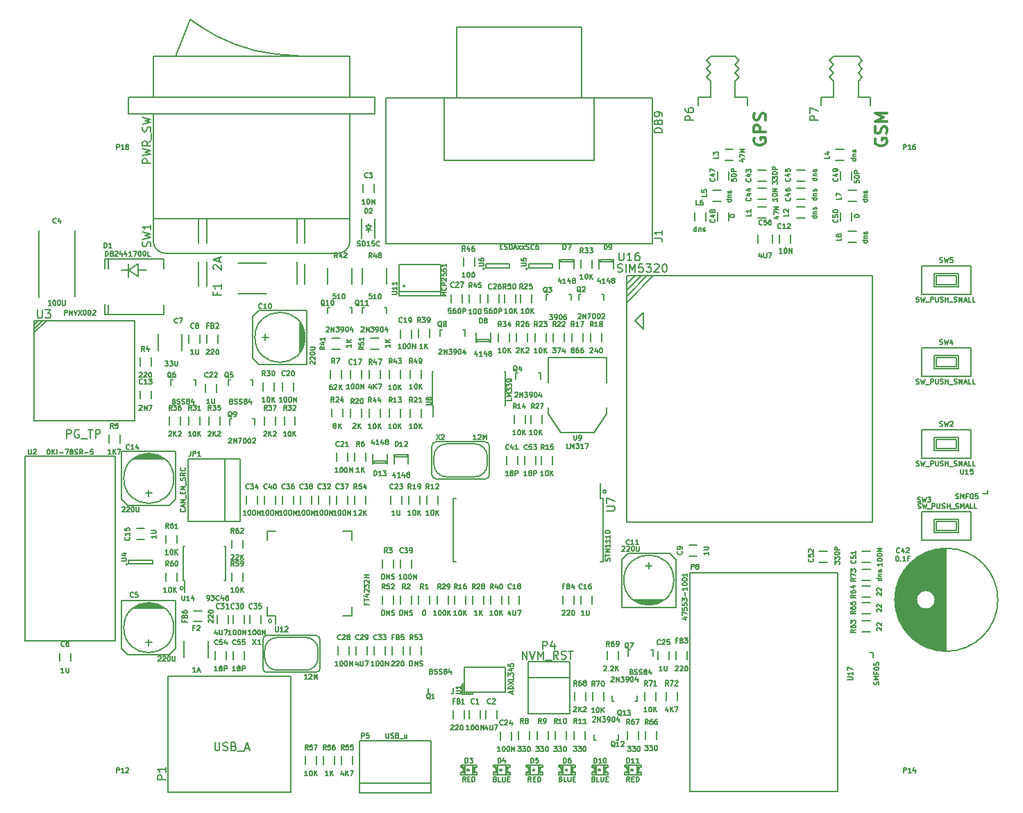
<source format=gto>
G04 #@! TF.FileFunction,Legend,Top*
%FSLAX46Y46*%
G04 Gerber Fmt 4.6, Leading zero omitted, Abs format (unit mm)*
G04 Created by KiCad (PCBNEW (2015-07-11 BZR 5925, Git c291b88)-product) date 8/5/2015 3:00:13 PM*
%MOMM*%
G01*
G04 APERTURE LIST*
%ADD10C,0.100000*%
%ADD11C,0.200000*%
%ADD12C,0.300000*%
%ADD13C,0.150000*%
G04 APERTURE END LIST*
D10*
D11*
X111400000Y-111600000D02*
G75*
G03X111400000Y-111600000I-200000J0D01*
G01*
X163000000Y-99800000D02*
G75*
G03X163000000Y-99800000I-200000J0D01*
G01*
X122200000Y-115600000D02*
G75*
G03X122200000Y-115600000I-200000J0D01*
G01*
D12*
X181050000Y-56671428D02*
X180978571Y-56814285D01*
X180978571Y-57028571D01*
X181050000Y-57242856D01*
X181192857Y-57385714D01*
X181335714Y-57457142D01*
X181621429Y-57528571D01*
X181835714Y-57528571D01*
X182121429Y-57457142D01*
X182264286Y-57385714D01*
X182407143Y-57242856D01*
X182478571Y-57028571D01*
X182478571Y-56885714D01*
X182407143Y-56671428D01*
X182335714Y-56599999D01*
X181835714Y-56599999D01*
X181835714Y-56885714D01*
X182478571Y-55957142D02*
X180978571Y-55957142D01*
X180978571Y-55385714D01*
X181050000Y-55242856D01*
X181121429Y-55171428D01*
X181264286Y-55099999D01*
X181478571Y-55099999D01*
X181621429Y-55171428D01*
X181692857Y-55242856D01*
X181764286Y-55385714D01*
X181764286Y-55957142D01*
X182407143Y-54528571D02*
X182478571Y-54314285D01*
X182478571Y-53957142D01*
X182407143Y-53814285D01*
X182335714Y-53742856D01*
X182192857Y-53671428D01*
X182050000Y-53671428D01*
X181907143Y-53742856D01*
X181835714Y-53814285D01*
X181764286Y-53957142D01*
X181692857Y-54242856D01*
X181621429Y-54385714D01*
X181550000Y-54457142D01*
X181407143Y-54528571D01*
X181264286Y-54528571D01*
X181121429Y-54457142D01*
X181050000Y-54385714D01*
X180978571Y-54242856D01*
X180978571Y-53885714D01*
X181050000Y-53671428D01*
X195850000Y-56778571D02*
X195778571Y-56921428D01*
X195778571Y-57135714D01*
X195850000Y-57349999D01*
X195992857Y-57492857D01*
X196135714Y-57564285D01*
X196421429Y-57635714D01*
X196635714Y-57635714D01*
X196921429Y-57564285D01*
X197064286Y-57492857D01*
X197207143Y-57349999D01*
X197278571Y-57135714D01*
X197278571Y-56992857D01*
X197207143Y-56778571D01*
X197135714Y-56707142D01*
X196635714Y-56707142D01*
X196635714Y-56992857D01*
X197207143Y-56135714D02*
X197278571Y-55921428D01*
X197278571Y-55564285D01*
X197207143Y-55421428D01*
X197135714Y-55349999D01*
X196992857Y-55278571D01*
X196850000Y-55278571D01*
X196707143Y-55349999D01*
X196635714Y-55421428D01*
X196564286Y-55564285D01*
X196492857Y-55849999D01*
X196421429Y-55992857D01*
X196350000Y-56064285D01*
X196207143Y-56135714D01*
X196064286Y-56135714D01*
X195921429Y-56064285D01*
X195850000Y-55992857D01*
X195778571Y-55849999D01*
X195778571Y-55492857D01*
X195850000Y-55278571D01*
X197278571Y-54635714D02*
X195778571Y-54635714D01*
X196850000Y-54135714D01*
X195778571Y-53635714D01*
X197278571Y-53635714D01*
D13*
X132899100Y-136567460D02*
X141599100Y-136567460D01*
X132899100Y-130162460D02*
X141599100Y-130162460D01*
X141599100Y-130162460D02*
X141599100Y-136567460D01*
X141599100Y-135337460D02*
X132899100Y-135337460D01*
X132899100Y-136567460D02*
X132899100Y-130162460D01*
X182250000Y-136400000D02*
X173250000Y-136400000D01*
X173250000Y-136400000D02*
X173250000Y-109700000D01*
X173250000Y-109700000D02*
X191250000Y-109700000D01*
X191250000Y-109700000D02*
X191250000Y-136400000D01*
X191250000Y-136400000D02*
X182250000Y-136400000D01*
X180950000Y-136400000D02*
X189950000Y-136400000D01*
X98200000Y-76000000D02*
X98200000Y-68000000D01*
X93800000Y-68000000D02*
X93800000Y-76100000D01*
X108325000Y-80600000D02*
X108325000Y-82600000D01*
X111275000Y-82600000D02*
X111275000Y-80600000D01*
X104750560Y-72801020D02*
X103848860Y-72801020D01*
X105901180Y-72801020D02*
X106899400Y-72801020D01*
X102250540Y-78201060D02*
X102250540Y-76999640D01*
X102250540Y-71398940D02*
X102250540Y-72600360D01*
X108999180Y-78201060D02*
X108999180Y-76999640D01*
X108999180Y-71398940D02*
X108999180Y-72600360D01*
X101800820Y-78201060D02*
X101800820Y-76948840D01*
X101800820Y-71398940D02*
X101800820Y-72651160D01*
X104750560Y-72000920D02*
X104750560Y-73601120D01*
X105901180Y-73550320D02*
X105901180Y-72000920D01*
X104750560Y-72801020D02*
X105901180Y-73550320D01*
X104750560Y-72801020D02*
X105901180Y-72000920D01*
X101800820Y-78201060D02*
X108999180Y-78201060D01*
X101800820Y-71398940D02*
X108999180Y-71398940D01*
X134000000Y-67350000D02*
X134000000Y-67100000D01*
X134000000Y-67850000D02*
X134000000Y-68100000D01*
X134000000Y-67850000D02*
X133650000Y-67350000D01*
X133650000Y-67350000D02*
X134350000Y-67350000D01*
X134350000Y-67350000D02*
X134000000Y-67850000D01*
X133650000Y-67850000D02*
X134350000Y-67850000D01*
X134800000Y-68900000D02*
X134800000Y-66500000D01*
X133200000Y-68900000D02*
X133200000Y-66500000D01*
X118072800Y-75679600D02*
X121527200Y-75679600D01*
X118072800Y-71920400D02*
X121527200Y-71920400D01*
X136121000Y-69536000D02*
X168633000Y-69536000D01*
X168633000Y-69536000D02*
X168633000Y-51756000D01*
X168633000Y-51756000D02*
X136121000Y-51756000D01*
X136121000Y-51756000D02*
X136121000Y-69536000D01*
X143233000Y-51756000D02*
X143233000Y-59376000D01*
X143233000Y-59376000D02*
X161521000Y-59376000D01*
X161521000Y-59376000D02*
X161521000Y-51756000D01*
X144757000Y-51756000D02*
X144757000Y-43120000D01*
X144757000Y-43120000D02*
X159997000Y-43120000D01*
X159997000Y-43120000D02*
X159997000Y-51756000D01*
X118375000Y-95790000D02*
X112025000Y-95790000D01*
X118375000Y-103410000D02*
X112025000Y-103410000D01*
X116470000Y-103410000D02*
X116470000Y-95790000D01*
X118375000Y-95790000D02*
X118375000Y-103410000D01*
X112025000Y-103410000D02*
X112025000Y-95790000D01*
X124549860Y-122354880D02*
X124549860Y-136451880D01*
X109563860Y-136451880D02*
X109563860Y-122354880D01*
X124549860Y-122354880D02*
X109563860Y-122354880D01*
X124549860Y-136451880D02*
X109563860Y-136451880D01*
X158540000Y-122480000D02*
X153460000Y-122480000D01*
X158540000Y-126925000D02*
X153460000Y-126925000D01*
X153460000Y-120575000D02*
X158540000Y-120575000D01*
X153460000Y-120575000D02*
X153460000Y-126925000D01*
X158540000Y-120575000D02*
X158540000Y-126925000D01*
X174250000Y-52750000D02*
X174250000Y-51750000D01*
X174250000Y-51750000D02*
X175750000Y-51750000D01*
X175750000Y-51750000D02*
X175750000Y-49750000D01*
X175750000Y-49750000D02*
X175250000Y-49250000D01*
X175250000Y-49250000D02*
X175750000Y-48750000D01*
X175750000Y-48750000D02*
X175250000Y-48250000D01*
X175250000Y-48250000D02*
X175750000Y-47750000D01*
X175750000Y-47750000D02*
X175250000Y-47250000D01*
X175250000Y-47250000D02*
X175750000Y-46750000D01*
X175750000Y-46750000D02*
X178750000Y-46750000D01*
X178750000Y-46750000D02*
X179250000Y-47250000D01*
X179250000Y-47250000D02*
X178750000Y-47750000D01*
X178750000Y-47750000D02*
X179250000Y-48250000D01*
X179250000Y-48250000D02*
X178750000Y-48750000D01*
X178750000Y-48750000D02*
X179250000Y-49250000D01*
X179250000Y-49250000D02*
X178750000Y-49750000D01*
X178750000Y-49750000D02*
X178750000Y-51750000D01*
X178750000Y-51750000D02*
X180250000Y-51750000D01*
X180250000Y-51750000D02*
X180250000Y-52750000D01*
X189250000Y-52750000D02*
X189250000Y-51750000D01*
X189250000Y-51750000D02*
X190750000Y-51750000D01*
X190750000Y-51750000D02*
X190750000Y-49750000D01*
X190750000Y-49750000D02*
X190250000Y-49250000D01*
X190250000Y-49250000D02*
X190750000Y-48750000D01*
X190750000Y-48750000D02*
X190250000Y-48250000D01*
X190250000Y-48250000D02*
X190750000Y-47750000D01*
X190750000Y-47750000D02*
X190250000Y-47250000D01*
X190250000Y-47250000D02*
X190750000Y-46750000D01*
X190750000Y-46750000D02*
X193750000Y-46750000D01*
X193750000Y-46750000D02*
X194250000Y-47250000D01*
X194250000Y-47250000D02*
X193750000Y-47750000D01*
X193750000Y-47750000D02*
X194250000Y-48250000D01*
X194250000Y-48250000D02*
X193750000Y-48750000D01*
X193750000Y-48750000D02*
X194250000Y-49250000D01*
X194250000Y-49250000D02*
X193750000Y-49750000D01*
X193750000Y-49750000D02*
X193750000Y-51750000D01*
X193750000Y-51750000D02*
X195250000Y-51750000D01*
X195250000Y-51750000D02*
X195250000Y-52750000D01*
X146450000Y-124500000D02*
X146450000Y-124250000D01*
X146450000Y-124250000D02*
X146200000Y-124250000D01*
X146200000Y-124250000D02*
X146200000Y-124500000D01*
X146200000Y-124500000D02*
X145950000Y-124500000D01*
X145950000Y-124500000D02*
X145950000Y-124250000D01*
X145950000Y-124250000D02*
X145700000Y-124250000D01*
X145700000Y-124250000D02*
X145700000Y-124500000D01*
X145700000Y-124500000D02*
X145450000Y-124500000D01*
X145450000Y-124500000D02*
X145450000Y-124250000D01*
X145450000Y-124250000D02*
X145700000Y-124250000D01*
X145700000Y-124250000D02*
X145700000Y-124000000D01*
X145700000Y-124000000D02*
X145450000Y-124000000D01*
X145450000Y-124000000D02*
X145450000Y-123750000D01*
X145450000Y-123750000D02*
X145700000Y-123750000D01*
X145700000Y-123750000D02*
X145700000Y-123500000D01*
X145700000Y-123500000D02*
X145450000Y-123500000D01*
X146700000Y-124500000D02*
X146700000Y-124250000D01*
X146700000Y-124500000D02*
X145450000Y-124500000D01*
X145450000Y-124500000D02*
X145450000Y-123250000D01*
X145450000Y-123250000D02*
X145700000Y-123250000D01*
X150700000Y-124250000D02*
X145700000Y-124250000D01*
X145700000Y-124250000D02*
X145700000Y-121250000D01*
X145700000Y-121250000D02*
X150700000Y-121250000D01*
X150700000Y-121250000D02*
X150700000Y-124250000D01*
X92100000Y-118000000D02*
X92100000Y-95500000D01*
X92100000Y-95500000D02*
X103100000Y-95500000D01*
X103100000Y-95500000D02*
X103100000Y-118000000D01*
X103100000Y-118000000D02*
X92100000Y-118000000D01*
X93200000Y-79450000D02*
X93700000Y-78950000D01*
X93700000Y-78950000D02*
X94200000Y-78950000D01*
X94200000Y-78950000D02*
X93200000Y-79950000D01*
X93200000Y-79950000D02*
X93200000Y-80450000D01*
X93200000Y-80450000D02*
X94700000Y-78950000D01*
X105450000Y-91200000D02*
X105450000Y-78950000D01*
X105450000Y-78950000D02*
X93200000Y-78950000D01*
X93200000Y-78950000D02*
X93200000Y-91200000D01*
X93200000Y-91200000D02*
X105450000Y-91200000D01*
X104600000Y-108700000D02*
G75*
G03X104600000Y-108700000I-100000J0D01*
G01*
X104750000Y-108150000D02*
X104750000Y-108650000D01*
X107650000Y-108150000D02*
X104750000Y-108150000D01*
X107650000Y-108650000D02*
X107650000Y-108150000D01*
X104750000Y-108650000D02*
X107650000Y-108650000D01*
X153400000Y-72650000D02*
G75*
G03X153400000Y-72650000I-100000J0D01*
G01*
X153550000Y-72000000D02*
X153550000Y-72500000D01*
X156450000Y-72000000D02*
X153550000Y-72000000D01*
X156450000Y-72500000D02*
X156450000Y-72000000D01*
X153550000Y-72500000D02*
X156450000Y-72500000D01*
X148150000Y-72650000D02*
G75*
G03X148150000Y-72650000I-100000J0D01*
G01*
X148300000Y-72000000D02*
X148300000Y-72500000D01*
X151200000Y-72000000D02*
X148300000Y-72000000D01*
X151200000Y-72500000D02*
X151200000Y-72000000D01*
X148300000Y-72500000D02*
X151200000Y-72500000D01*
X162625000Y-100625000D02*
X162280000Y-100625000D01*
X162625000Y-108375000D02*
X162280000Y-108375000D01*
X144375000Y-108375000D02*
X144720000Y-108375000D01*
X144375000Y-100625000D02*
X144720000Y-100625000D01*
X162625000Y-100625000D02*
X162625000Y-108375000D01*
X144375000Y-100625000D02*
X144375000Y-108375000D01*
X162280000Y-100625000D02*
X162280000Y-98800000D01*
X141800000Y-89325000D02*
X141915000Y-89325000D01*
X141800000Y-85175000D02*
X141915000Y-85175000D01*
X150700000Y-85175000D02*
X150585000Y-85175000D01*
X150700000Y-89325000D02*
X150585000Y-89325000D01*
X141800000Y-89325000D02*
X141800000Y-85175000D01*
X150700000Y-89325000D02*
X150700000Y-85175000D01*
X141915000Y-89325000D02*
X141915000Y-90700000D01*
X163056000Y-86476000D02*
X163056000Y-83428000D01*
X163056000Y-83428000D02*
X155944000Y-83428000D01*
X155944000Y-83428000D02*
X155944000Y-86476000D01*
X163056000Y-89524000D02*
X163056000Y-90286000D01*
X163056000Y-90286000D02*
X161532000Y-92572000D01*
X161532000Y-92572000D02*
X157468000Y-92572000D01*
X157468000Y-92572000D02*
X155944000Y-90286000D01*
X155944000Y-90286000D02*
X155944000Y-89524000D01*
X138472000Y-74762000D02*
G75*
G03X138472000Y-74762000I-127000J0D01*
G01*
X137710000Y-75397000D02*
X142790000Y-75397000D01*
X137710000Y-72095000D02*
X142790000Y-72095000D01*
X137710000Y-75905000D02*
X142790000Y-75905000D01*
X137710000Y-75905000D02*
X137710000Y-72095000D01*
X142790000Y-75905000D02*
X142790000Y-72095000D01*
X121625000Y-114975000D02*
X122700000Y-114975000D01*
X121625000Y-104625000D02*
X122700000Y-104625000D01*
X131975000Y-104625000D02*
X130900000Y-104625000D01*
X131975000Y-114975000D02*
X130900000Y-114975000D01*
X121625000Y-114975000D02*
X121625000Y-113900000D01*
X131975000Y-114975000D02*
X131975000Y-113900000D01*
X131975000Y-104625000D02*
X131975000Y-105700000D01*
X121625000Y-104625000D02*
X121625000Y-105700000D01*
X122700000Y-114975000D02*
X122700000Y-116000000D01*
X111425000Y-110675000D02*
X111570000Y-110675000D01*
X111425000Y-106525000D02*
X111570000Y-106525000D01*
X116575000Y-106525000D02*
X116430000Y-106525000D01*
X116575000Y-110675000D02*
X116430000Y-110675000D01*
X111425000Y-110675000D02*
X111425000Y-106525000D01*
X116575000Y-110675000D02*
X116575000Y-106525000D01*
X111570000Y-110675000D02*
X111570000Y-112075000D01*
X208978660Y-100070800D02*
X209547620Y-100070800D01*
X209547620Y-100070800D02*
X209547620Y-99659320D01*
X166500000Y-79000000D02*
X167500000Y-80000000D01*
X167500000Y-80000000D02*
X167500000Y-78000000D01*
X166500000Y-79000000D02*
X167500000Y-78000000D01*
X165500000Y-74500000D02*
X166500000Y-73500000D01*
X166500000Y-73500000D02*
X167250000Y-73500000D01*
X167250000Y-73500000D02*
X165500000Y-75250000D01*
X165500000Y-75250000D02*
X165500000Y-76000000D01*
X165500000Y-76000000D02*
X168000000Y-73500000D01*
X168000000Y-73500000D02*
X168750000Y-73500000D01*
X168750000Y-73500000D02*
X165500000Y-76750000D01*
X165500000Y-103500000D02*
X195500000Y-103500000D01*
X195500000Y-103500000D02*
X195500000Y-73500000D01*
X195500000Y-73500000D02*
X165500000Y-73500000D01*
X165500000Y-73500000D02*
X165500000Y-103500000D01*
X195570800Y-120021340D02*
X195570800Y-119452380D01*
X195570800Y-119452380D02*
X195159320Y-119452380D01*
X121600000Y-121850000D02*
X127600000Y-121850000D01*
X121100000Y-117850000D02*
X121100000Y-121350000D01*
X127600000Y-117350000D02*
X121600000Y-117350000D01*
X128100000Y-121350000D02*
X128100000Y-117850000D01*
X122850000Y-121600000D02*
X126350000Y-121600000D01*
X127850000Y-120100000D02*
X127850000Y-119100000D01*
X126350000Y-117600000D02*
X122850000Y-117600000D01*
X121350000Y-119100000D02*
X121350000Y-120100000D01*
X121350000Y-120100000D02*
G75*
G03X122850000Y-121600000I1500000J0D01*
G01*
X122850000Y-117600000D02*
G75*
G03X121350000Y-119100000I0J-1500000D01*
G01*
X127850000Y-119100000D02*
G75*
G03X126350000Y-117600000I-1500000J0D01*
G01*
X126350000Y-121600000D02*
G75*
G03X127850000Y-120100000I0J1500000D01*
G01*
X121100000Y-121350000D02*
G75*
G03X121600000Y-121850000I500000J0D01*
G01*
X121600000Y-117350000D02*
G75*
G03X121100000Y-117850000I0J-500000D01*
G01*
X128100000Y-117850000D02*
G75*
G03X127600000Y-117350000I-500000J0D01*
G01*
X127600000Y-121850000D02*
G75*
G03X128100000Y-121350000I0J500000D01*
G01*
X148250000Y-93750000D02*
X142250000Y-93750000D01*
X148750000Y-97750000D02*
X148750000Y-94250000D01*
X142250000Y-98250000D02*
X148250000Y-98250000D01*
X141750000Y-94250000D02*
X141750000Y-97750000D01*
X147000000Y-94000000D02*
X143500000Y-94000000D01*
X142000000Y-95500000D02*
X142000000Y-96500000D01*
X143500000Y-98000000D02*
X147000000Y-98000000D01*
X148500000Y-96500000D02*
X148500000Y-95500000D01*
X148500000Y-95500000D02*
G75*
G03X147000000Y-94000000I-1500000J0D01*
G01*
X147000000Y-98000000D02*
G75*
G03X148500000Y-96500000I0J1500000D01*
G01*
X142000000Y-96500000D02*
G75*
G03X143500000Y-98000000I1500000J0D01*
G01*
X143500000Y-94000000D02*
G75*
G03X142000000Y-95500000I0J-1500000D01*
G01*
X148750000Y-94250000D02*
G75*
G03X148250000Y-93750000I-500000J0D01*
G01*
X148250000Y-98250000D02*
G75*
G03X148750000Y-97750000I0J500000D01*
G01*
X141750000Y-97750000D02*
G75*
G03X142250000Y-98250000I500000J0D01*
G01*
X142250000Y-93750000D02*
G75*
G03X141750000Y-94250000I0J-500000D01*
G01*
X112250000Y-42250000D02*
X113750000Y-43250000D01*
X113750000Y-43250000D02*
X115500000Y-44250000D01*
X115500000Y-44250000D02*
X117750000Y-45250000D01*
X117750000Y-45250000D02*
X120250000Y-46000000D01*
X120250000Y-46000000D02*
X122750000Y-46500000D01*
X122750000Y-46500000D02*
X126000000Y-46750000D01*
X110500000Y-46750000D02*
X112250000Y-42250000D01*
X131750000Y-51750000D02*
X131750000Y-46750000D01*
X131750000Y-46750000D02*
X107750000Y-46750000D01*
X107750000Y-46750000D02*
X107750000Y-51750000D01*
X107750000Y-53750000D02*
X104750000Y-53750000D01*
X104750000Y-51750000D02*
X107750000Y-51750000D01*
X125250000Y-74500000D02*
X125250000Y-71750000D01*
X126250000Y-72000000D02*
X126250000Y-74500000D01*
X126250000Y-66500000D02*
X126250000Y-69500000D01*
X125250000Y-66500000D02*
X125250000Y-69500000D01*
X114250000Y-74750000D02*
X114250000Y-71750000D01*
X113250000Y-71750000D02*
X113250000Y-74750000D01*
X113250000Y-66500000D02*
X113250000Y-69500000D01*
X114250000Y-69500000D02*
X114250000Y-66500000D01*
X130250000Y-70750000D02*
X109250000Y-70750000D01*
X131750000Y-66500000D02*
X107750000Y-66500000D01*
X104750000Y-53750000D02*
X104750000Y-51750000D01*
X107750000Y-51750000D02*
X134750000Y-51750000D01*
X134750000Y-51750000D02*
X134750000Y-53750000D01*
X131750000Y-66500000D02*
X131750000Y-69250000D01*
X107750000Y-69250000D02*
X107750000Y-66500000D01*
X130250000Y-70750000D02*
G75*
G03X131750000Y-69250000I0J1500000D01*
G01*
X107750000Y-69250000D02*
G75*
G03X109250000Y-70750000I1500000J0D01*
G01*
X134750000Y-53750000D02*
X107750000Y-53750000D01*
X107750000Y-53750000D02*
X107750000Y-66500000D01*
X131750000Y-66500000D02*
X131750000Y-53750000D01*
X151075000Y-113500000D02*
X151075000Y-112500000D01*
X152425000Y-112500000D02*
X152425000Y-113500000D01*
X132525000Y-119700000D02*
X132525000Y-118700000D01*
X133875000Y-118700000D02*
X133875000Y-119700000D01*
X116875000Y-114900000D02*
X116875000Y-115900000D01*
X115525000Y-115900000D02*
X115525000Y-114900000D01*
X144325000Y-127500000D02*
X144325000Y-126500000D01*
X145675000Y-126500000D02*
X145675000Y-127500000D01*
X114325000Y-81700000D02*
X114325000Y-80700000D01*
X115675000Y-80700000D02*
X115675000Y-81700000D01*
X171525000Y-120300000D02*
X171525000Y-119300000D01*
X172875000Y-119300000D02*
X172875000Y-120300000D01*
X157725000Y-113500000D02*
X157725000Y-112500000D01*
X159075000Y-112500000D02*
X159075000Y-113500000D01*
X136925000Y-119700000D02*
X136925000Y-118700000D01*
X138275000Y-118700000D02*
X138275000Y-119700000D01*
X113700000Y-115675000D02*
X112700000Y-115675000D01*
X112700000Y-114325000D02*
X113700000Y-114325000D01*
X181500000Y-65075000D02*
X182500000Y-65075000D01*
X182500000Y-66425000D02*
X181500000Y-66425000D01*
X187250000Y-66425000D02*
X186250000Y-66425000D01*
X186250000Y-65075000D02*
X187250000Y-65075000D01*
X177500000Y-58075000D02*
X178500000Y-58075000D01*
X178500000Y-59425000D02*
X177500000Y-59425000D01*
X192000000Y-59425000D02*
X191000000Y-59425000D01*
X191000000Y-58075000D02*
X192000000Y-58075000D01*
X176000000Y-63075000D02*
X177000000Y-63075000D01*
X177000000Y-64425000D02*
X176000000Y-64425000D01*
X175175000Y-65750000D02*
X175175000Y-66750000D01*
X173825000Y-66750000D02*
X173825000Y-65750000D01*
X193500000Y-64425000D02*
X192500000Y-64425000D01*
X192500000Y-63075000D02*
X193500000Y-63075000D01*
X193500000Y-69425000D02*
X192500000Y-69425000D01*
X192500000Y-68075000D02*
X193500000Y-68075000D01*
X163950840Y-125400240D02*
X163999100Y-125400240D01*
X166749820Y-124699200D02*
X166749820Y-125400240D01*
X166749820Y-125400240D02*
X166500900Y-125400240D01*
X163950840Y-125400240D02*
X163750180Y-125400240D01*
X163750180Y-125400240D02*
X163750180Y-124699200D01*
X136049160Y-77349760D02*
X136000900Y-77349760D01*
X133250180Y-78050800D02*
X133250180Y-77349760D01*
X133250180Y-77349760D02*
X133499100Y-77349760D01*
X136049160Y-77349760D02*
X136249820Y-77349760D01*
X136249820Y-77349760D02*
X136249820Y-78050800D01*
X131799160Y-77349760D02*
X131750900Y-77349760D01*
X129000180Y-78050800D02*
X129000180Y-77349760D01*
X129000180Y-77349760D02*
X129249100Y-77349760D01*
X131799160Y-77349760D02*
X131999820Y-77349760D01*
X131999820Y-77349760D02*
X131999820Y-78050800D01*
X119899160Y-90949760D02*
X119850900Y-90949760D01*
X117100180Y-91650800D02*
X117100180Y-90949760D01*
X117100180Y-90949760D02*
X117349100Y-90949760D01*
X119899160Y-90949760D02*
X120099820Y-90949760D01*
X120099820Y-90949760D02*
X120099820Y-91650800D01*
X145549160Y-80099760D02*
X145500900Y-80099760D01*
X142750180Y-80800800D02*
X142750180Y-80099760D01*
X142750180Y-80099760D02*
X142999100Y-80099760D01*
X145549160Y-80099760D02*
X145749820Y-80099760D01*
X145749820Y-80099760D02*
X145749820Y-80800800D01*
X168499160Y-119149760D02*
X168450900Y-119149760D01*
X165700180Y-119850800D02*
X165700180Y-119149760D01*
X165700180Y-119149760D02*
X165949100Y-119149760D01*
X168499160Y-119149760D02*
X168699820Y-119149760D01*
X168699820Y-119149760D02*
X168699820Y-119850800D01*
X112699160Y-86149760D02*
X112650900Y-86149760D01*
X109900180Y-86850800D02*
X109900180Y-86149760D01*
X109900180Y-86149760D02*
X110149100Y-86149760D01*
X112699160Y-86149760D02*
X112899820Y-86149760D01*
X112899820Y-86149760D02*
X112899820Y-86850800D01*
X119699160Y-86149760D02*
X119650900Y-86149760D01*
X116900180Y-86850800D02*
X116900180Y-86149760D01*
X116900180Y-86149760D02*
X117149100Y-86149760D01*
X119699160Y-86149760D02*
X119899820Y-86149760D01*
X119899820Y-86149760D02*
X119899820Y-86850800D01*
X154799160Y-85349760D02*
X154750900Y-85349760D01*
X152000180Y-86050800D02*
X152000180Y-85349760D01*
X152000180Y-85349760D02*
X152249100Y-85349760D01*
X154799160Y-85349760D02*
X154999820Y-85349760D01*
X154999820Y-85349760D02*
X154999820Y-86050800D01*
X158499160Y-75749760D02*
X158450900Y-75749760D01*
X155700180Y-76450800D02*
X155700180Y-75749760D01*
X155700180Y-75749760D02*
X155949100Y-75749760D01*
X158499160Y-75749760D02*
X158699820Y-75749760D01*
X158699820Y-75749760D02*
X158699820Y-76450800D01*
X162499160Y-75749760D02*
X162450900Y-75749760D01*
X159700180Y-76450800D02*
X159700180Y-75749760D01*
X159700180Y-75749760D02*
X159949100Y-75749760D01*
X162499160Y-75749760D02*
X162699820Y-75749760D01*
X162699820Y-75749760D02*
X162699820Y-76450800D01*
X141500840Y-124450240D02*
X141549100Y-124450240D01*
X144299820Y-123749200D02*
X144299820Y-124450240D01*
X144299820Y-124450240D02*
X144050900Y-124450240D01*
X141500840Y-124450240D02*
X141300180Y-124450240D01*
X141300180Y-124450240D02*
X141300180Y-123749200D01*
X161700840Y-130150240D02*
X161749100Y-130150240D01*
X164499820Y-129449200D02*
X164499820Y-130150240D01*
X164499820Y-130150240D02*
X164250900Y-130150240D01*
X161700840Y-130150240D02*
X161500180Y-130150240D01*
X161500180Y-130150240D02*
X161500180Y-129449200D01*
X165752160Y-134049720D02*
X165752160Y-134374840D01*
X165752160Y-134374840D02*
X165251780Y-134374840D01*
X165251780Y-134049720D02*
X165251780Y-134374840D01*
X165752160Y-134049720D02*
X165251780Y-134049720D01*
X165752160Y-133427420D02*
X165752160Y-133577280D01*
X165752160Y-133577280D02*
X165500700Y-133577280D01*
X165500700Y-133427420D02*
X165500700Y-133577280D01*
X165752160Y-133427420D02*
X165500700Y-133427420D01*
X165752160Y-133922720D02*
X165752160Y-134072580D01*
X165752160Y-134072580D02*
X165500700Y-134072580D01*
X165500700Y-133922720D02*
X165500700Y-134072580D01*
X165752160Y-133922720D02*
X165500700Y-133922720D01*
X165752160Y-133551880D02*
X165752160Y-133948120D01*
X165752160Y-133948120D02*
X165576900Y-133948120D01*
X165576900Y-133551880D02*
X165576900Y-133948120D01*
X165752160Y-133551880D02*
X165576900Y-133551880D01*
X167248220Y-134049720D02*
X167248220Y-134374840D01*
X167248220Y-134374840D02*
X166747840Y-134374840D01*
X166747840Y-134049720D02*
X166747840Y-134374840D01*
X167248220Y-134049720D02*
X166747840Y-134049720D01*
X167248220Y-133125160D02*
X167248220Y-133450280D01*
X167248220Y-133450280D02*
X166747840Y-133450280D01*
X166747840Y-133125160D02*
X166747840Y-133450280D01*
X167248220Y-133125160D02*
X166747840Y-133125160D01*
X166999300Y-133922720D02*
X166999300Y-134072580D01*
X166999300Y-134072580D02*
X166747840Y-134072580D01*
X166747840Y-133922720D02*
X166747840Y-134072580D01*
X166999300Y-133922720D02*
X166747840Y-133922720D01*
X166999300Y-133427420D02*
X166999300Y-133577280D01*
X166999300Y-133577280D02*
X166747840Y-133577280D01*
X166747840Y-133427420D02*
X166747840Y-133577280D01*
X166999300Y-133427420D02*
X166747840Y-133427420D01*
X166923100Y-133551880D02*
X166923100Y-133948120D01*
X166923100Y-133948120D02*
X166747840Y-133948120D01*
X166747840Y-133551880D02*
X166747840Y-133948120D01*
X166923100Y-133551880D02*
X166747840Y-133551880D01*
X166250000Y-133650940D02*
X166250000Y-133849060D01*
X166250000Y-133849060D02*
X166051880Y-133849060D01*
X166051880Y-133650940D02*
X166051880Y-133849060D01*
X166250000Y-133650940D02*
X166051880Y-133650940D01*
X165752160Y-133150560D02*
X165752160Y-133450280D01*
X165752160Y-133450280D02*
X165452440Y-133450280D01*
X165452440Y-133150560D02*
X165452440Y-133450280D01*
X165752160Y-133150560D02*
X165452440Y-133150560D01*
X165325440Y-133125160D02*
X165325440Y-133351220D01*
X165325440Y-133351220D02*
X165251780Y-133351220D01*
X165251780Y-133125160D02*
X165251780Y-133351220D01*
X165325440Y-133125160D02*
X165251780Y-133125160D01*
X165726760Y-134324040D02*
X166773240Y-134324040D01*
X166747840Y-133175960D02*
X165325440Y-133175960D01*
X165473482Y-133300420D02*
G75*
G03X165473482Y-133300420I-71842J0D01*
G01*
X165251780Y-133402020D02*
G75*
G02X165251780Y-134097980I0J-347980D01*
G01*
X167248220Y-134097980D02*
G75*
G02X167248220Y-133402020I0J347980D01*
G01*
X161752160Y-134049720D02*
X161752160Y-134374840D01*
X161752160Y-134374840D02*
X161251780Y-134374840D01*
X161251780Y-134049720D02*
X161251780Y-134374840D01*
X161752160Y-134049720D02*
X161251780Y-134049720D01*
X161752160Y-133427420D02*
X161752160Y-133577280D01*
X161752160Y-133577280D02*
X161500700Y-133577280D01*
X161500700Y-133427420D02*
X161500700Y-133577280D01*
X161752160Y-133427420D02*
X161500700Y-133427420D01*
X161752160Y-133922720D02*
X161752160Y-134072580D01*
X161752160Y-134072580D02*
X161500700Y-134072580D01*
X161500700Y-133922720D02*
X161500700Y-134072580D01*
X161752160Y-133922720D02*
X161500700Y-133922720D01*
X161752160Y-133551880D02*
X161752160Y-133948120D01*
X161752160Y-133948120D02*
X161576900Y-133948120D01*
X161576900Y-133551880D02*
X161576900Y-133948120D01*
X161752160Y-133551880D02*
X161576900Y-133551880D01*
X163248220Y-134049720D02*
X163248220Y-134374840D01*
X163248220Y-134374840D02*
X162747840Y-134374840D01*
X162747840Y-134049720D02*
X162747840Y-134374840D01*
X163248220Y-134049720D02*
X162747840Y-134049720D01*
X163248220Y-133125160D02*
X163248220Y-133450280D01*
X163248220Y-133450280D02*
X162747840Y-133450280D01*
X162747840Y-133125160D02*
X162747840Y-133450280D01*
X163248220Y-133125160D02*
X162747840Y-133125160D01*
X162999300Y-133922720D02*
X162999300Y-134072580D01*
X162999300Y-134072580D02*
X162747840Y-134072580D01*
X162747840Y-133922720D02*
X162747840Y-134072580D01*
X162999300Y-133922720D02*
X162747840Y-133922720D01*
X162999300Y-133427420D02*
X162999300Y-133577280D01*
X162999300Y-133577280D02*
X162747840Y-133577280D01*
X162747840Y-133427420D02*
X162747840Y-133577280D01*
X162999300Y-133427420D02*
X162747840Y-133427420D01*
X162923100Y-133551880D02*
X162923100Y-133948120D01*
X162923100Y-133948120D02*
X162747840Y-133948120D01*
X162747840Y-133551880D02*
X162747840Y-133948120D01*
X162923100Y-133551880D02*
X162747840Y-133551880D01*
X162250000Y-133650940D02*
X162250000Y-133849060D01*
X162250000Y-133849060D02*
X162051880Y-133849060D01*
X162051880Y-133650940D02*
X162051880Y-133849060D01*
X162250000Y-133650940D02*
X162051880Y-133650940D01*
X161752160Y-133150560D02*
X161752160Y-133450280D01*
X161752160Y-133450280D02*
X161452440Y-133450280D01*
X161452440Y-133150560D02*
X161452440Y-133450280D01*
X161752160Y-133150560D02*
X161452440Y-133150560D01*
X161325440Y-133125160D02*
X161325440Y-133351220D01*
X161325440Y-133351220D02*
X161251780Y-133351220D01*
X161251780Y-133125160D02*
X161251780Y-133351220D01*
X161325440Y-133125160D02*
X161251780Y-133125160D01*
X161726760Y-134324040D02*
X162773240Y-134324040D01*
X162747840Y-133175960D02*
X161325440Y-133175960D01*
X161473482Y-133300420D02*
G75*
G03X161473482Y-133300420I-71842J0D01*
G01*
X161251780Y-133402020D02*
G75*
G02X161251780Y-134097980I0J-347980D01*
G01*
X163248220Y-134097980D02*
G75*
G02X163248220Y-133402020I0J347980D01*
G01*
X157752160Y-134049720D02*
X157752160Y-134374840D01*
X157752160Y-134374840D02*
X157251780Y-134374840D01*
X157251780Y-134049720D02*
X157251780Y-134374840D01*
X157752160Y-134049720D02*
X157251780Y-134049720D01*
X157752160Y-133427420D02*
X157752160Y-133577280D01*
X157752160Y-133577280D02*
X157500700Y-133577280D01*
X157500700Y-133427420D02*
X157500700Y-133577280D01*
X157752160Y-133427420D02*
X157500700Y-133427420D01*
X157752160Y-133922720D02*
X157752160Y-134072580D01*
X157752160Y-134072580D02*
X157500700Y-134072580D01*
X157500700Y-133922720D02*
X157500700Y-134072580D01*
X157752160Y-133922720D02*
X157500700Y-133922720D01*
X157752160Y-133551880D02*
X157752160Y-133948120D01*
X157752160Y-133948120D02*
X157576900Y-133948120D01*
X157576900Y-133551880D02*
X157576900Y-133948120D01*
X157752160Y-133551880D02*
X157576900Y-133551880D01*
X159248220Y-134049720D02*
X159248220Y-134374840D01*
X159248220Y-134374840D02*
X158747840Y-134374840D01*
X158747840Y-134049720D02*
X158747840Y-134374840D01*
X159248220Y-134049720D02*
X158747840Y-134049720D01*
X159248220Y-133125160D02*
X159248220Y-133450280D01*
X159248220Y-133450280D02*
X158747840Y-133450280D01*
X158747840Y-133125160D02*
X158747840Y-133450280D01*
X159248220Y-133125160D02*
X158747840Y-133125160D01*
X158999300Y-133922720D02*
X158999300Y-134072580D01*
X158999300Y-134072580D02*
X158747840Y-134072580D01*
X158747840Y-133922720D02*
X158747840Y-134072580D01*
X158999300Y-133922720D02*
X158747840Y-133922720D01*
X158999300Y-133427420D02*
X158999300Y-133577280D01*
X158999300Y-133577280D02*
X158747840Y-133577280D01*
X158747840Y-133427420D02*
X158747840Y-133577280D01*
X158999300Y-133427420D02*
X158747840Y-133427420D01*
X158923100Y-133551880D02*
X158923100Y-133948120D01*
X158923100Y-133948120D02*
X158747840Y-133948120D01*
X158747840Y-133551880D02*
X158747840Y-133948120D01*
X158923100Y-133551880D02*
X158747840Y-133551880D01*
X158250000Y-133650940D02*
X158250000Y-133849060D01*
X158250000Y-133849060D02*
X158051880Y-133849060D01*
X158051880Y-133650940D02*
X158051880Y-133849060D01*
X158250000Y-133650940D02*
X158051880Y-133650940D01*
X157752160Y-133150560D02*
X157752160Y-133450280D01*
X157752160Y-133450280D02*
X157452440Y-133450280D01*
X157452440Y-133150560D02*
X157452440Y-133450280D01*
X157752160Y-133150560D02*
X157452440Y-133150560D01*
X157325440Y-133125160D02*
X157325440Y-133351220D01*
X157325440Y-133351220D02*
X157251780Y-133351220D01*
X157251780Y-133125160D02*
X157251780Y-133351220D01*
X157325440Y-133125160D02*
X157251780Y-133125160D01*
X157726760Y-134324040D02*
X158773240Y-134324040D01*
X158747840Y-133175960D02*
X157325440Y-133175960D01*
X157473482Y-133300420D02*
G75*
G03X157473482Y-133300420I-71842J0D01*
G01*
X157251780Y-133402020D02*
G75*
G02X157251780Y-134097980I0J-347980D01*
G01*
X159248220Y-134097980D02*
G75*
G02X159248220Y-133402020I0J347980D01*
G01*
X153752160Y-134049720D02*
X153752160Y-134374840D01*
X153752160Y-134374840D02*
X153251780Y-134374840D01*
X153251780Y-134049720D02*
X153251780Y-134374840D01*
X153752160Y-134049720D02*
X153251780Y-134049720D01*
X153752160Y-133427420D02*
X153752160Y-133577280D01*
X153752160Y-133577280D02*
X153500700Y-133577280D01*
X153500700Y-133427420D02*
X153500700Y-133577280D01*
X153752160Y-133427420D02*
X153500700Y-133427420D01*
X153752160Y-133922720D02*
X153752160Y-134072580D01*
X153752160Y-134072580D02*
X153500700Y-134072580D01*
X153500700Y-133922720D02*
X153500700Y-134072580D01*
X153752160Y-133922720D02*
X153500700Y-133922720D01*
X153752160Y-133551880D02*
X153752160Y-133948120D01*
X153752160Y-133948120D02*
X153576900Y-133948120D01*
X153576900Y-133551880D02*
X153576900Y-133948120D01*
X153752160Y-133551880D02*
X153576900Y-133551880D01*
X155248220Y-134049720D02*
X155248220Y-134374840D01*
X155248220Y-134374840D02*
X154747840Y-134374840D01*
X154747840Y-134049720D02*
X154747840Y-134374840D01*
X155248220Y-134049720D02*
X154747840Y-134049720D01*
X155248220Y-133125160D02*
X155248220Y-133450280D01*
X155248220Y-133450280D02*
X154747840Y-133450280D01*
X154747840Y-133125160D02*
X154747840Y-133450280D01*
X155248220Y-133125160D02*
X154747840Y-133125160D01*
X154999300Y-133922720D02*
X154999300Y-134072580D01*
X154999300Y-134072580D02*
X154747840Y-134072580D01*
X154747840Y-133922720D02*
X154747840Y-134072580D01*
X154999300Y-133922720D02*
X154747840Y-133922720D01*
X154999300Y-133427420D02*
X154999300Y-133577280D01*
X154999300Y-133577280D02*
X154747840Y-133577280D01*
X154747840Y-133427420D02*
X154747840Y-133577280D01*
X154999300Y-133427420D02*
X154747840Y-133427420D01*
X154923100Y-133551880D02*
X154923100Y-133948120D01*
X154923100Y-133948120D02*
X154747840Y-133948120D01*
X154747840Y-133551880D02*
X154747840Y-133948120D01*
X154923100Y-133551880D02*
X154747840Y-133551880D01*
X154250000Y-133650940D02*
X154250000Y-133849060D01*
X154250000Y-133849060D02*
X154051880Y-133849060D01*
X154051880Y-133650940D02*
X154051880Y-133849060D01*
X154250000Y-133650940D02*
X154051880Y-133650940D01*
X153752160Y-133150560D02*
X153752160Y-133450280D01*
X153752160Y-133450280D02*
X153452440Y-133450280D01*
X153452440Y-133150560D02*
X153452440Y-133450280D01*
X153752160Y-133150560D02*
X153452440Y-133150560D01*
X153325440Y-133125160D02*
X153325440Y-133351220D01*
X153325440Y-133351220D02*
X153251780Y-133351220D01*
X153251780Y-133125160D02*
X153251780Y-133351220D01*
X153325440Y-133125160D02*
X153251780Y-133125160D01*
X153726760Y-134324040D02*
X154773240Y-134324040D01*
X154747840Y-133175960D02*
X153325440Y-133175960D01*
X153473482Y-133300420D02*
G75*
G03X153473482Y-133300420I-71842J0D01*
G01*
X153251780Y-133402020D02*
G75*
G02X153251780Y-134097980I0J-347980D01*
G01*
X155248220Y-134097980D02*
G75*
G02X155248220Y-133402020I0J347980D01*
G01*
X149752160Y-134049720D02*
X149752160Y-134374840D01*
X149752160Y-134374840D02*
X149251780Y-134374840D01*
X149251780Y-134049720D02*
X149251780Y-134374840D01*
X149752160Y-134049720D02*
X149251780Y-134049720D01*
X149752160Y-133427420D02*
X149752160Y-133577280D01*
X149752160Y-133577280D02*
X149500700Y-133577280D01*
X149500700Y-133427420D02*
X149500700Y-133577280D01*
X149752160Y-133427420D02*
X149500700Y-133427420D01*
X149752160Y-133922720D02*
X149752160Y-134072580D01*
X149752160Y-134072580D02*
X149500700Y-134072580D01*
X149500700Y-133922720D02*
X149500700Y-134072580D01*
X149752160Y-133922720D02*
X149500700Y-133922720D01*
X149752160Y-133551880D02*
X149752160Y-133948120D01*
X149752160Y-133948120D02*
X149576900Y-133948120D01*
X149576900Y-133551880D02*
X149576900Y-133948120D01*
X149752160Y-133551880D02*
X149576900Y-133551880D01*
X151248220Y-134049720D02*
X151248220Y-134374840D01*
X151248220Y-134374840D02*
X150747840Y-134374840D01*
X150747840Y-134049720D02*
X150747840Y-134374840D01*
X151248220Y-134049720D02*
X150747840Y-134049720D01*
X151248220Y-133125160D02*
X151248220Y-133450280D01*
X151248220Y-133450280D02*
X150747840Y-133450280D01*
X150747840Y-133125160D02*
X150747840Y-133450280D01*
X151248220Y-133125160D02*
X150747840Y-133125160D01*
X150999300Y-133922720D02*
X150999300Y-134072580D01*
X150999300Y-134072580D02*
X150747840Y-134072580D01*
X150747840Y-133922720D02*
X150747840Y-134072580D01*
X150999300Y-133922720D02*
X150747840Y-133922720D01*
X150999300Y-133427420D02*
X150999300Y-133577280D01*
X150999300Y-133577280D02*
X150747840Y-133577280D01*
X150747840Y-133427420D02*
X150747840Y-133577280D01*
X150999300Y-133427420D02*
X150747840Y-133427420D01*
X150923100Y-133551880D02*
X150923100Y-133948120D01*
X150923100Y-133948120D02*
X150747840Y-133948120D01*
X150747840Y-133551880D02*
X150747840Y-133948120D01*
X150923100Y-133551880D02*
X150747840Y-133551880D01*
X150250000Y-133650940D02*
X150250000Y-133849060D01*
X150250000Y-133849060D02*
X150051880Y-133849060D01*
X150051880Y-133650940D02*
X150051880Y-133849060D01*
X150250000Y-133650940D02*
X150051880Y-133650940D01*
X149752160Y-133150560D02*
X149752160Y-133450280D01*
X149752160Y-133450280D02*
X149452440Y-133450280D01*
X149452440Y-133150560D02*
X149452440Y-133450280D01*
X149752160Y-133150560D02*
X149452440Y-133150560D01*
X149325440Y-133125160D02*
X149325440Y-133351220D01*
X149325440Y-133351220D02*
X149251780Y-133351220D01*
X149251780Y-133125160D02*
X149251780Y-133351220D01*
X149325440Y-133125160D02*
X149251780Y-133125160D01*
X149726760Y-134324040D02*
X150773240Y-134324040D01*
X150747840Y-133175960D02*
X149325440Y-133175960D01*
X149473482Y-133300420D02*
G75*
G03X149473482Y-133300420I-71842J0D01*
G01*
X149251780Y-133402020D02*
G75*
G02X149251780Y-134097980I0J-347980D01*
G01*
X151248220Y-134097980D02*
G75*
G02X151248220Y-133402020I0J347980D01*
G01*
X145752160Y-134049720D02*
X145752160Y-134374840D01*
X145752160Y-134374840D02*
X145251780Y-134374840D01*
X145251780Y-134049720D02*
X145251780Y-134374840D01*
X145752160Y-134049720D02*
X145251780Y-134049720D01*
X145752160Y-133427420D02*
X145752160Y-133577280D01*
X145752160Y-133577280D02*
X145500700Y-133577280D01*
X145500700Y-133427420D02*
X145500700Y-133577280D01*
X145752160Y-133427420D02*
X145500700Y-133427420D01*
X145752160Y-133922720D02*
X145752160Y-134072580D01*
X145752160Y-134072580D02*
X145500700Y-134072580D01*
X145500700Y-133922720D02*
X145500700Y-134072580D01*
X145752160Y-133922720D02*
X145500700Y-133922720D01*
X145752160Y-133551880D02*
X145752160Y-133948120D01*
X145752160Y-133948120D02*
X145576900Y-133948120D01*
X145576900Y-133551880D02*
X145576900Y-133948120D01*
X145752160Y-133551880D02*
X145576900Y-133551880D01*
X147248220Y-134049720D02*
X147248220Y-134374840D01*
X147248220Y-134374840D02*
X146747840Y-134374840D01*
X146747840Y-134049720D02*
X146747840Y-134374840D01*
X147248220Y-134049720D02*
X146747840Y-134049720D01*
X147248220Y-133125160D02*
X147248220Y-133450280D01*
X147248220Y-133450280D02*
X146747840Y-133450280D01*
X146747840Y-133125160D02*
X146747840Y-133450280D01*
X147248220Y-133125160D02*
X146747840Y-133125160D01*
X146999300Y-133922720D02*
X146999300Y-134072580D01*
X146999300Y-134072580D02*
X146747840Y-134072580D01*
X146747840Y-133922720D02*
X146747840Y-134072580D01*
X146999300Y-133922720D02*
X146747840Y-133922720D01*
X146999300Y-133427420D02*
X146999300Y-133577280D01*
X146999300Y-133577280D02*
X146747840Y-133577280D01*
X146747840Y-133427420D02*
X146747840Y-133577280D01*
X146999300Y-133427420D02*
X146747840Y-133427420D01*
X146923100Y-133551880D02*
X146923100Y-133948120D01*
X146923100Y-133948120D02*
X146747840Y-133948120D01*
X146747840Y-133551880D02*
X146747840Y-133948120D01*
X146923100Y-133551880D02*
X146747840Y-133551880D01*
X146250000Y-133650940D02*
X146250000Y-133849060D01*
X146250000Y-133849060D02*
X146051880Y-133849060D01*
X146051880Y-133650940D02*
X146051880Y-133849060D01*
X146250000Y-133650940D02*
X146051880Y-133650940D01*
X145752160Y-133150560D02*
X145752160Y-133450280D01*
X145752160Y-133450280D02*
X145452440Y-133450280D01*
X145452440Y-133150560D02*
X145452440Y-133450280D01*
X145752160Y-133150560D02*
X145452440Y-133150560D01*
X145325440Y-133125160D02*
X145325440Y-133351220D01*
X145325440Y-133351220D02*
X145251780Y-133351220D01*
X145251780Y-133125160D02*
X145251780Y-133351220D01*
X145325440Y-133125160D02*
X145251780Y-133125160D01*
X145726760Y-134324040D02*
X146773240Y-134324040D01*
X146747840Y-133175960D02*
X145325440Y-133175960D01*
X145473482Y-133300420D02*
G75*
G03X145473482Y-133300420I-71842J0D01*
G01*
X145251780Y-133402020D02*
G75*
G02X145251780Y-134097980I0J-347980D01*
G01*
X147248220Y-134097980D02*
G75*
G02X147248220Y-133402020I0J347980D01*
G01*
X134650000Y-96300000D02*
X136150000Y-96300000D01*
X136150000Y-96300000D02*
X136150000Y-96050000D01*
X136150000Y-96050000D02*
X134650000Y-96050000D01*
X134650000Y-96050000D02*
X134650000Y-96300000D01*
X136275000Y-95200000D02*
X136275000Y-96400000D01*
X134525000Y-96400000D02*
X134525000Y-95200000D01*
X138750000Y-95300000D02*
X137250000Y-95300000D01*
X137250000Y-95300000D02*
X137250000Y-95550000D01*
X137250000Y-95550000D02*
X138750000Y-95550000D01*
X138750000Y-95550000D02*
X138750000Y-95300000D01*
X137125000Y-96400000D02*
X137125000Y-95200000D01*
X138875000Y-95200000D02*
X138875000Y-96400000D01*
X163750000Y-71500000D02*
X162250000Y-71500000D01*
X162250000Y-71500000D02*
X162250000Y-71750000D01*
X162250000Y-71750000D02*
X163750000Y-71750000D01*
X163750000Y-71750000D02*
X163750000Y-71500000D01*
X162125000Y-72600000D02*
X162125000Y-71400000D01*
X163875000Y-71400000D02*
X163875000Y-72600000D01*
X147250000Y-81500000D02*
X148750000Y-81500000D01*
X148750000Y-81500000D02*
X148750000Y-81250000D01*
X148750000Y-81250000D02*
X147250000Y-81250000D01*
X147250000Y-81250000D02*
X147250000Y-81500000D01*
X148875000Y-80400000D02*
X148875000Y-81600000D01*
X147125000Y-81600000D02*
X147125000Y-80400000D01*
X158950000Y-71500000D02*
X157450000Y-71500000D01*
X157450000Y-71500000D02*
X157450000Y-71750000D01*
X157450000Y-71750000D02*
X158950000Y-71750000D01*
X158950000Y-71750000D02*
X158950000Y-71500000D01*
X157325000Y-72600000D02*
X157325000Y-71400000D01*
X159075000Y-71400000D02*
X159075000Y-72600000D01*
X204425000Y-119250000D02*
X204425000Y-106750000D01*
X204285000Y-119246000D02*
X204285000Y-106754000D01*
X204145000Y-119240000D02*
X204145000Y-106760000D01*
X204005000Y-119230000D02*
X204005000Y-106770000D01*
X203865000Y-119218000D02*
X203865000Y-106782000D01*
X203725000Y-119202000D02*
X203725000Y-106798000D01*
X203585000Y-119183000D02*
X203585000Y-106817000D01*
X203445000Y-119160000D02*
X203445000Y-106840000D01*
X203305000Y-119135000D02*
X203305000Y-106865000D01*
X203165000Y-119106000D02*
X203165000Y-106894000D01*
X203025000Y-119073000D02*
X203025000Y-113521000D01*
X203025000Y-112479000D02*
X203025000Y-106927000D01*
X202885000Y-119038000D02*
X202885000Y-113734000D01*
X202885000Y-112266000D02*
X202885000Y-106962000D01*
X202745000Y-118999000D02*
X202745000Y-113876000D01*
X202745000Y-112124000D02*
X202745000Y-107001000D01*
X202605000Y-118956000D02*
X202605000Y-113978000D01*
X202605000Y-112022000D02*
X202605000Y-107044000D01*
X202465000Y-118909000D02*
X202465000Y-114052000D01*
X202465000Y-111948000D02*
X202465000Y-107091000D01*
X202325000Y-118859000D02*
X202325000Y-114103000D01*
X202325000Y-111897000D02*
X202325000Y-107141000D01*
X202185000Y-118805000D02*
X202185000Y-114135000D01*
X202185000Y-111865000D02*
X202185000Y-107195000D01*
X202045000Y-118748000D02*
X202045000Y-114149000D01*
X202045000Y-111851000D02*
X202045000Y-107252000D01*
X201905000Y-118686000D02*
X201905000Y-114146000D01*
X201905000Y-111854000D02*
X201905000Y-107314000D01*
X201765000Y-118620000D02*
X201765000Y-114126000D01*
X201765000Y-111874000D02*
X201765000Y-107380000D01*
X201625000Y-118549000D02*
X201625000Y-114087000D01*
X201625000Y-111913000D02*
X201625000Y-107451000D01*
X201485000Y-118475000D02*
X201485000Y-114028000D01*
X201485000Y-111972000D02*
X201485000Y-107525000D01*
X201345000Y-118395000D02*
X201345000Y-113945000D01*
X201345000Y-112055000D02*
X201345000Y-107605000D01*
X201205000Y-118311000D02*
X201205000Y-113831000D01*
X201205000Y-112169000D02*
X201205000Y-107689000D01*
X201065000Y-118221000D02*
X201065000Y-113670000D01*
X201065000Y-112330000D02*
X201065000Y-107779000D01*
X200925000Y-118127000D02*
X200925000Y-113409000D01*
X200925000Y-112591000D02*
X200925000Y-107873000D01*
X200785000Y-118026000D02*
X200785000Y-107974000D01*
X200645000Y-117919000D02*
X200645000Y-108081000D01*
X200505000Y-117807000D02*
X200505000Y-108193000D01*
X200365000Y-117687000D02*
X200365000Y-108313000D01*
X200225000Y-117559000D02*
X200225000Y-108441000D01*
X200085000Y-117424000D02*
X200085000Y-108576000D01*
X199945000Y-117280000D02*
X199945000Y-108720000D01*
X199805000Y-117125000D02*
X199805000Y-108875000D01*
X199665000Y-116960000D02*
X199665000Y-109040000D01*
X199525000Y-116783000D02*
X199525000Y-109217000D01*
X199385000Y-116592000D02*
X199385000Y-109408000D01*
X199245000Y-116383000D02*
X199245000Y-109617000D01*
X199105000Y-116155000D02*
X199105000Y-109845000D01*
X198965000Y-115903000D02*
X198965000Y-110097000D01*
X198825000Y-115619000D02*
X198825000Y-110381000D01*
X198685000Y-115291000D02*
X198685000Y-110709000D01*
X198545000Y-114897000D02*
X198545000Y-111103000D01*
X198405000Y-114383000D02*
X198405000Y-111617000D01*
X198265000Y-113433000D02*
X198265000Y-112567000D01*
X203150000Y-113000000D02*
G75*
G03X203150000Y-113000000I-1150000J0D01*
G01*
X210787500Y-113000000D02*
G75*
G03X210787500Y-113000000I-6287500J0D01*
G01*
X107962000Y-95279000D02*
X106438000Y-95279000D01*
X106057000Y-95406000D02*
X108343000Y-95406000D01*
X108597000Y-95533000D02*
X105803000Y-95533000D01*
X105549000Y-95660000D02*
X108851000Y-95660000D01*
X108978000Y-95787000D02*
X105422000Y-95787000D01*
X110248000Y-98200000D02*
G75*
G03X110248000Y-98200000I-3048000J0D01*
G01*
X110502000Y-94898000D02*
X103898000Y-94898000D01*
X103898000Y-94898000D02*
X103898000Y-100740000D01*
X103898000Y-100740000D02*
X104660000Y-101502000D01*
X104660000Y-101502000D02*
X109740000Y-101502000D01*
X109740000Y-101502000D02*
X110502000Y-100740000D01*
X110502000Y-100740000D02*
X110502000Y-94898000D01*
X107200000Y-100359000D02*
X107200000Y-99597000D01*
X107581000Y-99978000D02*
X106819000Y-99978000D01*
X167438000Y-113521000D02*
X168962000Y-113521000D01*
X169343000Y-113394000D02*
X167057000Y-113394000D01*
X166803000Y-113267000D02*
X169597000Y-113267000D01*
X169851000Y-113140000D02*
X166549000Y-113140000D01*
X166422000Y-113013000D02*
X169978000Y-113013000D01*
X171248000Y-110600000D02*
G75*
G03X171248000Y-110600000I-3048000J0D01*
G01*
X164898000Y-113902000D02*
X171502000Y-113902000D01*
X171502000Y-113902000D02*
X171502000Y-108060000D01*
X171502000Y-108060000D02*
X170740000Y-107298000D01*
X170740000Y-107298000D02*
X165660000Y-107298000D01*
X165660000Y-107298000D02*
X164898000Y-108060000D01*
X164898000Y-108060000D02*
X164898000Y-113902000D01*
X168200000Y-108441000D02*
X168200000Y-109203000D01*
X167819000Y-108822000D02*
X168581000Y-108822000D01*
X126121000Y-81762000D02*
X126121000Y-80238000D01*
X125994000Y-79857000D02*
X125994000Y-82143000D01*
X125867000Y-82397000D02*
X125867000Y-79603000D01*
X125740000Y-79349000D02*
X125740000Y-82651000D01*
X125613000Y-82778000D02*
X125613000Y-79222000D01*
X126248000Y-81000000D02*
G75*
G03X126248000Y-81000000I-3048000J0D01*
G01*
X126502000Y-84302000D02*
X126502000Y-77698000D01*
X126502000Y-77698000D02*
X120660000Y-77698000D01*
X120660000Y-77698000D02*
X119898000Y-78460000D01*
X119898000Y-78460000D02*
X119898000Y-83540000D01*
X119898000Y-83540000D02*
X120660000Y-84302000D01*
X120660000Y-84302000D02*
X126502000Y-84302000D01*
X121041000Y-81000000D02*
X121803000Y-81000000D01*
X121422000Y-81381000D02*
X121422000Y-80619000D01*
X107962000Y-113479000D02*
X106438000Y-113479000D01*
X106057000Y-113606000D02*
X108343000Y-113606000D01*
X108597000Y-113733000D02*
X105803000Y-113733000D01*
X105549000Y-113860000D02*
X108851000Y-113860000D01*
X108978000Y-113987000D02*
X105422000Y-113987000D01*
X110248000Y-116400000D02*
G75*
G03X110248000Y-116400000I-3048000J0D01*
G01*
X110502000Y-113098000D02*
X103898000Y-113098000D01*
X103898000Y-113098000D02*
X103898000Y-118940000D01*
X103898000Y-118940000D02*
X104660000Y-119702000D01*
X104660000Y-119702000D02*
X109740000Y-119702000D01*
X109740000Y-119702000D02*
X110502000Y-118940000D01*
X110502000Y-118940000D02*
X110502000Y-113098000D01*
X107200000Y-118559000D02*
X107200000Y-117797000D01*
X107581000Y-118178000D02*
X106819000Y-118178000D01*
X136225000Y-72500000D02*
X136225000Y-74500000D01*
X133275000Y-74500000D02*
X133275000Y-72500000D01*
X131975000Y-72500000D02*
X131975000Y-74500000D01*
X129025000Y-74500000D02*
X129025000Y-72500000D01*
X111525000Y-120000000D02*
X111525000Y-118000000D01*
X114475000Y-118000000D02*
X114475000Y-120000000D01*
X203260110Y-73449780D02*
X205760110Y-73449780D01*
X205760110Y-73449780D02*
X205760110Y-74549780D01*
X205760110Y-74549780D02*
X203260110Y-74549780D01*
X203260110Y-74549780D02*
X203260110Y-73449780D01*
X203010110Y-74799780D02*
X206010110Y-74799780D01*
X203010110Y-73199780D02*
X206010110Y-73199780D01*
X206010110Y-73199780D02*
X206010110Y-74799780D01*
X203010110Y-73199780D02*
X203010110Y-74799780D01*
X201510110Y-75749780D02*
X207510110Y-75749780D01*
X201510110Y-72249780D02*
X207510110Y-72249780D01*
X201510110Y-72249780D02*
X201510110Y-75749780D01*
X207510110Y-72249780D02*
X207510110Y-75749780D01*
X203260110Y-83449780D02*
X205760110Y-83449780D01*
X205760110Y-83449780D02*
X205760110Y-84549780D01*
X205760110Y-84549780D02*
X203260110Y-84549780D01*
X203260110Y-84549780D02*
X203260110Y-83449780D01*
X203010110Y-84799780D02*
X206010110Y-84799780D01*
X203010110Y-83199780D02*
X206010110Y-83199780D01*
X206010110Y-83199780D02*
X206010110Y-84799780D01*
X203010110Y-83199780D02*
X203010110Y-84799780D01*
X201510110Y-85749780D02*
X207510110Y-85749780D01*
X201510110Y-82249780D02*
X207510110Y-82249780D01*
X201510110Y-82249780D02*
X201510110Y-85749780D01*
X207510110Y-82249780D02*
X207510110Y-85749780D01*
X203260110Y-103449780D02*
X205760110Y-103449780D01*
X205760110Y-103449780D02*
X205760110Y-104549780D01*
X205760110Y-104549780D02*
X203260110Y-104549780D01*
X203260110Y-104549780D02*
X203260110Y-103449780D01*
X203010110Y-104799780D02*
X206010110Y-104799780D01*
X203010110Y-103199780D02*
X206010110Y-103199780D01*
X206010110Y-103199780D02*
X206010110Y-104799780D01*
X203010110Y-103199780D02*
X203010110Y-104799780D01*
X201510110Y-105749780D02*
X207510110Y-105749780D01*
X201510110Y-102249780D02*
X207510110Y-102249780D01*
X201510110Y-102249780D02*
X201510110Y-105749780D01*
X207510110Y-102249780D02*
X207510110Y-105749780D01*
X203260110Y-93449780D02*
X205760110Y-93449780D01*
X205760110Y-93449780D02*
X205760110Y-94549780D01*
X205760110Y-94549780D02*
X203260110Y-94549780D01*
X203260110Y-94549780D02*
X203260110Y-93449780D01*
X203010110Y-94799780D02*
X206010110Y-94799780D01*
X203010110Y-93199780D02*
X206010110Y-93199780D01*
X206010110Y-93199780D02*
X206010110Y-94799780D01*
X203010110Y-93199780D02*
X203010110Y-94799780D01*
X201510110Y-95749780D02*
X207510110Y-95749780D01*
X201510110Y-92249780D02*
X207510110Y-92249780D01*
X201510110Y-92249780D02*
X201510110Y-95749780D01*
X207510110Y-92249780D02*
X207510110Y-95749780D01*
X147675000Y-126500000D02*
X147675000Y-127500000D01*
X146325000Y-127500000D02*
X146325000Y-126500000D01*
X149675000Y-126500000D02*
X149675000Y-127500000D01*
X148325000Y-127500000D02*
X148325000Y-126500000D01*
X134675000Y-62300000D02*
X134675000Y-63300000D01*
X133325000Y-63300000D02*
X133325000Y-62300000D01*
X97675000Y-119500000D02*
X97675000Y-120500000D01*
X96325000Y-120500000D02*
X96325000Y-119500000D01*
X113475000Y-80700000D02*
X113475000Y-81700000D01*
X112125000Y-81700000D02*
X112125000Y-80700000D01*
X173100000Y-106325000D02*
X174100000Y-106325000D01*
X174100000Y-107675000D02*
X173100000Y-107675000D01*
X184125000Y-69500000D02*
X184125000Y-68500000D01*
X185475000Y-68500000D02*
X185475000Y-69500000D01*
X106125000Y-88500000D02*
X106125000Y-87500000D01*
X107475000Y-87500000D02*
X107475000Y-88500000D01*
X106700000Y-105675000D02*
X105700000Y-105675000D01*
X105700000Y-104325000D02*
X106700000Y-104325000D01*
X159925000Y-113500000D02*
X159925000Y-112500000D01*
X161275000Y-112500000D02*
X161275000Y-113500000D01*
X131825000Y-86000000D02*
X131825000Y-85000000D01*
X133175000Y-85000000D02*
X133175000Y-86000000D01*
X137875000Y-81100000D02*
X137875000Y-80100000D01*
X139225000Y-80100000D02*
X139225000Y-81100000D01*
X123525000Y-87500000D02*
X123525000Y-86500000D01*
X124875000Y-86500000D02*
X124875000Y-87500000D01*
X130125000Y-96100000D02*
X130125000Y-95100000D01*
X131475000Y-95100000D02*
X131475000Y-96100000D01*
X114125000Y-87700000D02*
X114125000Y-86700000D01*
X115475000Y-86700000D02*
X115475000Y-87700000D01*
X138075000Y-100300000D02*
X138075000Y-101300000D01*
X136725000Y-101300000D02*
X136725000Y-100300000D01*
X150125000Y-130100000D02*
X150125000Y-129100000D01*
X151475000Y-129100000D02*
X151475000Y-130100000D01*
X169325000Y-120300000D02*
X169325000Y-119300000D01*
X170675000Y-119300000D02*
X170675000Y-120300000D01*
X148575000Y-76750000D02*
X148575000Y-75750000D01*
X149925000Y-75750000D02*
X149925000Y-76750000D01*
X144075000Y-76750000D02*
X144075000Y-75750000D01*
X145425000Y-75750000D02*
X145425000Y-76750000D01*
X130325000Y-119700000D02*
X130325000Y-118700000D01*
X131675000Y-118700000D02*
X131675000Y-119700000D01*
X118875000Y-114900000D02*
X118875000Y-115900000D01*
X117525000Y-115900000D02*
X117525000Y-114900000D01*
X129275000Y-100300000D02*
X129275000Y-101300000D01*
X127925000Y-101300000D02*
X127925000Y-100300000D01*
X134725000Y-119700000D02*
X134725000Y-118700000D01*
X136075000Y-118700000D02*
X136075000Y-119700000D01*
X120475000Y-100300000D02*
X120475000Y-101300000D01*
X119125000Y-101300000D02*
X119125000Y-100300000D01*
X119525000Y-115900000D02*
X119525000Y-114900000D01*
X120875000Y-114900000D02*
X120875000Y-115900000D01*
X124875000Y-100300000D02*
X124875000Y-101300000D01*
X123525000Y-101300000D02*
X123525000Y-100300000D01*
X131475000Y-100300000D02*
X131475000Y-101300000D01*
X130125000Y-101300000D02*
X130125000Y-100300000D01*
X127075000Y-100300000D02*
X127075000Y-101300000D01*
X125725000Y-101300000D02*
X125725000Y-100300000D01*
X137925000Y-109100000D02*
X137925000Y-108100000D01*
X139275000Y-108100000D02*
X139275000Y-109100000D01*
X122675000Y-100300000D02*
X122675000Y-101300000D01*
X121325000Y-101300000D02*
X121325000Y-100300000D01*
X152175000Y-95500000D02*
X152175000Y-96500000D01*
X150825000Y-96500000D02*
X150825000Y-95500000D01*
X181500000Y-60575000D02*
X182500000Y-60575000D01*
X182500000Y-61925000D02*
X181500000Y-61925000D01*
X182500000Y-64175000D02*
X181500000Y-64175000D01*
X181500000Y-62825000D02*
X182500000Y-62825000D01*
X187250000Y-61925000D02*
X186250000Y-61925000D01*
X186250000Y-60575000D02*
X187250000Y-60575000D01*
X187250000Y-64175000D02*
X186250000Y-64175000D01*
X186250000Y-62825000D02*
X187250000Y-62825000D01*
X177925000Y-60750000D02*
X177925000Y-61750000D01*
X176575000Y-61750000D02*
X176575000Y-60750000D01*
X177925000Y-65750000D02*
X177925000Y-66750000D01*
X176575000Y-66750000D02*
X176575000Y-65750000D01*
X192925000Y-60750000D02*
X192925000Y-61750000D01*
X191575000Y-61750000D02*
X191575000Y-60750000D01*
X192925000Y-65750000D02*
X192925000Y-66750000D01*
X191575000Y-66750000D02*
X191575000Y-65750000D01*
X195250000Y-108425000D02*
X194250000Y-108425000D01*
X194250000Y-107075000D02*
X195250000Y-107075000D01*
X190000000Y-108425000D02*
X189000000Y-108425000D01*
X189000000Y-107075000D02*
X190000000Y-107075000D01*
X154425000Y-95500000D02*
X154425000Y-96500000D01*
X153075000Y-96500000D02*
X153075000Y-95500000D01*
X116675000Y-119300000D02*
X116675000Y-120300000D01*
X115325000Y-120300000D02*
X115325000Y-119300000D01*
X118875000Y-119300000D02*
X118875000Y-120300000D01*
X117525000Y-120300000D02*
X117525000Y-119300000D01*
X141475000Y-112500000D02*
X141475000Y-113500000D01*
X140125000Y-113500000D02*
X140125000Y-112500000D01*
X139275000Y-112500000D02*
X139275000Y-113500000D01*
X137925000Y-113500000D02*
X137925000Y-112500000D01*
X135725000Y-109100000D02*
X135725000Y-108100000D01*
X137075000Y-108100000D02*
X137075000Y-109100000D01*
X106125000Y-84500000D02*
X106125000Y-83500000D01*
X107475000Y-83500000D02*
X107475000Y-84500000D01*
X103675000Y-92900000D02*
X103675000Y-93900000D01*
X102325000Y-93900000D02*
X102325000Y-92900000D01*
X133675000Y-95100000D02*
X133675000Y-96100000D01*
X132325000Y-96100000D02*
X132325000Y-95100000D01*
X130675000Y-85000000D02*
X130675000Y-86000000D01*
X129325000Y-86000000D02*
X129325000Y-85000000D01*
X152325000Y-130000000D02*
X152325000Y-129000000D01*
X153675000Y-129000000D02*
X153675000Y-130000000D01*
X154575000Y-130000000D02*
X154575000Y-129000000D01*
X155925000Y-129000000D02*
X155925000Y-130000000D01*
X156825000Y-130000000D02*
X156825000Y-129000000D01*
X158175000Y-129000000D02*
X158175000Y-130000000D01*
X159075000Y-130000000D02*
X159075000Y-129000000D01*
X160425000Y-129000000D02*
X160425000Y-130000000D01*
X142475000Y-100300000D02*
X142475000Y-101300000D01*
X141125000Y-101300000D02*
X141125000Y-100300000D01*
X137925000Y-89750000D02*
X137925000Y-90750000D01*
X136575000Y-90750000D02*
X136575000Y-89750000D01*
X151825000Y-91500000D02*
X151825000Y-90500000D01*
X153175000Y-90500000D02*
X153175000Y-91500000D01*
X155125000Y-96500000D02*
X155125000Y-95500000D01*
X156475000Y-95500000D02*
X156475000Y-96500000D01*
X145875000Y-112500000D02*
X145875000Y-113500000D01*
X144525000Y-113500000D02*
X144525000Y-112500000D01*
X160175000Y-80500000D02*
X160175000Y-81500000D01*
X158825000Y-81500000D02*
X158825000Y-80500000D01*
X161075000Y-81500000D02*
X161075000Y-80500000D01*
X162425000Y-80500000D02*
X162425000Y-81500000D01*
X140275000Y-100300000D02*
X140275000Y-101300000D01*
X138925000Y-101300000D02*
X138925000Y-100300000D01*
X131825000Y-90750000D02*
X131825000Y-89750000D01*
X133175000Y-89750000D02*
X133175000Y-90750000D01*
X140425000Y-89750000D02*
X140425000Y-90750000D01*
X139075000Y-90750000D02*
X139075000Y-89750000D01*
X157925000Y-80500000D02*
X157925000Y-81500000D01*
X156575000Y-81500000D02*
X156575000Y-80500000D01*
X155675000Y-80500000D02*
X155675000Y-81500000D01*
X154325000Y-81500000D02*
X154325000Y-80500000D01*
X129525000Y-90700000D02*
X129525000Y-89700000D01*
X130875000Y-89700000D02*
X130875000Y-90700000D01*
X152575000Y-76750000D02*
X152575000Y-75750000D01*
X153925000Y-75750000D02*
X153925000Y-76750000D01*
X152075000Y-81500000D02*
X152075000Y-80500000D01*
X153425000Y-80500000D02*
X153425000Y-81500000D01*
X153825000Y-91500000D02*
X153825000Y-90500000D01*
X155175000Y-90500000D02*
X155175000Y-91500000D01*
X148075000Y-112500000D02*
X148075000Y-113500000D01*
X146725000Y-113500000D02*
X146725000Y-112500000D01*
X142375000Y-113500000D02*
X142375000Y-112500000D01*
X143725000Y-112500000D02*
X143725000Y-113500000D01*
X122475000Y-86500000D02*
X122475000Y-87500000D01*
X121125000Y-87500000D02*
X121125000Y-86500000D01*
X112125000Y-91700000D02*
X112125000Y-90700000D01*
X113475000Y-90700000D02*
X113475000Y-91700000D01*
X123725000Y-91700000D02*
X123725000Y-90700000D01*
X125075000Y-90700000D02*
X125075000Y-91700000D01*
X161275000Y-71500000D02*
X161275000Y-72500000D01*
X159925000Y-72500000D02*
X159925000Y-71500000D01*
X149825000Y-81500000D02*
X149825000Y-80500000D01*
X151175000Y-80500000D02*
X151175000Y-81500000D01*
X114525000Y-91700000D02*
X114525000Y-90700000D01*
X115875000Y-90700000D02*
X115875000Y-91700000D01*
X109725000Y-91700000D02*
X109725000Y-90700000D01*
X111075000Y-90700000D02*
X111075000Y-91700000D01*
X122675000Y-90700000D02*
X122675000Y-91700000D01*
X121325000Y-91700000D02*
X121325000Y-90700000D01*
X141425000Y-80000000D02*
X141425000Y-81000000D01*
X140075000Y-81000000D02*
X140075000Y-80000000D01*
X150275000Y-112500000D02*
X150275000Y-113500000D01*
X148925000Y-113500000D02*
X148925000Y-112500000D01*
X129500000Y-81075000D02*
X130500000Y-81075000D01*
X130500000Y-82425000D02*
X129500000Y-82425000D01*
X137925000Y-85000000D02*
X137925000Y-86000000D01*
X136575000Y-86000000D02*
X136575000Y-85000000D01*
X135425000Y-89750000D02*
X135425000Y-90750000D01*
X134075000Y-90750000D02*
X134075000Y-89750000D01*
X147675000Y-75750000D02*
X147675000Y-76750000D01*
X146325000Y-76750000D02*
X146325000Y-75750000D01*
X145575000Y-72250000D02*
X145575000Y-71250000D01*
X146925000Y-71250000D02*
X146925000Y-72250000D01*
X134075000Y-86000000D02*
X134075000Y-85000000D01*
X135425000Y-85000000D02*
X135425000Y-86000000D01*
X140425000Y-85000000D02*
X140425000Y-86000000D01*
X139075000Y-86000000D02*
X139075000Y-85000000D01*
X150575000Y-76750000D02*
X150575000Y-75750000D01*
X151925000Y-75750000D02*
X151925000Y-76750000D01*
X134250000Y-81075000D02*
X135250000Y-81075000D01*
X135250000Y-82425000D02*
X134250000Y-82425000D01*
X137075000Y-112500000D02*
X137075000Y-113500000D01*
X135725000Y-113500000D02*
X135725000Y-112500000D01*
X139125000Y-119700000D02*
X139125000Y-118700000D01*
X140475000Y-118700000D02*
X140475000Y-119700000D01*
X133675000Y-100300000D02*
X133675000Y-101300000D01*
X132325000Y-101300000D02*
X132325000Y-100300000D01*
X132075000Y-132100000D02*
X132075000Y-133100000D01*
X130725000Y-133100000D02*
X130725000Y-132100000D01*
X128525000Y-133100000D02*
X128525000Y-132100000D01*
X129875000Y-132100000D02*
X129875000Y-133100000D01*
X126325000Y-133100000D02*
X126325000Y-132100000D01*
X127675000Y-132100000D02*
X127675000Y-133100000D01*
X118675000Y-109700000D02*
X118675000Y-110700000D01*
X117325000Y-110700000D02*
X117325000Y-109700000D01*
X110675000Y-109700000D02*
X110675000Y-110700000D01*
X109325000Y-110700000D02*
X109325000Y-109700000D01*
X110675000Y-105100000D02*
X110675000Y-106100000D01*
X109325000Y-106100000D02*
X109325000Y-105100000D01*
X117325000Y-106700000D02*
X117325000Y-105700000D01*
X118675000Y-105700000D02*
X118675000Y-106700000D01*
X194250000Y-115575000D02*
X195250000Y-115575000D01*
X195250000Y-116925000D02*
X194250000Y-116925000D01*
X194250000Y-111325000D02*
X195250000Y-111325000D01*
X195250000Y-112675000D02*
X194250000Y-112675000D01*
X194250000Y-113325000D02*
X195250000Y-113325000D01*
X195250000Y-114675000D02*
X194250000Y-114675000D01*
X169175000Y-129000000D02*
X169175000Y-130000000D01*
X167825000Y-130000000D02*
X167825000Y-129000000D01*
X166925000Y-129000000D02*
X166925000Y-130000000D01*
X165575000Y-130000000D02*
X165575000Y-129000000D01*
X160475000Y-124300000D02*
X160475000Y-125300000D01*
X159125000Y-125300000D02*
X159125000Y-124300000D01*
X164475000Y-119300000D02*
X164475000Y-120300000D01*
X163125000Y-120300000D02*
X163125000Y-119300000D01*
X161325000Y-125300000D02*
X161325000Y-124300000D01*
X162675000Y-124300000D02*
X162675000Y-125300000D01*
X169075000Y-124300000D02*
X169075000Y-125300000D01*
X167725000Y-125300000D02*
X167725000Y-124300000D01*
X171675000Y-124300000D02*
X171675000Y-125300000D01*
X170325000Y-125300000D02*
X170325000Y-124300000D01*
X194250000Y-109325000D02*
X195250000Y-109325000D01*
X195250000Y-110675000D02*
X194250000Y-110675000D01*
X183250000Y-69500000D02*
X183250000Y-68500000D01*
X181550000Y-68500000D02*
X181550000Y-69500000D01*
X133157143Y-129871429D02*
X133157143Y-129271429D01*
X133385715Y-129271429D01*
X133442857Y-129300000D01*
X133471429Y-129328571D01*
X133500000Y-129385714D01*
X133500000Y-129471429D01*
X133471429Y-129528571D01*
X133442857Y-129557143D01*
X133385715Y-129585714D01*
X133157143Y-129585714D01*
X134042857Y-129271429D02*
X133757143Y-129271429D01*
X133728572Y-129557143D01*
X133757143Y-129528571D01*
X133814286Y-129500000D01*
X133957143Y-129500000D01*
X134014286Y-129528571D01*
X134042857Y-129557143D01*
X134071429Y-129614286D01*
X134071429Y-129757143D01*
X134042857Y-129814286D01*
X134014286Y-129842857D01*
X133957143Y-129871429D01*
X133814286Y-129871429D01*
X133757143Y-129842857D01*
X133728572Y-129814286D01*
X136142857Y-129271429D02*
X136142857Y-129757143D01*
X136171429Y-129814286D01*
X136200000Y-129842857D01*
X136257143Y-129871429D01*
X136371429Y-129871429D01*
X136428571Y-129842857D01*
X136457143Y-129814286D01*
X136485714Y-129757143D01*
X136485714Y-129271429D01*
X136742857Y-129842857D02*
X136828571Y-129871429D01*
X136971428Y-129871429D01*
X137028571Y-129842857D01*
X137057142Y-129814286D01*
X137085714Y-129757143D01*
X137085714Y-129700000D01*
X137057142Y-129642857D01*
X137028571Y-129614286D01*
X136971428Y-129585714D01*
X136857142Y-129557143D01*
X136800000Y-129528571D01*
X136771428Y-129500000D01*
X136742857Y-129442857D01*
X136742857Y-129385714D01*
X136771428Y-129328571D01*
X136800000Y-129300000D01*
X136857142Y-129271429D01*
X137000000Y-129271429D01*
X137085714Y-129300000D01*
X137542857Y-129557143D02*
X137628571Y-129585714D01*
X137657143Y-129614286D01*
X137685714Y-129671429D01*
X137685714Y-129757143D01*
X137657143Y-129814286D01*
X137628571Y-129842857D01*
X137571429Y-129871429D01*
X137342857Y-129871429D01*
X137342857Y-129271429D01*
X137542857Y-129271429D01*
X137600000Y-129300000D01*
X137628571Y-129328571D01*
X137657143Y-129385714D01*
X137657143Y-129442857D01*
X137628571Y-129500000D01*
X137600000Y-129528571D01*
X137542857Y-129557143D01*
X137342857Y-129557143D01*
X137800000Y-129928571D02*
X138257143Y-129928571D01*
X138657143Y-129471429D02*
X138657143Y-129871429D01*
X138400000Y-129471429D02*
X138400000Y-129785714D01*
X138428572Y-129842857D01*
X138485714Y-129871429D01*
X138571429Y-129871429D01*
X138628572Y-129842857D01*
X138657143Y-129814286D01*
X173357143Y-109271429D02*
X173357143Y-108671429D01*
X173585715Y-108671429D01*
X173642857Y-108700000D01*
X173671429Y-108728571D01*
X173700000Y-108785714D01*
X173700000Y-108871429D01*
X173671429Y-108928571D01*
X173642857Y-108957143D01*
X173585715Y-108985714D01*
X173357143Y-108985714D01*
X174042857Y-108928571D02*
X173985715Y-108900000D01*
X173957143Y-108871429D01*
X173928572Y-108814286D01*
X173928572Y-108785714D01*
X173957143Y-108728571D01*
X173985715Y-108700000D01*
X174042857Y-108671429D01*
X174157143Y-108671429D01*
X174214286Y-108700000D01*
X174242857Y-108728571D01*
X174271429Y-108785714D01*
X174271429Y-108814286D01*
X174242857Y-108871429D01*
X174214286Y-108900000D01*
X174157143Y-108928571D01*
X174042857Y-108928571D01*
X173985715Y-108957143D01*
X173957143Y-108985714D01*
X173928572Y-109042857D01*
X173928572Y-109157143D01*
X173957143Y-109214286D01*
X173985715Y-109242857D01*
X174042857Y-109271429D01*
X174157143Y-109271429D01*
X174214286Y-109242857D01*
X174242857Y-109214286D01*
X174271429Y-109157143D01*
X174271429Y-109042857D01*
X174242857Y-108985714D01*
X174214286Y-108957143D01*
X174157143Y-108928571D01*
X172471429Y-115142859D02*
X172871429Y-115142859D01*
X172242857Y-115285716D02*
X172671429Y-115428573D01*
X172671429Y-115057145D01*
X172271429Y-114885716D02*
X172271429Y-114485716D01*
X172871429Y-114742859D01*
X172271429Y-113971430D02*
X172271429Y-114257144D01*
X172557143Y-114285715D01*
X172528571Y-114257144D01*
X172500000Y-114200001D01*
X172500000Y-114057144D01*
X172528571Y-114000001D01*
X172557143Y-113971430D01*
X172614286Y-113942858D01*
X172757143Y-113942858D01*
X172814286Y-113971430D01*
X172842857Y-114000001D01*
X172871429Y-114057144D01*
X172871429Y-114200001D01*
X172842857Y-114257144D01*
X172814286Y-114285715D01*
X172271429Y-113400001D02*
X172271429Y-113685715D01*
X172557143Y-113714286D01*
X172528571Y-113685715D01*
X172500000Y-113628572D01*
X172500000Y-113485715D01*
X172528571Y-113428572D01*
X172557143Y-113400001D01*
X172614286Y-113371429D01*
X172757143Y-113371429D01*
X172814286Y-113400001D01*
X172842857Y-113428572D01*
X172871429Y-113485715D01*
X172871429Y-113628572D01*
X172842857Y-113685715D01*
X172814286Y-113714286D01*
X172271429Y-113171429D02*
X172271429Y-112800000D01*
X172500000Y-113000000D01*
X172500000Y-112914286D01*
X172528571Y-112857143D01*
X172557143Y-112828572D01*
X172614286Y-112800000D01*
X172757143Y-112800000D01*
X172814286Y-112828572D01*
X172842857Y-112857143D01*
X172871429Y-112914286D01*
X172871429Y-113085714D01*
X172842857Y-113142857D01*
X172814286Y-113171429D01*
X172642857Y-112542857D02*
X172642857Y-112085714D01*
X172871429Y-111485714D02*
X172871429Y-111828571D01*
X172871429Y-111657143D02*
X172271429Y-111657143D01*
X172357143Y-111714286D01*
X172414286Y-111771428D01*
X172442857Y-111828571D01*
X172271429Y-111114285D02*
X172271429Y-111057142D01*
X172300000Y-110999999D01*
X172328571Y-110971428D01*
X172385714Y-110942857D01*
X172500000Y-110914285D01*
X172642857Y-110914285D01*
X172757143Y-110942857D01*
X172814286Y-110971428D01*
X172842857Y-110999999D01*
X172871429Y-111057142D01*
X172871429Y-111114285D01*
X172842857Y-111171428D01*
X172814286Y-111199999D01*
X172757143Y-111228571D01*
X172642857Y-111257142D01*
X172500000Y-111257142D01*
X172385714Y-111228571D01*
X172328571Y-111199999D01*
X172300000Y-111171428D01*
X172271429Y-111114285D01*
X172271429Y-110542856D02*
X172271429Y-110485713D01*
X172300000Y-110428570D01*
X172328571Y-110399999D01*
X172385714Y-110371428D01*
X172500000Y-110342856D01*
X172642857Y-110342856D01*
X172757143Y-110371428D01*
X172814286Y-110399999D01*
X172842857Y-110428570D01*
X172871429Y-110485713D01*
X172871429Y-110542856D01*
X172842857Y-110599999D01*
X172814286Y-110628570D01*
X172757143Y-110657142D01*
X172642857Y-110685713D01*
X172500000Y-110685713D01*
X172385714Y-110657142D01*
X172328571Y-110628570D01*
X172300000Y-110599999D01*
X172271429Y-110542856D01*
X172871429Y-109771427D02*
X172871429Y-110114284D01*
X172871429Y-109942856D02*
X172271429Y-109942856D01*
X172357143Y-109999999D01*
X172414286Y-110057141D01*
X172442857Y-110114284D01*
X95900000Y-67014286D02*
X95871429Y-67042857D01*
X95785715Y-67071429D01*
X95728572Y-67071429D01*
X95642857Y-67042857D01*
X95585715Y-66985714D01*
X95557143Y-66928571D01*
X95528572Y-66814286D01*
X95528572Y-66728571D01*
X95557143Y-66614286D01*
X95585715Y-66557143D01*
X95642857Y-66500000D01*
X95728572Y-66471429D01*
X95785715Y-66471429D01*
X95871429Y-66500000D01*
X95900000Y-66528571D01*
X96414286Y-66671429D02*
X96414286Y-67071429D01*
X96271429Y-66442857D02*
X96128572Y-66871429D01*
X96500000Y-66871429D01*
X95285714Y-77071429D02*
X94942857Y-77071429D01*
X95114285Y-77071429D02*
X95114285Y-76471429D01*
X95057142Y-76557143D01*
X95000000Y-76614286D01*
X94942857Y-76642857D01*
X95657143Y-76471429D02*
X95714286Y-76471429D01*
X95771429Y-76500000D01*
X95800000Y-76528571D01*
X95828571Y-76585714D01*
X95857143Y-76700000D01*
X95857143Y-76842857D01*
X95828571Y-76957143D01*
X95800000Y-77014286D01*
X95771429Y-77042857D01*
X95714286Y-77071429D01*
X95657143Y-77071429D01*
X95600000Y-77042857D01*
X95571429Y-77014286D01*
X95542857Y-76957143D01*
X95514286Y-76842857D01*
X95514286Y-76700000D01*
X95542857Y-76585714D01*
X95571429Y-76528571D01*
X95600000Y-76500000D01*
X95657143Y-76471429D01*
X96228572Y-76471429D02*
X96285715Y-76471429D01*
X96342858Y-76500000D01*
X96371429Y-76528571D01*
X96400000Y-76585714D01*
X96428572Y-76700000D01*
X96428572Y-76842857D01*
X96400000Y-76957143D01*
X96371429Y-77014286D01*
X96342858Y-77042857D01*
X96285715Y-77071429D01*
X96228572Y-77071429D01*
X96171429Y-77042857D01*
X96142858Y-77014286D01*
X96114286Y-76957143D01*
X96085715Y-76842857D01*
X96085715Y-76700000D01*
X96114286Y-76585714D01*
X96142858Y-76528571D01*
X96171429Y-76500000D01*
X96228572Y-76471429D01*
X96685715Y-76471429D02*
X96685715Y-76957143D01*
X96714287Y-77014286D01*
X96742858Y-77042857D01*
X96800001Y-77071429D01*
X96914287Y-77071429D01*
X96971429Y-77042857D01*
X97000001Y-77014286D01*
X97028572Y-76957143D01*
X97028572Y-76471429D01*
X110700000Y-79214286D02*
X110671429Y-79242857D01*
X110585715Y-79271429D01*
X110528572Y-79271429D01*
X110442857Y-79242857D01*
X110385715Y-79185714D01*
X110357143Y-79128571D01*
X110328572Y-79014286D01*
X110328572Y-78928571D01*
X110357143Y-78814286D01*
X110385715Y-78757143D01*
X110442857Y-78700000D01*
X110528572Y-78671429D01*
X110585715Y-78671429D01*
X110671429Y-78700000D01*
X110700000Y-78728571D01*
X110900000Y-78671429D02*
X111300000Y-78671429D01*
X111042857Y-79271429D01*
X109200000Y-83871429D02*
X109571429Y-83871429D01*
X109371429Y-84100000D01*
X109457143Y-84100000D01*
X109514286Y-84128571D01*
X109542857Y-84157143D01*
X109571429Y-84214286D01*
X109571429Y-84357143D01*
X109542857Y-84414286D01*
X109514286Y-84442857D01*
X109457143Y-84471429D01*
X109285715Y-84471429D01*
X109228572Y-84442857D01*
X109200000Y-84414286D01*
X109771429Y-83871429D02*
X110142858Y-83871429D01*
X109942858Y-84100000D01*
X110028572Y-84100000D01*
X110085715Y-84128571D01*
X110114286Y-84157143D01*
X110142858Y-84214286D01*
X110142858Y-84357143D01*
X110114286Y-84414286D01*
X110085715Y-84442857D01*
X110028572Y-84471429D01*
X109857144Y-84471429D01*
X109800001Y-84442857D01*
X109771429Y-84414286D01*
X110400001Y-83871429D02*
X110400001Y-84357143D01*
X110428573Y-84414286D01*
X110457144Y-84442857D01*
X110514287Y-84471429D01*
X110628573Y-84471429D01*
X110685715Y-84442857D01*
X110714287Y-84414286D01*
X110742858Y-84357143D01*
X110742858Y-83871429D01*
X101757143Y-70071429D02*
X101757143Y-69471429D01*
X101900000Y-69471429D01*
X101985715Y-69500000D01*
X102042857Y-69557143D01*
X102071429Y-69614286D01*
X102100000Y-69728571D01*
X102100000Y-69814286D01*
X102071429Y-69928571D01*
X102042857Y-69985714D01*
X101985715Y-70042857D01*
X101900000Y-70071429D01*
X101757143Y-70071429D01*
X102671429Y-70071429D02*
X102328572Y-70071429D01*
X102500000Y-70071429D02*
X102500000Y-69471429D01*
X102442857Y-69557143D01*
X102385715Y-69614286D01*
X102328572Y-69642857D01*
X101899999Y-71071429D02*
X101899999Y-70471429D01*
X102042856Y-70471429D01*
X102128571Y-70500000D01*
X102185713Y-70557143D01*
X102214285Y-70614286D01*
X102242856Y-70728571D01*
X102242856Y-70814286D01*
X102214285Y-70928571D01*
X102185713Y-70985714D01*
X102128571Y-71042857D01*
X102042856Y-71071429D01*
X101899999Y-71071429D01*
X102699999Y-70757143D02*
X102785713Y-70785714D01*
X102814285Y-70814286D01*
X102842856Y-70871429D01*
X102842856Y-70957143D01*
X102814285Y-71014286D01*
X102785713Y-71042857D01*
X102728571Y-71071429D01*
X102499999Y-71071429D01*
X102499999Y-70471429D01*
X102699999Y-70471429D01*
X102757142Y-70500000D01*
X102785713Y-70528571D01*
X102814285Y-70585714D01*
X102814285Y-70642857D01*
X102785713Y-70700000D01*
X102757142Y-70728571D01*
X102699999Y-70757143D01*
X102499999Y-70757143D01*
X103071428Y-70528571D02*
X103099999Y-70500000D01*
X103157142Y-70471429D01*
X103299999Y-70471429D01*
X103357142Y-70500000D01*
X103385713Y-70528571D01*
X103414285Y-70585714D01*
X103414285Y-70642857D01*
X103385713Y-70728571D01*
X103042856Y-71071429D01*
X103414285Y-71071429D01*
X103928571Y-70671429D02*
X103928571Y-71071429D01*
X103785714Y-70442857D02*
X103642857Y-70871429D01*
X104014285Y-70871429D01*
X104500000Y-70671429D02*
X104500000Y-71071429D01*
X104357143Y-70442857D02*
X104214286Y-70871429D01*
X104585714Y-70871429D01*
X105128572Y-71071429D02*
X104785715Y-71071429D01*
X104957143Y-71071429D02*
X104957143Y-70471429D01*
X104900000Y-70557143D01*
X104842858Y-70614286D01*
X104785715Y-70642857D01*
X105328572Y-70471429D02*
X105728572Y-70471429D01*
X105471429Y-71071429D01*
X106071430Y-70471429D02*
X106128573Y-70471429D01*
X106185716Y-70500000D01*
X106214287Y-70528571D01*
X106242858Y-70585714D01*
X106271430Y-70700000D01*
X106271430Y-70842857D01*
X106242858Y-70957143D01*
X106214287Y-71014286D01*
X106185716Y-71042857D01*
X106128573Y-71071429D01*
X106071430Y-71071429D01*
X106014287Y-71042857D01*
X105985716Y-71014286D01*
X105957144Y-70957143D01*
X105928573Y-70842857D01*
X105928573Y-70700000D01*
X105957144Y-70585714D01*
X105985716Y-70528571D01*
X106014287Y-70500000D01*
X106071430Y-70471429D01*
X106642859Y-70471429D02*
X106700002Y-70471429D01*
X106757145Y-70500000D01*
X106785716Y-70528571D01*
X106814287Y-70585714D01*
X106842859Y-70700000D01*
X106842859Y-70842857D01*
X106814287Y-70957143D01*
X106785716Y-71014286D01*
X106757145Y-71042857D01*
X106700002Y-71071429D01*
X106642859Y-71071429D01*
X106585716Y-71042857D01*
X106557145Y-71014286D01*
X106528573Y-70957143D01*
X106500002Y-70842857D01*
X106500002Y-70700000D01*
X106528573Y-70585714D01*
X106557145Y-70528571D01*
X106585716Y-70500000D01*
X106642859Y-70471429D01*
X107385716Y-71071429D02*
X107100002Y-71071429D01*
X107100002Y-70471429D01*
X133557143Y-65871429D02*
X133557143Y-65271429D01*
X133700000Y-65271429D01*
X133785715Y-65300000D01*
X133842857Y-65357143D01*
X133871429Y-65414286D01*
X133900000Y-65528571D01*
X133900000Y-65614286D01*
X133871429Y-65728571D01*
X133842857Y-65785714D01*
X133785715Y-65842857D01*
X133700000Y-65871429D01*
X133557143Y-65871429D01*
X134128572Y-65328571D02*
X134157143Y-65300000D01*
X134214286Y-65271429D01*
X134357143Y-65271429D01*
X134414286Y-65300000D01*
X134442857Y-65328571D01*
X134471429Y-65385714D01*
X134471429Y-65442857D01*
X134442857Y-65528571D01*
X134100000Y-65871429D01*
X134471429Y-65871429D01*
X132657143Y-69842857D02*
X132742857Y-69871429D01*
X132885714Y-69871429D01*
X132942857Y-69842857D01*
X132971428Y-69814286D01*
X133000000Y-69757143D01*
X133000000Y-69700000D01*
X132971428Y-69642857D01*
X132942857Y-69614286D01*
X132885714Y-69585714D01*
X132771428Y-69557143D01*
X132714286Y-69528571D01*
X132685714Y-69500000D01*
X132657143Y-69442857D01*
X132657143Y-69385714D01*
X132685714Y-69328571D01*
X132714286Y-69300000D01*
X132771428Y-69271429D01*
X132914286Y-69271429D01*
X133000000Y-69300000D01*
X133257143Y-69871429D02*
X133257143Y-69271429D01*
X133400000Y-69271429D01*
X133485715Y-69300000D01*
X133542857Y-69357143D01*
X133571429Y-69414286D01*
X133600000Y-69528571D01*
X133600000Y-69614286D01*
X133571429Y-69728571D01*
X133542857Y-69785714D01*
X133485715Y-69842857D01*
X133400000Y-69871429D01*
X133257143Y-69871429D01*
X134171429Y-69871429D02*
X133828572Y-69871429D01*
X134000000Y-69871429D02*
X134000000Y-69271429D01*
X133942857Y-69357143D01*
X133885715Y-69414286D01*
X133828572Y-69442857D01*
X134714286Y-69271429D02*
X134428572Y-69271429D01*
X134400001Y-69557143D01*
X134428572Y-69528571D01*
X134485715Y-69500000D01*
X134628572Y-69500000D01*
X134685715Y-69528571D01*
X134714286Y-69557143D01*
X134742858Y-69614286D01*
X134742858Y-69757143D01*
X134714286Y-69814286D01*
X134685715Y-69842857D01*
X134628572Y-69871429D01*
X134485715Y-69871429D01*
X134428572Y-69842857D01*
X134400001Y-69814286D01*
X135342858Y-69814286D02*
X135314287Y-69842857D01*
X135228573Y-69871429D01*
X135171430Y-69871429D01*
X135085715Y-69842857D01*
X135028573Y-69785714D01*
X135000001Y-69728571D01*
X134971430Y-69614286D01*
X134971430Y-69528571D01*
X135000001Y-69414286D01*
X135028573Y-69357143D01*
X135085715Y-69300000D01*
X135171430Y-69271429D01*
X135228573Y-69271429D01*
X135314287Y-69300000D01*
X135342858Y-69328571D01*
X115528571Y-75533333D02*
X115528571Y-75866667D01*
X116052381Y-75866667D02*
X115052381Y-75866667D01*
X115052381Y-75390476D01*
X116052381Y-74485714D02*
X116052381Y-75057143D01*
X116052381Y-74771429D02*
X115052381Y-74771429D01*
X115195238Y-74866667D01*
X115290476Y-74961905D01*
X115338095Y-75057143D01*
X115147619Y-72714286D02*
X115100000Y-72666667D01*
X115052381Y-72571429D01*
X115052381Y-72333333D01*
X115100000Y-72238095D01*
X115147619Y-72190476D01*
X115242857Y-72142857D01*
X115338095Y-72142857D01*
X115480952Y-72190476D01*
X116052381Y-72761905D01*
X116052381Y-72142857D01*
X115766667Y-71761905D02*
X115766667Y-71285714D01*
X116052381Y-71857143D02*
X115052381Y-71523810D01*
X116052381Y-71190476D01*
X168852381Y-68933333D02*
X169566667Y-68933333D01*
X169709524Y-68980953D01*
X169804762Y-69076191D01*
X169852381Y-69219048D01*
X169852381Y-69314286D01*
X169852381Y-67933333D02*
X169852381Y-68504762D01*
X169852381Y-68219048D02*
X168852381Y-68219048D01*
X168995238Y-68314286D01*
X169090476Y-68409524D01*
X169138095Y-68504762D01*
X169852381Y-56038095D02*
X168852381Y-56038095D01*
X168852381Y-55800000D01*
X168900000Y-55657142D01*
X168995238Y-55561904D01*
X169090476Y-55514285D01*
X169280952Y-55466666D01*
X169423810Y-55466666D01*
X169614286Y-55514285D01*
X169709524Y-55561904D01*
X169804762Y-55657142D01*
X169852381Y-55800000D01*
X169852381Y-56038095D01*
X169328571Y-54704761D02*
X169376190Y-54561904D01*
X169423810Y-54514285D01*
X169519048Y-54466666D01*
X169661905Y-54466666D01*
X169757143Y-54514285D01*
X169804762Y-54561904D01*
X169852381Y-54657142D01*
X169852381Y-55038095D01*
X168852381Y-55038095D01*
X168852381Y-54704761D01*
X168900000Y-54609523D01*
X168947619Y-54561904D01*
X169042857Y-54514285D01*
X169138095Y-54514285D01*
X169233333Y-54561904D01*
X169280952Y-54609523D01*
X169328571Y-54704761D01*
X169328571Y-55038095D01*
X169852381Y-53990476D02*
X169852381Y-53800000D01*
X169804762Y-53704761D01*
X169757143Y-53657142D01*
X169614286Y-53561904D01*
X169423810Y-53514285D01*
X169042857Y-53514285D01*
X168947619Y-53561904D01*
X168900000Y-53609523D01*
X168852381Y-53704761D01*
X168852381Y-53895238D01*
X168900000Y-53990476D01*
X168947619Y-54038095D01*
X169042857Y-54085714D01*
X169280952Y-54085714D01*
X169376190Y-54038095D01*
X169423810Y-53990476D01*
X169471429Y-53895238D01*
X169471429Y-53704761D01*
X169423810Y-53609523D01*
X169376190Y-53561904D01*
X169280952Y-53514285D01*
X112300000Y-94871429D02*
X112300000Y-95300000D01*
X112271428Y-95385714D01*
X112214285Y-95442857D01*
X112128571Y-95471429D01*
X112071428Y-95471429D01*
X112585714Y-95471429D02*
X112585714Y-94871429D01*
X112814286Y-94871429D01*
X112871428Y-94900000D01*
X112900000Y-94928571D01*
X112928571Y-94985714D01*
X112928571Y-95071429D01*
X112900000Y-95128571D01*
X112871428Y-95157143D01*
X112814286Y-95185714D01*
X112585714Y-95185714D01*
X113500000Y-95471429D02*
X113157143Y-95471429D01*
X113328571Y-95471429D02*
X113328571Y-94871429D01*
X113271428Y-94957143D01*
X113214286Y-95014286D01*
X113157143Y-95042857D01*
X111614286Y-101914286D02*
X111642857Y-101942857D01*
X111671429Y-102028571D01*
X111671429Y-102085714D01*
X111642857Y-102171429D01*
X111585714Y-102228571D01*
X111528571Y-102257143D01*
X111414286Y-102285714D01*
X111328571Y-102285714D01*
X111214286Y-102257143D01*
X111157143Y-102228571D01*
X111100000Y-102171429D01*
X111071429Y-102085714D01*
X111071429Y-102028571D01*
X111100000Y-101942857D01*
X111128571Y-101914286D01*
X111500000Y-101685714D02*
X111500000Y-101400000D01*
X111671429Y-101742857D02*
X111071429Y-101542857D01*
X111671429Y-101342857D01*
X111671429Y-101142857D02*
X111071429Y-101142857D01*
X111671429Y-100800000D01*
X111071429Y-100800000D01*
X111728571Y-100657143D02*
X111728571Y-100200000D01*
X111357143Y-100057143D02*
X111357143Y-99857143D01*
X111671429Y-99771429D02*
X111671429Y-100057143D01*
X111071429Y-100057143D01*
X111071429Y-99771429D01*
X111671429Y-99514286D02*
X111071429Y-99514286D01*
X111671429Y-99171429D01*
X111071429Y-99171429D01*
X111728571Y-99028572D02*
X111728571Y-98571429D01*
X111642857Y-98457143D02*
X111671429Y-98371429D01*
X111671429Y-98228572D01*
X111642857Y-98171429D01*
X111614286Y-98142858D01*
X111557143Y-98114286D01*
X111500000Y-98114286D01*
X111442857Y-98142858D01*
X111414286Y-98171429D01*
X111385714Y-98228572D01*
X111357143Y-98342858D01*
X111328571Y-98400000D01*
X111300000Y-98428572D01*
X111242857Y-98457143D01*
X111185714Y-98457143D01*
X111128571Y-98428572D01*
X111100000Y-98400000D01*
X111071429Y-98342858D01*
X111071429Y-98200000D01*
X111100000Y-98114286D01*
X111671429Y-97514286D02*
X111385714Y-97714286D01*
X111671429Y-97857143D02*
X111071429Y-97857143D01*
X111071429Y-97628571D01*
X111100000Y-97571429D01*
X111128571Y-97542857D01*
X111185714Y-97514286D01*
X111271429Y-97514286D01*
X111328571Y-97542857D01*
X111357143Y-97571429D01*
X111385714Y-97628571D01*
X111385714Y-97857143D01*
X111614286Y-96914286D02*
X111642857Y-96942857D01*
X111671429Y-97028571D01*
X111671429Y-97085714D01*
X111642857Y-97171429D01*
X111585714Y-97228571D01*
X111528571Y-97257143D01*
X111414286Y-97285714D01*
X111328571Y-97285714D01*
X111214286Y-97257143D01*
X111157143Y-97228571D01*
X111100000Y-97171429D01*
X111071429Y-97085714D01*
X111071429Y-97028571D01*
X111100000Y-96942857D01*
X111128571Y-96914286D01*
X109252381Y-134938095D02*
X108252381Y-134938095D01*
X108252381Y-134557142D01*
X108300000Y-134461904D01*
X108347619Y-134414285D01*
X108442857Y-134366666D01*
X108585714Y-134366666D01*
X108680952Y-134414285D01*
X108728571Y-134461904D01*
X108776190Y-134557142D01*
X108776190Y-134938095D01*
X109252381Y-133414285D02*
X109252381Y-133985714D01*
X109252381Y-133700000D02*
X108252381Y-133700000D01*
X108395238Y-133795238D01*
X108490476Y-133890476D01*
X108538095Y-133985714D01*
X115266511Y-130386961D02*
X115266511Y-131196485D01*
X115314130Y-131291723D01*
X115361749Y-131339342D01*
X115456987Y-131386961D01*
X115647464Y-131386961D01*
X115742702Y-131339342D01*
X115790321Y-131291723D01*
X115837940Y-131196485D01*
X115837940Y-130386961D01*
X116266511Y-131339342D02*
X116409368Y-131386961D01*
X116647464Y-131386961D01*
X116742702Y-131339342D01*
X116790321Y-131291723D01*
X116837940Y-131196485D01*
X116837940Y-131101247D01*
X116790321Y-131006009D01*
X116742702Y-130958390D01*
X116647464Y-130910770D01*
X116456987Y-130863151D01*
X116361749Y-130815532D01*
X116314130Y-130767913D01*
X116266511Y-130672675D01*
X116266511Y-130577437D01*
X116314130Y-130482199D01*
X116361749Y-130434580D01*
X116456987Y-130386961D01*
X116695083Y-130386961D01*
X116837940Y-130434580D01*
X117599845Y-130863151D02*
X117742702Y-130910770D01*
X117790321Y-130958390D01*
X117837940Y-131053628D01*
X117837940Y-131196485D01*
X117790321Y-131291723D01*
X117742702Y-131339342D01*
X117647464Y-131386961D01*
X117266511Y-131386961D01*
X117266511Y-130386961D01*
X117599845Y-130386961D01*
X117695083Y-130434580D01*
X117742702Y-130482199D01*
X117790321Y-130577437D01*
X117790321Y-130672675D01*
X117742702Y-130767913D01*
X117695083Y-130815532D01*
X117599845Y-130863151D01*
X117266511Y-130863151D01*
X118028416Y-131482199D02*
X118790321Y-131482199D01*
X118980797Y-131101247D02*
X119456988Y-131101247D01*
X118885559Y-131386961D02*
X119218892Y-130386961D01*
X119552226Y-131386961D01*
X97176190Y-93252381D02*
X97176190Y-92252381D01*
X97557143Y-92252381D01*
X97652381Y-92300000D01*
X97700000Y-92347619D01*
X97747619Y-92442857D01*
X97747619Y-92585714D01*
X97700000Y-92680952D01*
X97652381Y-92728571D01*
X97557143Y-92776190D01*
X97176190Y-92776190D01*
X98700000Y-92300000D02*
X98604762Y-92252381D01*
X98461905Y-92252381D01*
X98319047Y-92300000D01*
X98223809Y-92395238D01*
X98176190Y-92490476D01*
X98128571Y-92680952D01*
X98128571Y-92823810D01*
X98176190Y-93014286D01*
X98223809Y-93109524D01*
X98319047Y-93204762D01*
X98461905Y-93252381D01*
X98557143Y-93252381D01*
X98700000Y-93204762D01*
X98747619Y-93157143D01*
X98747619Y-92823810D01*
X98557143Y-92823810D01*
X98938095Y-93347619D02*
X99700000Y-93347619D01*
X99795238Y-92252381D02*
X100366667Y-92252381D01*
X100080952Y-93252381D02*
X100080952Y-92252381D01*
X100700000Y-93252381D02*
X100700000Y-92252381D01*
X101080953Y-92252381D01*
X101176191Y-92300000D01*
X101223810Y-92347619D01*
X101271429Y-92442857D01*
X101271429Y-92585714D01*
X101223810Y-92680952D01*
X101176191Y-92728571D01*
X101080953Y-92776190D01*
X100700000Y-92776190D01*
X155261905Y-119052381D02*
X155261905Y-118052381D01*
X155642858Y-118052381D01*
X155738096Y-118100000D01*
X155785715Y-118147619D01*
X155833334Y-118242857D01*
X155833334Y-118385714D01*
X155785715Y-118480952D01*
X155738096Y-118528571D01*
X155642858Y-118576190D01*
X155261905Y-118576190D01*
X156690477Y-118385714D02*
X156690477Y-119052381D01*
X156452381Y-118004762D02*
X156214286Y-118719048D01*
X156833334Y-118719048D01*
X152776190Y-120252381D02*
X152776190Y-119252381D01*
X153347619Y-120252381D01*
X153347619Y-119252381D01*
X153680952Y-119252381D02*
X154014285Y-120252381D01*
X154347619Y-119252381D01*
X154680952Y-120252381D02*
X154680952Y-119252381D01*
X155014286Y-119966667D01*
X155347619Y-119252381D01*
X155347619Y-120252381D01*
X155585714Y-120347619D02*
X156347619Y-120347619D01*
X157157143Y-120252381D02*
X156823809Y-119776190D01*
X156585714Y-120252381D02*
X156585714Y-119252381D01*
X156966667Y-119252381D01*
X157061905Y-119300000D01*
X157109524Y-119347619D01*
X157157143Y-119442857D01*
X157157143Y-119585714D01*
X157109524Y-119680952D01*
X157061905Y-119728571D01*
X156966667Y-119776190D01*
X156585714Y-119776190D01*
X157538095Y-120204762D02*
X157680952Y-120252381D01*
X157919048Y-120252381D01*
X158014286Y-120204762D01*
X158061905Y-120157143D01*
X158109524Y-120061905D01*
X158109524Y-119966667D01*
X158061905Y-119871429D01*
X158014286Y-119823810D01*
X157919048Y-119776190D01*
X157728571Y-119728571D01*
X157633333Y-119680952D01*
X157585714Y-119633333D01*
X157538095Y-119538095D01*
X157538095Y-119442857D01*
X157585714Y-119347619D01*
X157633333Y-119300000D01*
X157728571Y-119252381D01*
X157966667Y-119252381D01*
X158109524Y-119300000D01*
X158395238Y-119252381D02*
X158966667Y-119252381D01*
X158680952Y-120252381D02*
X158680952Y-119252381D01*
X173652381Y-54538095D02*
X172652381Y-54538095D01*
X172652381Y-54157142D01*
X172700000Y-54061904D01*
X172747619Y-54014285D01*
X172842857Y-53966666D01*
X172985714Y-53966666D01*
X173080952Y-54014285D01*
X173128571Y-54061904D01*
X173176190Y-54157142D01*
X173176190Y-54538095D01*
X172652381Y-53109523D02*
X172652381Y-53300000D01*
X172700000Y-53395238D01*
X172747619Y-53442857D01*
X172890476Y-53538095D01*
X173080952Y-53585714D01*
X173461905Y-53585714D01*
X173557143Y-53538095D01*
X173604762Y-53490476D01*
X173652381Y-53395238D01*
X173652381Y-53204761D01*
X173604762Y-53109523D01*
X173557143Y-53061904D01*
X173461905Y-53014285D01*
X173223810Y-53014285D01*
X173128571Y-53061904D01*
X173080952Y-53109523D01*
X173033333Y-53204761D01*
X173033333Y-53395238D01*
X173080952Y-53490476D01*
X173128571Y-53538095D01*
X173223810Y-53585714D01*
X188852381Y-54538095D02*
X187852381Y-54538095D01*
X187852381Y-54157142D01*
X187900000Y-54061904D01*
X187947619Y-54014285D01*
X188042857Y-53966666D01*
X188185714Y-53966666D01*
X188280952Y-54014285D01*
X188328571Y-54061904D01*
X188376190Y-54157142D01*
X188376190Y-54538095D01*
X187852381Y-53633333D02*
X187852381Y-52966666D01*
X188852381Y-53395238D01*
X103271428Y-134071429D02*
X103271428Y-133471429D01*
X103500000Y-133471429D01*
X103557142Y-133500000D01*
X103585714Y-133528571D01*
X103614285Y-133585714D01*
X103614285Y-133671429D01*
X103585714Y-133728571D01*
X103557142Y-133757143D01*
X103500000Y-133785714D01*
X103271428Y-133785714D01*
X104185714Y-134071429D02*
X103842857Y-134071429D01*
X104014285Y-134071429D02*
X104014285Y-133471429D01*
X103957142Y-133557143D01*
X103900000Y-133614286D01*
X103842857Y-133642857D01*
X104414286Y-133528571D02*
X104442857Y-133500000D01*
X104500000Y-133471429D01*
X104642857Y-133471429D01*
X104700000Y-133500000D01*
X104728571Y-133528571D01*
X104757143Y-133585714D01*
X104757143Y-133642857D01*
X104728571Y-133728571D01*
X104385714Y-134071429D01*
X104757143Y-134071429D01*
X199271428Y-134071429D02*
X199271428Y-133471429D01*
X199500000Y-133471429D01*
X199557142Y-133500000D01*
X199585714Y-133528571D01*
X199614285Y-133585714D01*
X199614285Y-133671429D01*
X199585714Y-133728571D01*
X199557142Y-133757143D01*
X199500000Y-133785714D01*
X199271428Y-133785714D01*
X200185714Y-134071429D02*
X199842857Y-134071429D01*
X200014285Y-134071429D02*
X200014285Y-133471429D01*
X199957142Y-133557143D01*
X199900000Y-133614286D01*
X199842857Y-133642857D01*
X200700000Y-133671429D02*
X200700000Y-134071429D01*
X200557143Y-133442857D02*
X200414286Y-133871429D01*
X200785714Y-133871429D01*
X199271428Y-58071429D02*
X199271428Y-57471429D01*
X199500000Y-57471429D01*
X199557142Y-57500000D01*
X199585714Y-57528571D01*
X199614285Y-57585714D01*
X199614285Y-57671429D01*
X199585714Y-57728571D01*
X199557142Y-57757143D01*
X199500000Y-57785714D01*
X199271428Y-57785714D01*
X200185714Y-58071429D02*
X199842857Y-58071429D01*
X200014285Y-58071429D02*
X200014285Y-57471429D01*
X199957142Y-57557143D01*
X199900000Y-57614286D01*
X199842857Y-57642857D01*
X200700000Y-57471429D02*
X200585714Y-57471429D01*
X200528571Y-57500000D01*
X200500000Y-57528571D01*
X200442857Y-57614286D01*
X200414286Y-57728571D01*
X200414286Y-57957143D01*
X200442857Y-58014286D01*
X200471429Y-58042857D01*
X200528571Y-58071429D01*
X200642857Y-58071429D01*
X200700000Y-58042857D01*
X200728571Y-58014286D01*
X200757143Y-57957143D01*
X200757143Y-57814286D01*
X200728571Y-57757143D01*
X200700000Y-57728571D01*
X200642857Y-57700000D01*
X200528571Y-57700000D01*
X200471429Y-57728571D01*
X200442857Y-57757143D01*
X200414286Y-57814286D01*
X103271428Y-58071429D02*
X103271428Y-57471429D01*
X103500000Y-57471429D01*
X103557142Y-57500000D01*
X103585714Y-57528571D01*
X103614285Y-57585714D01*
X103614285Y-57671429D01*
X103585714Y-57728571D01*
X103557142Y-57757143D01*
X103500000Y-57785714D01*
X103271428Y-57785714D01*
X104185714Y-58071429D02*
X103842857Y-58071429D01*
X104014285Y-58071429D02*
X104014285Y-57471429D01*
X103957142Y-57557143D01*
X103900000Y-57614286D01*
X103842857Y-57642857D01*
X104528571Y-57728571D02*
X104471429Y-57700000D01*
X104442857Y-57671429D01*
X104414286Y-57614286D01*
X104414286Y-57585714D01*
X104442857Y-57528571D01*
X104471429Y-57500000D01*
X104528571Y-57471429D01*
X104642857Y-57471429D01*
X104700000Y-57500000D01*
X104728571Y-57528571D01*
X104757143Y-57585714D01*
X104757143Y-57614286D01*
X104728571Y-57671429D01*
X104700000Y-57700000D01*
X104642857Y-57728571D01*
X104528571Y-57728571D01*
X104471429Y-57757143D01*
X104442857Y-57785714D01*
X104414286Y-57842857D01*
X104414286Y-57957143D01*
X104442857Y-58014286D01*
X104471429Y-58042857D01*
X104528571Y-58071429D01*
X104642857Y-58071429D01*
X104700000Y-58042857D01*
X104728571Y-58014286D01*
X104757143Y-57957143D01*
X104757143Y-57842857D01*
X104728571Y-57785714D01*
X104700000Y-57757143D01*
X104642857Y-57728571D01*
X144671429Y-124457143D02*
X145157143Y-124457143D01*
X145214286Y-124428571D01*
X145242857Y-124400000D01*
X145271429Y-124342857D01*
X145271429Y-124228571D01*
X145242857Y-124171429D01*
X145214286Y-124142857D01*
X145157143Y-124114286D01*
X144671429Y-124114286D01*
X145271429Y-123514286D02*
X145271429Y-123857143D01*
X145271429Y-123685715D02*
X144671429Y-123685715D01*
X144757143Y-123742858D01*
X144814286Y-123800000D01*
X144842857Y-123857143D01*
X151500000Y-124428572D02*
X151500000Y-124142858D01*
X151671429Y-124485715D02*
X151071429Y-124285715D01*
X151671429Y-124085715D01*
X151671429Y-123885715D02*
X151071429Y-123885715D01*
X151071429Y-123742858D01*
X151100000Y-123657143D01*
X151157143Y-123600001D01*
X151214286Y-123571429D01*
X151328571Y-123542858D01*
X151414286Y-123542858D01*
X151528571Y-123571429D01*
X151585714Y-123600001D01*
X151642857Y-123657143D01*
X151671429Y-123742858D01*
X151671429Y-123885715D01*
X151071429Y-123342858D02*
X151671429Y-122942858D01*
X151071429Y-122942858D02*
X151671429Y-123342858D01*
X151671429Y-122428572D02*
X151671429Y-122714286D01*
X151071429Y-122714286D01*
X151071429Y-122285715D02*
X151071429Y-121914286D01*
X151300000Y-122114286D01*
X151300000Y-122028572D01*
X151328571Y-121971429D01*
X151357143Y-121942858D01*
X151414286Y-121914286D01*
X151557143Y-121914286D01*
X151614286Y-121942858D01*
X151642857Y-121971429D01*
X151671429Y-122028572D01*
X151671429Y-122200000D01*
X151642857Y-122257143D01*
X151614286Y-122285715D01*
X151271429Y-121400000D02*
X151671429Y-121400000D01*
X151042857Y-121542857D02*
X151471429Y-121685714D01*
X151471429Y-121314286D01*
X151071429Y-120800000D02*
X151071429Y-121085714D01*
X151357143Y-121114285D01*
X151328571Y-121085714D01*
X151300000Y-121028571D01*
X151300000Y-120885714D01*
X151328571Y-120828571D01*
X151357143Y-120800000D01*
X151414286Y-120771428D01*
X151557143Y-120771428D01*
X151614286Y-120800000D01*
X151642857Y-120828571D01*
X151671429Y-120885714D01*
X151671429Y-121028571D01*
X151642857Y-121085714D01*
X151614286Y-121114285D01*
X92542857Y-94671429D02*
X92542857Y-95157143D01*
X92571429Y-95214286D01*
X92600000Y-95242857D01*
X92657143Y-95271429D01*
X92771429Y-95271429D01*
X92828571Y-95242857D01*
X92857143Y-95214286D01*
X92885714Y-95157143D01*
X92885714Y-94671429D01*
X93142857Y-94728571D02*
X93171428Y-94700000D01*
X93228571Y-94671429D01*
X93371428Y-94671429D01*
X93428571Y-94700000D01*
X93457142Y-94728571D01*
X93485714Y-94785714D01*
X93485714Y-94842857D01*
X93457142Y-94928571D01*
X93114285Y-95271429D01*
X93485714Y-95271429D01*
X94914286Y-94671429D02*
X95028572Y-94671429D01*
X95085714Y-94700000D01*
X95142857Y-94757143D01*
X95171429Y-94871429D01*
X95171429Y-95071429D01*
X95142857Y-95185714D01*
X95085714Y-95242857D01*
X95028572Y-95271429D01*
X94914286Y-95271429D01*
X94857143Y-95242857D01*
X94800000Y-95185714D01*
X94771429Y-95071429D01*
X94771429Y-94871429D01*
X94800000Y-94757143D01*
X94857143Y-94700000D01*
X94914286Y-94671429D01*
X95428571Y-95271429D02*
X95428571Y-94671429D01*
X95771428Y-95271429D02*
X95514285Y-94928571D01*
X95771428Y-94671429D02*
X95428571Y-95014286D01*
X96028571Y-95271429D02*
X96028571Y-94671429D01*
X96314285Y-95042857D02*
X96771428Y-95042857D01*
X96999999Y-94671429D02*
X97399999Y-94671429D01*
X97142856Y-95271429D01*
X97714285Y-94928571D02*
X97657143Y-94900000D01*
X97628571Y-94871429D01*
X97600000Y-94814286D01*
X97600000Y-94785714D01*
X97628571Y-94728571D01*
X97657143Y-94700000D01*
X97714285Y-94671429D01*
X97828571Y-94671429D01*
X97885714Y-94700000D01*
X97914285Y-94728571D01*
X97942857Y-94785714D01*
X97942857Y-94814286D01*
X97914285Y-94871429D01*
X97885714Y-94900000D01*
X97828571Y-94928571D01*
X97714285Y-94928571D01*
X97657143Y-94957143D01*
X97628571Y-94985714D01*
X97600000Y-95042857D01*
X97600000Y-95157143D01*
X97628571Y-95214286D01*
X97657143Y-95242857D01*
X97714285Y-95271429D01*
X97828571Y-95271429D01*
X97885714Y-95242857D01*
X97914285Y-95214286D01*
X97942857Y-95157143D01*
X97942857Y-95042857D01*
X97914285Y-94985714D01*
X97885714Y-94957143D01*
X97828571Y-94928571D01*
X98171429Y-95242857D02*
X98257143Y-95271429D01*
X98400000Y-95271429D01*
X98457143Y-95242857D01*
X98485714Y-95214286D01*
X98514286Y-95157143D01*
X98514286Y-95100000D01*
X98485714Y-95042857D01*
X98457143Y-95014286D01*
X98400000Y-94985714D01*
X98285714Y-94957143D01*
X98228572Y-94928571D01*
X98200000Y-94900000D01*
X98171429Y-94842857D01*
X98171429Y-94785714D01*
X98200000Y-94728571D01*
X98228572Y-94700000D01*
X98285714Y-94671429D01*
X98428572Y-94671429D01*
X98514286Y-94700000D01*
X99114286Y-95271429D02*
X98914286Y-94985714D01*
X98771429Y-95271429D02*
X98771429Y-94671429D01*
X99000001Y-94671429D01*
X99057143Y-94700000D01*
X99085715Y-94728571D01*
X99114286Y-94785714D01*
X99114286Y-94871429D01*
X99085715Y-94928571D01*
X99057143Y-94957143D01*
X99000001Y-94985714D01*
X98771429Y-94985714D01*
X99371429Y-95042857D02*
X99828572Y-95042857D01*
X100400000Y-94671429D02*
X100114286Y-94671429D01*
X100085715Y-94957143D01*
X100114286Y-94928571D01*
X100171429Y-94900000D01*
X100314286Y-94900000D01*
X100371429Y-94928571D01*
X100400000Y-94957143D01*
X100428572Y-95014286D01*
X100428572Y-95157143D01*
X100400000Y-95214286D01*
X100371429Y-95242857D01*
X100314286Y-95271429D01*
X100171429Y-95271429D01*
X100114286Y-95242857D01*
X100085715Y-95214286D01*
X93638095Y-77652381D02*
X93638095Y-78461905D01*
X93685714Y-78557143D01*
X93733333Y-78604762D01*
X93828571Y-78652381D01*
X94019048Y-78652381D01*
X94114286Y-78604762D01*
X94161905Y-78557143D01*
X94209524Y-78461905D01*
X94209524Y-77652381D01*
X94590476Y-77652381D02*
X95209524Y-77652381D01*
X94876190Y-78033333D01*
X95019048Y-78033333D01*
X95114286Y-78080952D01*
X95161905Y-78128571D01*
X95209524Y-78223810D01*
X95209524Y-78461905D01*
X95161905Y-78557143D01*
X95114286Y-78604762D01*
X95019048Y-78652381D01*
X94733333Y-78652381D01*
X94638095Y-78604762D01*
X94590476Y-78557143D01*
X96928571Y-78271429D02*
X96928571Y-77671429D01*
X97157143Y-77671429D01*
X97214285Y-77700000D01*
X97242857Y-77728571D01*
X97271428Y-77785714D01*
X97271428Y-77871429D01*
X97242857Y-77928571D01*
X97214285Y-77957143D01*
X97157143Y-77985714D01*
X96928571Y-77985714D01*
X97528571Y-78271429D02*
X97528571Y-77671429D01*
X97871428Y-78271429D01*
X97871428Y-77671429D01*
X98071428Y-77671429D02*
X98271428Y-78271429D01*
X98471428Y-77671429D01*
X98614285Y-77671429D02*
X99014285Y-78271429D01*
X99014285Y-77671429D02*
X98614285Y-78271429D01*
X99357143Y-77671429D02*
X99414286Y-77671429D01*
X99471429Y-77700000D01*
X99500000Y-77728571D01*
X99528571Y-77785714D01*
X99557143Y-77900000D01*
X99557143Y-78042857D01*
X99528571Y-78157143D01*
X99500000Y-78214286D01*
X99471429Y-78242857D01*
X99414286Y-78271429D01*
X99357143Y-78271429D01*
X99300000Y-78242857D01*
X99271429Y-78214286D01*
X99242857Y-78157143D01*
X99214286Y-78042857D01*
X99214286Y-77900000D01*
X99242857Y-77785714D01*
X99271429Y-77728571D01*
X99300000Y-77700000D01*
X99357143Y-77671429D01*
X99928572Y-77671429D02*
X99985715Y-77671429D01*
X100042858Y-77700000D01*
X100071429Y-77728571D01*
X100100000Y-77785714D01*
X100128572Y-77900000D01*
X100128572Y-78042857D01*
X100100000Y-78157143D01*
X100071429Y-78214286D01*
X100042858Y-78242857D01*
X99985715Y-78271429D01*
X99928572Y-78271429D01*
X99871429Y-78242857D01*
X99842858Y-78214286D01*
X99814286Y-78157143D01*
X99785715Y-78042857D01*
X99785715Y-77900000D01*
X99814286Y-77785714D01*
X99842858Y-77728571D01*
X99871429Y-77700000D01*
X99928572Y-77671429D01*
X100357144Y-77728571D02*
X100385715Y-77700000D01*
X100442858Y-77671429D01*
X100585715Y-77671429D01*
X100642858Y-77700000D01*
X100671429Y-77728571D01*
X100700001Y-77785714D01*
X100700001Y-77842857D01*
X100671429Y-77928571D01*
X100328572Y-78271429D01*
X100700001Y-78271429D01*
X103871429Y-108257143D02*
X104357143Y-108257143D01*
X104414286Y-108228571D01*
X104442857Y-108200000D01*
X104471429Y-108142857D01*
X104471429Y-108028571D01*
X104442857Y-107971429D01*
X104414286Y-107942857D01*
X104357143Y-107914286D01*
X103871429Y-107914286D01*
X104071429Y-107371429D02*
X104471429Y-107371429D01*
X103842857Y-107514286D02*
X104271429Y-107657143D01*
X104271429Y-107285715D01*
X152671429Y-72257143D02*
X153157143Y-72257143D01*
X153214286Y-72228571D01*
X153242857Y-72200000D01*
X153271429Y-72142857D01*
X153271429Y-72028571D01*
X153242857Y-71971429D01*
X153214286Y-71942857D01*
X153157143Y-71914286D01*
X152671429Y-71914286D01*
X152671429Y-71342858D02*
X152671429Y-71628572D01*
X152957143Y-71657143D01*
X152928571Y-71628572D01*
X152900000Y-71571429D01*
X152900000Y-71428572D01*
X152928571Y-71371429D01*
X152957143Y-71342858D01*
X153014286Y-71314286D01*
X153157143Y-71314286D01*
X153214286Y-71342858D01*
X153242857Y-71371429D01*
X153271429Y-71428572D01*
X153271429Y-71571429D01*
X153242857Y-71628572D01*
X153214286Y-71657143D01*
X147471429Y-72257143D02*
X147957143Y-72257143D01*
X148014286Y-72228571D01*
X148042857Y-72200000D01*
X148071429Y-72142857D01*
X148071429Y-72028571D01*
X148042857Y-71971429D01*
X148014286Y-71942857D01*
X147957143Y-71914286D01*
X147471429Y-71914286D01*
X147471429Y-71371429D02*
X147471429Y-71485715D01*
X147500000Y-71542858D01*
X147528571Y-71571429D01*
X147614286Y-71628572D01*
X147728571Y-71657143D01*
X147957143Y-71657143D01*
X148014286Y-71628572D01*
X148042857Y-71600000D01*
X148071429Y-71542858D01*
X148071429Y-71428572D01*
X148042857Y-71371429D01*
X148014286Y-71342858D01*
X147957143Y-71314286D01*
X147814286Y-71314286D01*
X147757143Y-71342858D01*
X147728571Y-71371429D01*
X147700000Y-71428572D01*
X147700000Y-71542858D01*
X147728571Y-71600000D01*
X147757143Y-71628572D01*
X147814286Y-71657143D01*
X150071428Y-69957143D02*
X150271428Y-69957143D01*
X150357142Y-70271429D02*
X150071428Y-70271429D01*
X150071428Y-69671429D01*
X150357142Y-69671429D01*
X150585714Y-70242857D02*
X150671428Y-70271429D01*
X150814285Y-70271429D01*
X150871428Y-70242857D01*
X150899999Y-70214286D01*
X150928571Y-70157143D01*
X150928571Y-70100000D01*
X150899999Y-70042857D01*
X150871428Y-70014286D01*
X150814285Y-69985714D01*
X150699999Y-69957143D01*
X150642857Y-69928571D01*
X150614285Y-69900000D01*
X150585714Y-69842857D01*
X150585714Y-69785714D01*
X150614285Y-69728571D01*
X150642857Y-69700000D01*
X150699999Y-69671429D01*
X150842857Y-69671429D01*
X150928571Y-69700000D01*
X151185714Y-70271429D02*
X151185714Y-69671429D01*
X151328571Y-69671429D01*
X151414286Y-69700000D01*
X151471428Y-69757143D01*
X151500000Y-69814286D01*
X151528571Y-69928571D01*
X151528571Y-70014286D01*
X151500000Y-70128571D01*
X151471428Y-70185714D01*
X151414286Y-70242857D01*
X151328571Y-70271429D01*
X151185714Y-70271429D01*
X151757143Y-70100000D02*
X152042857Y-70100000D01*
X151700000Y-70271429D02*
X151900000Y-69671429D01*
X152100000Y-70271429D01*
X152242857Y-70271429D02*
X152557143Y-69871429D01*
X152242857Y-69871429D02*
X152557143Y-70271429D01*
X152728571Y-70271429D02*
X153042857Y-69871429D01*
X152728571Y-69871429D02*
X153042857Y-70271429D01*
X153242857Y-70242857D02*
X153328571Y-70271429D01*
X153471428Y-70271429D01*
X153528571Y-70242857D01*
X153557142Y-70214286D01*
X153585714Y-70157143D01*
X153585714Y-70100000D01*
X153557142Y-70042857D01*
X153528571Y-70014286D01*
X153471428Y-69985714D01*
X153357142Y-69957143D01*
X153300000Y-69928571D01*
X153271428Y-69900000D01*
X153242857Y-69842857D01*
X153242857Y-69785714D01*
X153271428Y-69728571D01*
X153300000Y-69700000D01*
X153357142Y-69671429D01*
X153500000Y-69671429D01*
X153585714Y-69700000D01*
X154185714Y-70214286D02*
X154157143Y-70242857D01*
X154071429Y-70271429D01*
X154014286Y-70271429D01*
X153928571Y-70242857D01*
X153871429Y-70185714D01*
X153842857Y-70128571D01*
X153814286Y-70014286D01*
X153814286Y-69928571D01*
X153842857Y-69814286D01*
X153871429Y-69757143D01*
X153928571Y-69700000D01*
X154014286Y-69671429D01*
X154071429Y-69671429D01*
X154157143Y-69700000D01*
X154185714Y-69728571D01*
X154700000Y-69671429D02*
X154585714Y-69671429D01*
X154528571Y-69700000D01*
X154500000Y-69728571D01*
X154442857Y-69814286D01*
X154414286Y-69928571D01*
X154414286Y-70157143D01*
X154442857Y-70214286D01*
X154471429Y-70242857D01*
X154528571Y-70271429D01*
X154642857Y-70271429D01*
X154700000Y-70242857D01*
X154728571Y-70214286D01*
X154757143Y-70157143D01*
X154757143Y-70014286D01*
X154728571Y-69957143D01*
X154700000Y-69928571D01*
X154642857Y-69900000D01*
X154528571Y-69900000D01*
X154471429Y-69928571D01*
X154442857Y-69957143D01*
X154414286Y-70014286D01*
X163052381Y-102161905D02*
X163861905Y-102161905D01*
X163957143Y-102114286D01*
X164004762Y-102066667D01*
X164052381Y-101971429D01*
X164052381Y-101780952D01*
X164004762Y-101685714D01*
X163957143Y-101638095D01*
X163861905Y-101590476D01*
X163052381Y-101590476D01*
X163052381Y-101209524D02*
X163052381Y-100542857D01*
X164052381Y-100971429D01*
X163442857Y-108257143D02*
X163471429Y-108171429D01*
X163471429Y-108028572D01*
X163442857Y-107971429D01*
X163414286Y-107942858D01*
X163357143Y-107914286D01*
X163300000Y-107914286D01*
X163242857Y-107942858D01*
X163214286Y-107971429D01*
X163185714Y-108028572D01*
X163157143Y-108142858D01*
X163128571Y-108200000D01*
X163100000Y-108228572D01*
X163042857Y-108257143D01*
X162985714Y-108257143D01*
X162928571Y-108228572D01*
X162900000Y-108200000D01*
X162871429Y-108142858D01*
X162871429Y-108000000D01*
X162900000Y-107914286D01*
X162871429Y-107742857D02*
X162871429Y-107400000D01*
X163471429Y-107571429D02*
X162871429Y-107571429D01*
X163471429Y-107200000D02*
X162871429Y-107200000D01*
X163471429Y-106857143D01*
X162871429Y-106857143D01*
X163471429Y-106257143D02*
X163471429Y-106600000D01*
X163471429Y-106428572D02*
X162871429Y-106428572D01*
X162957143Y-106485715D01*
X163014286Y-106542857D01*
X163042857Y-106600000D01*
X163471429Y-105685714D02*
X163471429Y-106028571D01*
X163471429Y-105857143D02*
X162871429Y-105857143D01*
X162957143Y-105914286D01*
X163014286Y-105971428D01*
X163042857Y-106028571D01*
X163471429Y-105114285D02*
X163471429Y-105457142D01*
X163471429Y-105285714D02*
X162871429Y-105285714D01*
X162957143Y-105342857D01*
X163014286Y-105399999D01*
X163042857Y-105457142D01*
X162871429Y-104742856D02*
X162871429Y-104685713D01*
X162900000Y-104628570D01*
X162928571Y-104599999D01*
X162985714Y-104571428D01*
X163100000Y-104542856D01*
X163242857Y-104542856D01*
X163357143Y-104571428D01*
X163414286Y-104599999D01*
X163442857Y-104628570D01*
X163471429Y-104685713D01*
X163471429Y-104742856D01*
X163442857Y-104799999D01*
X163414286Y-104828570D01*
X163357143Y-104857142D01*
X163242857Y-104885713D01*
X163100000Y-104885713D01*
X162985714Y-104857142D01*
X162928571Y-104828570D01*
X162900000Y-104799999D01*
X162871429Y-104742856D01*
X141071429Y-89257143D02*
X141557143Y-89257143D01*
X141614286Y-89228571D01*
X141642857Y-89200000D01*
X141671429Y-89142857D01*
X141671429Y-89028571D01*
X141642857Y-88971429D01*
X141614286Y-88942857D01*
X141557143Y-88914286D01*
X141071429Y-88914286D01*
X141328571Y-88542858D02*
X141300000Y-88600000D01*
X141271429Y-88628572D01*
X141214286Y-88657143D01*
X141185714Y-88657143D01*
X141128571Y-88628572D01*
X141100000Y-88600000D01*
X141071429Y-88542858D01*
X141071429Y-88428572D01*
X141100000Y-88371429D01*
X141128571Y-88342858D01*
X141185714Y-88314286D01*
X141214286Y-88314286D01*
X141271429Y-88342858D01*
X141300000Y-88371429D01*
X141328571Y-88428572D01*
X141328571Y-88542858D01*
X141357143Y-88600000D01*
X141385714Y-88628572D01*
X141442857Y-88657143D01*
X141557143Y-88657143D01*
X141614286Y-88628572D01*
X141642857Y-88600000D01*
X141671429Y-88542858D01*
X141671429Y-88428572D01*
X141642857Y-88371429D01*
X141614286Y-88342858D01*
X141557143Y-88314286D01*
X141442857Y-88314286D01*
X141385714Y-88342858D01*
X141357143Y-88371429D01*
X141328571Y-88428572D01*
X151471429Y-88414286D02*
X151471429Y-88700000D01*
X150871429Y-88700000D01*
X151471429Y-88214286D02*
X150871429Y-88214286D01*
X151300000Y-88014286D01*
X150871429Y-87814286D01*
X151471429Y-87814286D01*
X150871429Y-87585715D02*
X150871429Y-87214286D01*
X151100000Y-87414286D01*
X151100000Y-87328572D01*
X151128571Y-87271429D01*
X151157143Y-87242858D01*
X151214286Y-87214286D01*
X151357143Y-87214286D01*
X151414286Y-87242858D01*
X151442857Y-87271429D01*
X151471429Y-87328572D01*
X151471429Y-87500000D01*
X151442857Y-87557143D01*
X151414286Y-87585715D01*
X150871429Y-87014286D02*
X150871429Y-86642857D01*
X151100000Y-86842857D01*
X151100000Y-86757143D01*
X151128571Y-86700000D01*
X151157143Y-86671429D01*
X151214286Y-86642857D01*
X151357143Y-86642857D01*
X151414286Y-86671429D01*
X151442857Y-86700000D01*
X151471429Y-86757143D01*
X151471429Y-86928571D01*
X151442857Y-86985714D01*
X151414286Y-87014286D01*
X151471429Y-86357142D02*
X151471429Y-86242857D01*
X151442857Y-86185714D01*
X151414286Y-86157142D01*
X151328571Y-86100000D01*
X151214286Y-86071428D01*
X150985714Y-86071428D01*
X150928571Y-86100000D01*
X150900000Y-86128571D01*
X150871429Y-86185714D01*
X150871429Y-86300000D01*
X150900000Y-86357142D01*
X150928571Y-86385714D01*
X150985714Y-86414285D01*
X151128571Y-86414285D01*
X151185714Y-86385714D01*
X151214286Y-86357142D01*
X151242857Y-86300000D01*
X151242857Y-86185714D01*
X151214286Y-86128571D01*
X151185714Y-86100000D01*
X151128571Y-86071428D01*
X159042857Y-92921429D02*
X159042857Y-93407143D01*
X159071429Y-93464286D01*
X159100000Y-93492857D01*
X159157143Y-93521429D01*
X159271429Y-93521429D01*
X159328571Y-93492857D01*
X159357143Y-93464286D01*
X159385714Y-93407143D01*
X159385714Y-92921429D01*
X159700000Y-93521429D02*
X159814285Y-93521429D01*
X159871428Y-93492857D01*
X159900000Y-93464286D01*
X159957142Y-93378571D01*
X159985714Y-93264286D01*
X159985714Y-93035714D01*
X159957142Y-92978571D01*
X159928571Y-92950000D01*
X159871428Y-92921429D01*
X159757142Y-92921429D01*
X159700000Y-92950000D01*
X159671428Y-92978571D01*
X159642857Y-93035714D01*
X159642857Y-93178571D01*
X159671428Y-93235714D01*
X159700000Y-93264286D01*
X159757142Y-93292857D01*
X159871428Y-93292857D01*
X159928571Y-93264286D01*
X159957142Y-93235714D01*
X159985714Y-93178571D01*
X158485714Y-94521429D02*
X158200000Y-94521429D01*
X158200000Y-93921429D01*
X158685714Y-94521429D02*
X158685714Y-93921429D01*
X158885714Y-94350000D01*
X159085714Y-93921429D01*
X159085714Y-94521429D01*
X159314285Y-93921429D02*
X159685714Y-93921429D01*
X159485714Y-94150000D01*
X159571428Y-94150000D01*
X159628571Y-94178571D01*
X159657142Y-94207143D01*
X159685714Y-94264286D01*
X159685714Y-94407143D01*
X159657142Y-94464286D01*
X159628571Y-94492857D01*
X159571428Y-94521429D01*
X159400000Y-94521429D01*
X159342857Y-94492857D01*
X159314285Y-94464286D01*
X160257143Y-94521429D02*
X159914286Y-94521429D01*
X160085714Y-94521429D02*
X160085714Y-93921429D01*
X160028571Y-94007143D01*
X159971429Y-94064286D01*
X159914286Y-94092857D01*
X160457143Y-93921429D02*
X160857143Y-93921429D01*
X160600000Y-94521429D01*
X136921429Y-75742857D02*
X137407143Y-75742857D01*
X137464286Y-75714285D01*
X137492857Y-75685714D01*
X137521429Y-75628571D01*
X137521429Y-75514285D01*
X137492857Y-75457143D01*
X137464286Y-75428571D01*
X137407143Y-75400000D01*
X136921429Y-75400000D01*
X137521429Y-74800000D02*
X137521429Y-75142857D01*
X137521429Y-74971429D02*
X136921429Y-74971429D01*
X137007143Y-75028572D01*
X137064286Y-75085714D01*
X137092857Y-75142857D01*
X137521429Y-74228571D02*
X137521429Y-74571428D01*
X137521429Y-74400000D02*
X136921429Y-74400000D01*
X137007143Y-74457143D01*
X137064286Y-74514285D01*
X137092857Y-74571428D01*
X143521429Y-75942858D02*
X142921429Y-75942858D01*
X143350000Y-75742858D01*
X142921429Y-75542858D01*
X143521429Y-75542858D01*
X143464286Y-74914287D02*
X143492857Y-74942858D01*
X143521429Y-75028572D01*
X143521429Y-75085715D01*
X143492857Y-75171430D01*
X143435714Y-75228572D01*
X143378571Y-75257144D01*
X143264286Y-75285715D01*
X143178571Y-75285715D01*
X143064286Y-75257144D01*
X143007143Y-75228572D01*
X142950000Y-75171430D01*
X142921429Y-75085715D01*
X142921429Y-75028572D01*
X142950000Y-74942858D01*
X142978571Y-74914287D01*
X143521429Y-74657144D02*
X142921429Y-74657144D01*
X142921429Y-74428572D01*
X142950000Y-74371430D01*
X142978571Y-74342858D01*
X143035714Y-74314287D01*
X143121429Y-74314287D01*
X143178571Y-74342858D01*
X143207143Y-74371430D01*
X143235714Y-74428572D01*
X143235714Y-74657144D01*
X142978571Y-74085715D02*
X142950000Y-74057144D01*
X142921429Y-74000001D01*
X142921429Y-73857144D01*
X142950000Y-73800001D01*
X142978571Y-73771430D01*
X143035714Y-73742858D01*
X143092857Y-73742858D01*
X143178571Y-73771430D01*
X143521429Y-74114287D01*
X143521429Y-73742858D01*
X142921429Y-73200001D02*
X142921429Y-73485715D01*
X143207143Y-73514286D01*
X143178571Y-73485715D01*
X143150000Y-73428572D01*
X143150000Y-73285715D01*
X143178571Y-73228572D01*
X143207143Y-73200001D01*
X143264286Y-73171429D01*
X143407143Y-73171429D01*
X143464286Y-73200001D01*
X143492857Y-73228572D01*
X143521429Y-73285715D01*
X143521429Y-73428572D01*
X143492857Y-73485715D01*
X143464286Y-73514286D01*
X142921429Y-72628572D02*
X142921429Y-72914286D01*
X143207143Y-72942857D01*
X143178571Y-72914286D01*
X143150000Y-72857143D01*
X143150000Y-72714286D01*
X143178571Y-72657143D01*
X143207143Y-72628572D01*
X143264286Y-72600000D01*
X143407143Y-72600000D01*
X143464286Y-72628572D01*
X143492857Y-72657143D01*
X143521429Y-72714286D01*
X143521429Y-72857143D01*
X143492857Y-72914286D01*
X143464286Y-72942857D01*
X143521429Y-72028571D02*
X143521429Y-72371428D01*
X143521429Y-72200000D02*
X142921429Y-72200000D01*
X143007143Y-72257143D01*
X143064286Y-72314285D01*
X143092857Y-72371428D01*
X122657143Y-116271429D02*
X122657143Y-116757143D01*
X122685715Y-116814286D01*
X122714286Y-116842857D01*
X122771429Y-116871429D01*
X122885715Y-116871429D01*
X122942857Y-116842857D01*
X122971429Y-116814286D01*
X123000000Y-116757143D01*
X123000000Y-116271429D01*
X123600000Y-116871429D02*
X123257143Y-116871429D01*
X123428571Y-116871429D02*
X123428571Y-116271429D01*
X123371428Y-116357143D01*
X123314286Y-116414286D01*
X123257143Y-116442857D01*
X123828572Y-116328571D02*
X123857143Y-116300000D01*
X123914286Y-116271429D01*
X124057143Y-116271429D01*
X124114286Y-116300000D01*
X124142857Y-116328571D01*
X124171429Y-116385714D01*
X124171429Y-116442857D01*
X124142857Y-116528571D01*
X123800000Y-116871429D01*
X124171429Y-116871429D01*
X133757143Y-113400001D02*
X133757143Y-113600001D01*
X134071429Y-113600001D02*
X133471429Y-113600001D01*
X133471429Y-113314287D01*
X133471429Y-113171429D02*
X133471429Y-112828572D01*
X134071429Y-113000001D02*
X133471429Y-113000001D01*
X133671429Y-112371429D02*
X134071429Y-112371429D01*
X133442857Y-112514286D02*
X133871429Y-112657143D01*
X133871429Y-112285715D01*
X133528571Y-112085714D02*
X133500000Y-112057143D01*
X133471429Y-112000000D01*
X133471429Y-111857143D01*
X133500000Y-111800000D01*
X133528571Y-111771429D01*
X133585714Y-111742857D01*
X133642857Y-111742857D01*
X133728571Y-111771429D01*
X134071429Y-112114286D01*
X134071429Y-111742857D01*
X133471429Y-111542857D02*
X133471429Y-111171428D01*
X133700000Y-111371428D01*
X133700000Y-111285714D01*
X133728571Y-111228571D01*
X133757143Y-111200000D01*
X133814286Y-111171428D01*
X133957143Y-111171428D01*
X134014286Y-111200000D01*
X134042857Y-111228571D01*
X134071429Y-111285714D01*
X134071429Y-111457142D01*
X134042857Y-111514285D01*
X134014286Y-111542857D01*
X133528571Y-110942856D02*
X133500000Y-110914285D01*
X133471429Y-110857142D01*
X133471429Y-110714285D01*
X133500000Y-110657142D01*
X133528571Y-110628571D01*
X133585714Y-110599999D01*
X133642857Y-110599999D01*
X133728571Y-110628571D01*
X134071429Y-110971428D01*
X134071429Y-110599999D01*
X134071429Y-110342856D02*
X133471429Y-110342856D01*
X133757143Y-110342856D02*
X133757143Y-109999999D01*
X134071429Y-109999999D02*
X133471429Y-109999999D01*
X111257143Y-112471429D02*
X111257143Y-112957143D01*
X111285715Y-113014286D01*
X111314286Y-113042857D01*
X111371429Y-113071429D01*
X111485715Y-113071429D01*
X111542857Y-113042857D01*
X111571429Y-113014286D01*
X111600000Y-112957143D01*
X111600000Y-112471429D01*
X112200000Y-113071429D02*
X111857143Y-113071429D01*
X112028571Y-113071429D02*
X112028571Y-112471429D01*
X111971428Y-112557143D01*
X111914286Y-112614286D01*
X111857143Y-112642857D01*
X112714286Y-112671429D02*
X112714286Y-113071429D01*
X112571429Y-112442857D02*
X112428572Y-112871429D01*
X112800000Y-112871429D01*
X114328571Y-113071429D02*
X114442856Y-113071429D01*
X114499999Y-113042857D01*
X114528571Y-113014286D01*
X114585713Y-112928571D01*
X114614285Y-112814286D01*
X114614285Y-112585714D01*
X114585713Y-112528571D01*
X114557142Y-112500000D01*
X114499999Y-112471429D01*
X114385713Y-112471429D01*
X114328571Y-112500000D01*
X114299999Y-112528571D01*
X114271428Y-112585714D01*
X114271428Y-112728571D01*
X114299999Y-112785714D01*
X114328571Y-112814286D01*
X114385713Y-112842857D01*
X114499999Y-112842857D01*
X114557142Y-112814286D01*
X114585713Y-112785714D01*
X114614285Y-112728571D01*
X114814285Y-112471429D02*
X115185714Y-112471429D01*
X114985714Y-112700000D01*
X115071428Y-112700000D01*
X115128571Y-112728571D01*
X115157142Y-112757143D01*
X115185714Y-112814286D01*
X115185714Y-112957143D01*
X115157142Y-113014286D01*
X115128571Y-113042857D01*
X115071428Y-113071429D01*
X114900000Y-113071429D01*
X114842857Y-113042857D01*
X114814285Y-113014286D01*
X115785714Y-113014286D02*
X115757143Y-113042857D01*
X115671429Y-113071429D01*
X115614286Y-113071429D01*
X115528571Y-113042857D01*
X115471429Y-112985714D01*
X115442857Y-112928571D01*
X115414286Y-112814286D01*
X115414286Y-112728571D01*
X115442857Y-112614286D01*
X115471429Y-112557143D01*
X115528571Y-112500000D01*
X115614286Y-112471429D01*
X115671429Y-112471429D01*
X115757143Y-112500000D01*
X115785714Y-112528571D01*
X116300000Y-112671429D02*
X116300000Y-113071429D01*
X116157143Y-112442857D02*
X116014286Y-112871429D01*
X116385714Y-112871429D01*
X116871429Y-112471429D02*
X116757143Y-112471429D01*
X116700000Y-112500000D01*
X116671429Y-112528571D01*
X116614286Y-112614286D01*
X116585715Y-112728571D01*
X116585715Y-112957143D01*
X116614286Y-113014286D01*
X116642858Y-113042857D01*
X116700000Y-113071429D01*
X116814286Y-113071429D01*
X116871429Y-113042857D01*
X116900000Y-113014286D01*
X116928572Y-112957143D01*
X116928572Y-112814286D01*
X116900000Y-112757143D01*
X116871429Y-112728571D01*
X116814286Y-112700000D01*
X116700000Y-112700000D01*
X116642858Y-112728571D01*
X116614286Y-112757143D01*
X116585715Y-112814286D01*
X206257143Y-97071429D02*
X206257143Y-97557143D01*
X206285715Y-97614286D01*
X206314286Y-97642857D01*
X206371429Y-97671429D01*
X206485715Y-97671429D01*
X206542857Y-97642857D01*
X206571429Y-97614286D01*
X206600000Y-97557143D01*
X206600000Y-97071429D01*
X207200000Y-97671429D02*
X206857143Y-97671429D01*
X207028571Y-97671429D02*
X207028571Y-97071429D01*
X206971428Y-97157143D01*
X206914286Y-97214286D01*
X206857143Y-97242857D01*
X207742857Y-97071429D02*
X207457143Y-97071429D01*
X207428572Y-97357143D01*
X207457143Y-97328571D01*
X207514286Y-97300000D01*
X207657143Y-97300000D01*
X207714286Y-97328571D01*
X207742857Y-97357143D01*
X207771429Y-97414286D01*
X207771429Y-97557143D01*
X207742857Y-97614286D01*
X207714286Y-97642857D01*
X207657143Y-97671429D01*
X207514286Y-97671429D01*
X207457143Y-97642857D01*
X207428572Y-97614286D01*
X205657143Y-100642857D02*
X205742857Y-100671429D01*
X205885714Y-100671429D01*
X205942857Y-100642857D01*
X205971428Y-100614286D01*
X206000000Y-100557143D01*
X206000000Y-100500000D01*
X205971428Y-100442857D01*
X205942857Y-100414286D01*
X205885714Y-100385714D01*
X205771428Y-100357143D01*
X205714286Y-100328571D01*
X205685714Y-100300000D01*
X205657143Y-100242857D01*
X205657143Y-100185714D01*
X205685714Y-100128571D01*
X205714286Y-100100000D01*
X205771428Y-100071429D01*
X205914286Y-100071429D01*
X206000000Y-100100000D01*
X206257143Y-100671429D02*
X206257143Y-100071429D01*
X206457143Y-100500000D01*
X206657143Y-100071429D01*
X206657143Y-100671429D01*
X207142857Y-100357143D02*
X206942857Y-100357143D01*
X206942857Y-100671429D02*
X206942857Y-100071429D01*
X207228571Y-100071429D01*
X207571429Y-100071429D02*
X207628572Y-100071429D01*
X207685715Y-100100000D01*
X207714286Y-100128571D01*
X207742857Y-100185714D01*
X207771429Y-100300000D01*
X207771429Y-100442857D01*
X207742857Y-100557143D01*
X207714286Y-100614286D01*
X207685715Y-100642857D01*
X207628572Y-100671429D01*
X207571429Y-100671429D01*
X207514286Y-100642857D01*
X207485715Y-100614286D01*
X207457143Y-100557143D01*
X207428572Y-100442857D01*
X207428572Y-100300000D01*
X207457143Y-100185714D01*
X207485715Y-100128571D01*
X207514286Y-100100000D01*
X207571429Y-100071429D01*
X208314286Y-100071429D02*
X208028572Y-100071429D01*
X208000001Y-100357143D01*
X208028572Y-100328571D01*
X208085715Y-100300000D01*
X208228572Y-100300000D01*
X208285715Y-100328571D01*
X208314286Y-100357143D01*
X208342858Y-100414286D01*
X208342858Y-100557143D01*
X208314286Y-100614286D01*
X208285715Y-100642857D01*
X208228572Y-100671429D01*
X208085715Y-100671429D01*
X208028572Y-100642857D01*
X208000001Y-100614286D01*
X164561905Y-70652381D02*
X164561905Y-71461905D01*
X164609524Y-71557143D01*
X164657143Y-71604762D01*
X164752381Y-71652381D01*
X164942858Y-71652381D01*
X165038096Y-71604762D01*
X165085715Y-71557143D01*
X165133334Y-71461905D01*
X165133334Y-70652381D01*
X166133334Y-71652381D02*
X165561905Y-71652381D01*
X165847619Y-71652381D02*
X165847619Y-70652381D01*
X165752381Y-70795238D01*
X165657143Y-70890476D01*
X165561905Y-70938095D01*
X166990477Y-70652381D02*
X166800000Y-70652381D01*
X166704762Y-70700000D01*
X166657143Y-70747619D01*
X166561905Y-70890476D01*
X166514286Y-71080952D01*
X166514286Y-71461905D01*
X166561905Y-71557143D01*
X166609524Y-71604762D01*
X166704762Y-71652381D01*
X166895239Y-71652381D01*
X166990477Y-71604762D01*
X167038096Y-71557143D01*
X167085715Y-71461905D01*
X167085715Y-71223810D01*
X167038096Y-71128571D01*
X166990477Y-71080952D01*
X166895239Y-71033333D01*
X166704762Y-71033333D01*
X166609524Y-71080952D01*
X166561905Y-71128571D01*
X166514286Y-71223810D01*
X164400000Y-73004762D02*
X164542857Y-73052381D01*
X164780953Y-73052381D01*
X164876191Y-73004762D01*
X164923810Y-72957143D01*
X164971429Y-72861905D01*
X164971429Y-72766667D01*
X164923810Y-72671429D01*
X164876191Y-72623810D01*
X164780953Y-72576190D01*
X164590476Y-72528571D01*
X164495238Y-72480952D01*
X164447619Y-72433333D01*
X164400000Y-72338095D01*
X164400000Y-72242857D01*
X164447619Y-72147619D01*
X164495238Y-72100000D01*
X164590476Y-72052381D01*
X164828572Y-72052381D01*
X164971429Y-72100000D01*
X165400000Y-73052381D02*
X165400000Y-72052381D01*
X165876190Y-73052381D02*
X165876190Y-72052381D01*
X166209524Y-72766667D01*
X166542857Y-72052381D01*
X166542857Y-73052381D01*
X167495238Y-72052381D02*
X167019047Y-72052381D01*
X166971428Y-72528571D01*
X167019047Y-72480952D01*
X167114285Y-72433333D01*
X167352381Y-72433333D01*
X167447619Y-72480952D01*
X167495238Y-72528571D01*
X167542857Y-72623810D01*
X167542857Y-72861905D01*
X167495238Y-72957143D01*
X167447619Y-73004762D01*
X167352381Y-73052381D01*
X167114285Y-73052381D01*
X167019047Y-73004762D01*
X166971428Y-72957143D01*
X167876190Y-72052381D02*
X168495238Y-72052381D01*
X168161904Y-72433333D01*
X168304762Y-72433333D01*
X168400000Y-72480952D01*
X168447619Y-72528571D01*
X168495238Y-72623810D01*
X168495238Y-72861905D01*
X168447619Y-72957143D01*
X168400000Y-73004762D01*
X168304762Y-73052381D01*
X168019047Y-73052381D01*
X167923809Y-73004762D01*
X167876190Y-72957143D01*
X168876190Y-72147619D02*
X168923809Y-72100000D01*
X169019047Y-72052381D01*
X169257143Y-72052381D01*
X169352381Y-72100000D01*
X169400000Y-72147619D01*
X169447619Y-72242857D01*
X169447619Y-72338095D01*
X169400000Y-72480952D01*
X168828571Y-73052381D01*
X169447619Y-73052381D01*
X170066666Y-72052381D02*
X170161905Y-72052381D01*
X170257143Y-72100000D01*
X170304762Y-72147619D01*
X170352381Y-72242857D01*
X170400000Y-72433333D01*
X170400000Y-72671429D01*
X170352381Y-72861905D01*
X170304762Y-72957143D01*
X170257143Y-73004762D01*
X170161905Y-73052381D01*
X170066666Y-73052381D01*
X169971428Y-73004762D01*
X169923809Y-72957143D01*
X169876190Y-72861905D01*
X169828571Y-72671429D01*
X169828571Y-72433333D01*
X169876190Y-72242857D01*
X169923809Y-72147619D01*
X169971428Y-72100000D01*
X170066666Y-72052381D01*
X192471429Y-122742857D02*
X192957143Y-122742857D01*
X193014286Y-122714285D01*
X193042857Y-122685714D01*
X193071429Y-122628571D01*
X193071429Y-122514285D01*
X193042857Y-122457143D01*
X193014286Y-122428571D01*
X192957143Y-122400000D01*
X192471429Y-122400000D01*
X193071429Y-121800000D02*
X193071429Y-122142857D01*
X193071429Y-121971429D02*
X192471429Y-121971429D01*
X192557143Y-122028572D01*
X192614286Y-122085714D01*
X192642857Y-122142857D01*
X192471429Y-121600000D02*
X192471429Y-121200000D01*
X193071429Y-121457143D01*
X196242857Y-123342857D02*
X196271429Y-123257143D01*
X196271429Y-123114286D01*
X196242857Y-123057143D01*
X196214286Y-123028572D01*
X196157143Y-123000000D01*
X196100000Y-123000000D01*
X196042857Y-123028572D01*
X196014286Y-123057143D01*
X195985714Y-123114286D01*
X195957143Y-123228572D01*
X195928571Y-123285714D01*
X195900000Y-123314286D01*
X195842857Y-123342857D01*
X195785714Y-123342857D01*
X195728571Y-123314286D01*
X195700000Y-123285714D01*
X195671429Y-123228572D01*
X195671429Y-123085714D01*
X195700000Y-123000000D01*
X196271429Y-122742857D02*
X195671429Y-122742857D01*
X196100000Y-122542857D01*
X195671429Y-122342857D01*
X196271429Y-122342857D01*
X195957143Y-121857143D02*
X195957143Y-122057143D01*
X196271429Y-122057143D02*
X195671429Y-122057143D01*
X195671429Y-121771429D01*
X195671429Y-121428571D02*
X195671429Y-121371428D01*
X195700000Y-121314285D01*
X195728571Y-121285714D01*
X195785714Y-121257143D01*
X195900000Y-121228571D01*
X196042857Y-121228571D01*
X196157143Y-121257143D01*
X196214286Y-121285714D01*
X196242857Y-121314285D01*
X196271429Y-121371428D01*
X196271429Y-121428571D01*
X196242857Y-121485714D01*
X196214286Y-121514285D01*
X196157143Y-121542857D01*
X196042857Y-121571428D01*
X195900000Y-121571428D01*
X195785714Y-121542857D01*
X195728571Y-121514285D01*
X195700000Y-121485714D01*
X195671429Y-121428571D01*
X195671429Y-120685714D02*
X195671429Y-120971428D01*
X195957143Y-120999999D01*
X195928571Y-120971428D01*
X195900000Y-120914285D01*
X195900000Y-120771428D01*
X195928571Y-120714285D01*
X195957143Y-120685714D01*
X196014286Y-120657142D01*
X196157143Y-120657142D01*
X196214286Y-120685714D01*
X196242857Y-120714285D01*
X196271429Y-120771428D01*
X196271429Y-120914285D01*
X196242857Y-120971428D01*
X196214286Y-120999999D01*
X119914285Y-117871429D02*
X120314285Y-118471429D01*
X120314285Y-117871429D02*
X119914285Y-118471429D01*
X120857143Y-118471429D02*
X120514286Y-118471429D01*
X120685714Y-118471429D02*
X120685714Y-117871429D01*
X120628571Y-117957143D01*
X120571429Y-118014286D01*
X120514286Y-118042857D01*
X126542857Y-122671429D02*
X126200000Y-122671429D01*
X126371428Y-122671429D02*
X126371428Y-122071429D01*
X126314285Y-122157143D01*
X126257143Y-122214286D01*
X126200000Y-122242857D01*
X126771429Y-122128571D02*
X126800000Y-122100000D01*
X126857143Y-122071429D01*
X127000000Y-122071429D01*
X127057143Y-122100000D01*
X127085714Y-122128571D01*
X127114286Y-122185714D01*
X127114286Y-122242857D01*
X127085714Y-122328571D01*
X126742857Y-122671429D01*
X127114286Y-122671429D01*
X127371429Y-122671429D02*
X127371429Y-122071429D01*
X127571429Y-122500000D01*
X127771429Y-122071429D01*
X127771429Y-122671429D01*
X142314285Y-92871429D02*
X142714285Y-93471429D01*
X142714285Y-92871429D02*
X142314285Y-93471429D01*
X142914286Y-92928571D02*
X142942857Y-92900000D01*
X143000000Y-92871429D01*
X143142857Y-92871429D01*
X143200000Y-92900000D01*
X143228571Y-92928571D01*
X143257143Y-92985714D01*
X143257143Y-93042857D01*
X143228571Y-93128571D01*
X142885714Y-93471429D01*
X143257143Y-93471429D01*
X147142857Y-93471429D02*
X146800000Y-93471429D01*
X146971428Y-93471429D02*
X146971428Y-92871429D01*
X146914285Y-92957143D01*
X146857143Y-93014286D01*
X146800000Y-93042857D01*
X147371429Y-92928571D02*
X147400000Y-92900000D01*
X147457143Y-92871429D01*
X147600000Y-92871429D01*
X147657143Y-92900000D01*
X147685714Y-92928571D01*
X147714286Y-92985714D01*
X147714286Y-93042857D01*
X147685714Y-93128571D01*
X147342857Y-93471429D01*
X147714286Y-93471429D01*
X147971429Y-93471429D02*
X147971429Y-92871429D01*
X148171429Y-93300000D01*
X148371429Y-92871429D01*
X148371429Y-93471429D01*
X107404762Y-69933333D02*
X107452381Y-69790476D01*
X107452381Y-69552380D01*
X107404762Y-69457142D01*
X107357143Y-69409523D01*
X107261905Y-69361904D01*
X107166667Y-69361904D01*
X107071429Y-69409523D01*
X107023810Y-69457142D01*
X106976190Y-69552380D01*
X106928571Y-69742857D01*
X106880952Y-69838095D01*
X106833333Y-69885714D01*
X106738095Y-69933333D01*
X106642857Y-69933333D01*
X106547619Y-69885714D01*
X106500000Y-69838095D01*
X106452381Y-69742857D01*
X106452381Y-69504761D01*
X106500000Y-69361904D01*
X106452381Y-69028571D02*
X107452381Y-68790476D01*
X106738095Y-68599999D01*
X107452381Y-68409523D01*
X106452381Y-68171428D01*
X107452381Y-67266666D02*
X107452381Y-67838095D01*
X107452381Y-67552381D02*
X106452381Y-67552381D01*
X106595238Y-67647619D01*
X106690476Y-67742857D01*
X106738095Y-67838095D01*
X107452381Y-59761905D02*
X106452381Y-59761905D01*
X106452381Y-59380952D01*
X106500000Y-59285714D01*
X106547619Y-59238095D01*
X106642857Y-59190476D01*
X106785714Y-59190476D01*
X106880952Y-59238095D01*
X106928571Y-59285714D01*
X106976190Y-59380952D01*
X106976190Y-59761905D01*
X106452381Y-58857143D02*
X107452381Y-58619048D01*
X106738095Y-58428571D01*
X107452381Y-58238095D01*
X106452381Y-58000000D01*
X107452381Y-57047619D02*
X106976190Y-57380953D01*
X107452381Y-57619048D02*
X106452381Y-57619048D01*
X106452381Y-57238095D01*
X106500000Y-57142857D01*
X106547619Y-57095238D01*
X106642857Y-57047619D01*
X106785714Y-57047619D01*
X106880952Y-57095238D01*
X106928571Y-57142857D01*
X106976190Y-57238095D01*
X106976190Y-57619048D01*
X107547619Y-56857143D02*
X107547619Y-56095238D01*
X107404762Y-55904762D02*
X107452381Y-55761905D01*
X107452381Y-55523809D01*
X107404762Y-55428571D01*
X107357143Y-55380952D01*
X107261905Y-55333333D01*
X107166667Y-55333333D01*
X107071429Y-55380952D01*
X107023810Y-55428571D01*
X106976190Y-55523809D01*
X106928571Y-55714286D01*
X106880952Y-55809524D01*
X106833333Y-55857143D01*
X106738095Y-55904762D01*
X106642857Y-55904762D01*
X106547619Y-55857143D01*
X106500000Y-55809524D01*
X106452381Y-55714286D01*
X106452381Y-55476190D01*
X106500000Y-55333333D01*
X106452381Y-55000000D02*
X107452381Y-54761905D01*
X106738095Y-54571428D01*
X107452381Y-54380952D01*
X106452381Y-54142857D01*
X151414285Y-111614286D02*
X151385714Y-111642857D01*
X151300000Y-111671429D01*
X151242857Y-111671429D01*
X151157142Y-111642857D01*
X151100000Y-111585714D01*
X151071428Y-111528571D01*
X151042857Y-111414286D01*
X151042857Y-111328571D01*
X151071428Y-111214286D01*
X151100000Y-111157143D01*
X151157142Y-111100000D01*
X151242857Y-111071429D01*
X151300000Y-111071429D01*
X151385714Y-111100000D01*
X151414285Y-111128571D01*
X151985714Y-111671429D02*
X151642857Y-111671429D01*
X151814285Y-111671429D02*
X151814285Y-111071429D01*
X151757142Y-111157143D01*
X151700000Y-111214286D01*
X151642857Y-111242857D01*
X152328571Y-111328571D02*
X152271429Y-111300000D01*
X152242857Y-111271429D01*
X152214286Y-111214286D01*
X152214286Y-111185714D01*
X152242857Y-111128571D01*
X152271429Y-111100000D01*
X152328571Y-111071429D01*
X152442857Y-111071429D01*
X152500000Y-111100000D01*
X152528571Y-111128571D01*
X152557143Y-111185714D01*
X152557143Y-111214286D01*
X152528571Y-111271429D01*
X152500000Y-111300000D01*
X152442857Y-111328571D01*
X152328571Y-111328571D01*
X152271429Y-111357143D01*
X152242857Y-111385714D01*
X152214286Y-111442857D01*
X152214286Y-111557143D01*
X152242857Y-111614286D01*
X152271429Y-111642857D01*
X152328571Y-111671429D01*
X152442857Y-111671429D01*
X152500000Y-111642857D01*
X152528571Y-111614286D01*
X152557143Y-111557143D01*
X152557143Y-111442857D01*
X152528571Y-111385714D01*
X152500000Y-111357143D01*
X152442857Y-111328571D01*
X151314286Y-114471429D02*
X151314286Y-114871429D01*
X151171429Y-114242857D02*
X151028572Y-114671429D01*
X151400000Y-114671429D01*
X151628572Y-114271429D02*
X151628572Y-114757143D01*
X151657144Y-114814286D01*
X151685715Y-114842857D01*
X151742858Y-114871429D01*
X151857144Y-114871429D01*
X151914286Y-114842857D01*
X151942858Y-114814286D01*
X151971429Y-114757143D01*
X151971429Y-114271429D01*
X152200000Y-114271429D02*
X152600000Y-114271429D01*
X152342857Y-114871429D01*
X132814285Y-117814286D02*
X132785714Y-117842857D01*
X132700000Y-117871429D01*
X132642857Y-117871429D01*
X132557142Y-117842857D01*
X132500000Y-117785714D01*
X132471428Y-117728571D01*
X132442857Y-117614286D01*
X132442857Y-117528571D01*
X132471428Y-117414286D01*
X132500000Y-117357143D01*
X132557142Y-117300000D01*
X132642857Y-117271429D01*
X132700000Y-117271429D01*
X132785714Y-117300000D01*
X132814285Y-117328571D01*
X133042857Y-117328571D02*
X133071428Y-117300000D01*
X133128571Y-117271429D01*
X133271428Y-117271429D01*
X133328571Y-117300000D01*
X133357142Y-117328571D01*
X133385714Y-117385714D01*
X133385714Y-117442857D01*
X133357142Y-117528571D01*
X133014285Y-117871429D01*
X133385714Y-117871429D01*
X133671429Y-117871429D02*
X133785714Y-117871429D01*
X133842857Y-117842857D01*
X133871429Y-117814286D01*
X133928571Y-117728571D01*
X133957143Y-117614286D01*
X133957143Y-117385714D01*
X133928571Y-117328571D01*
X133900000Y-117300000D01*
X133842857Y-117271429D01*
X133728571Y-117271429D01*
X133671429Y-117300000D01*
X133642857Y-117328571D01*
X133614286Y-117385714D01*
X133614286Y-117528571D01*
X133642857Y-117585714D01*
X133671429Y-117614286D01*
X133728571Y-117642857D01*
X133842857Y-117642857D01*
X133900000Y-117614286D01*
X133928571Y-117585714D01*
X133957143Y-117528571D01*
X132714286Y-120671429D02*
X132714286Y-121071429D01*
X132571429Y-120442857D02*
X132428572Y-120871429D01*
X132800000Y-120871429D01*
X133028572Y-120471429D02*
X133028572Y-120957143D01*
X133057144Y-121014286D01*
X133085715Y-121042857D01*
X133142858Y-121071429D01*
X133257144Y-121071429D01*
X133314286Y-121042857D01*
X133342858Y-121014286D01*
X133371429Y-120957143D01*
X133371429Y-120471429D01*
X133600000Y-120471429D02*
X134000000Y-120471429D01*
X133742857Y-121071429D01*
X115814285Y-114014286D02*
X115785714Y-114042857D01*
X115700000Y-114071429D01*
X115642857Y-114071429D01*
X115557142Y-114042857D01*
X115500000Y-113985714D01*
X115471428Y-113928571D01*
X115442857Y-113814286D01*
X115442857Y-113728571D01*
X115471428Y-113614286D01*
X115500000Y-113557143D01*
X115557142Y-113500000D01*
X115642857Y-113471429D01*
X115700000Y-113471429D01*
X115785714Y-113500000D01*
X115814285Y-113528571D01*
X116014285Y-113471429D02*
X116385714Y-113471429D01*
X116185714Y-113700000D01*
X116271428Y-113700000D01*
X116328571Y-113728571D01*
X116357142Y-113757143D01*
X116385714Y-113814286D01*
X116385714Y-113957143D01*
X116357142Y-114014286D01*
X116328571Y-114042857D01*
X116271428Y-114071429D01*
X116100000Y-114071429D01*
X116042857Y-114042857D01*
X116014285Y-114014286D01*
X116957143Y-114071429D02*
X116614286Y-114071429D01*
X116785714Y-114071429D02*
X116785714Y-113471429D01*
X116728571Y-113557143D01*
X116671429Y-113614286D01*
X116614286Y-113642857D01*
X115514286Y-116871429D02*
X115514286Y-117271429D01*
X115371429Y-116642857D02*
X115228572Y-117071429D01*
X115600000Y-117071429D01*
X115828572Y-116671429D02*
X115828572Y-117157143D01*
X115857144Y-117214286D01*
X115885715Y-117242857D01*
X115942858Y-117271429D01*
X116057144Y-117271429D01*
X116114286Y-117242857D01*
X116142858Y-117214286D01*
X116171429Y-117157143D01*
X116171429Y-116671429D01*
X116400000Y-116671429D02*
X116800000Y-116671429D01*
X116542857Y-117271429D01*
X144500000Y-125357143D02*
X144300000Y-125357143D01*
X144300000Y-125671429D02*
X144300000Y-125071429D01*
X144585714Y-125071429D01*
X145014286Y-125357143D02*
X145100000Y-125385714D01*
X145128572Y-125414286D01*
X145157143Y-125471429D01*
X145157143Y-125557143D01*
X145128572Y-125614286D01*
X145100000Y-125642857D01*
X145042858Y-125671429D01*
X144814286Y-125671429D01*
X144814286Y-125071429D01*
X145014286Y-125071429D01*
X145071429Y-125100000D01*
X145100000Y-125128571D01*
X145128572Y-125185714D01*
X145128572Y-125242857D01*
X145100000Y-125300000D01*
X145071429Y-125328571D01*
X145014286Y-125357143D01*
X144814286Y-125357143D01*
X145728572Y-125671429D02*
X145385715Y-125671429D01*
X145557143Y-125671429D02*
X145557143Y-125071429D01*
X145500000Y-125157143D01*
X145442858Y-125214286D01*
X145385715Y-125242857D01*
X144057143Y-128328571D02*
X144085714Y-128300000D01*
X144142857Y-128271429D01*
X144285714Y-128271429D01*
X144342857Y-128300000D01*
X144371428Y-128328571D01*
X144400000Y-128385714D01*
X144400000Y-128442857D01*
X144371428Y-128528571D01*
X144028571Y-128871429D01*
X144400000Y-128871429D01*
X144628572Y-128328571D02*
X144657143Y-128300000D01*
X144714286Y-128271429D01*
X144857143Y-128271429D01*
X144914286Y-128300000D01*
X144942857Y-128328571D01*
X144971429Y-128385714D01*
X144971429Y-128442857D01*
X144942857Y-128528571D01*
X144600000Y-128871429D01*
X144971429Y-128871429D01*
X145342858Y-128271429D02*
X145400001Y-128271429D01*
X145457144Y-128300000D01*
X145485715Y-128328571D01*
X145514286Y-128385714D01*
X145542858Y-128500000D01*
X145542858Y-128642857D01*
X145514286Y-128757143D01*
X145485715Y-128814286D01*
X145457144Y-128842857D01*
X145400001Y-128871429D01*
X145342858Y-128871429D01*
X145285715Y-128842857D01*
X145257144Y-128814286D01*
X145228572Y-128757143D01*
X145200001Y-128642857D01*
X145200001Y-128500000D01*
X145228572Y-128385714D01*
X145257144Y-128328571D01*
X145285715Y-128300000D01*
X145342858Y-128271429D01*
X114500000Y-79557143D02*
X114300000Y-79557143D01*
X114300000Y-79871429D02*
X114300000Y-79271429D01*
X114585714Y-79271429D01*
X115014286Y-79557143D02*
X115100000Y-79585714D01*
X115128572Y-79614286D01*
X115157143Y-79671429D01*
X115157143Y-79757143D01*
X115128572Y-79814286D01*
X115100000Y-79842857D01*
X115042858Y-79871429D01*
X114814286Y-79871429D01*
X114814286Y-79271429D01*
X115014286Y-79271429D01*
X115071429Y-79300000D01*
X115100000Y-79328571D01*
X115128572Y-79385714D01*
X115128572Y-79442857D01*
X115100000Y-79500000D01*
X115071429Y-79528571D01*
X115014286Y-79557143D01*
X114814286Y-79557143D01*
X115385715Y-79328571D02*
X115414286Y-79300000D01*
X115471429Y-79271429D01*
X115614286Y-79271429D01*
X115671429Y-79300000D01*
X115700000Y-79328571D01*
X115728572Y-79385714D01*
X115728572Y-79442857D01*
X115700000Y-79528571D01*
X115357143Y-79871429D01*
X115728572Y-79871429D01*
X114257143Y-82528571D02*
X114285714Y-82500000D01*
X114342857Y-82471429D01*
X114485714Y-82471429D01*
X114542857Y-82500000D01*
X114571428Y-82528571D01*
X114600000Y-82585714D01*
X114600000Y-82642857D01*
X114571428Y-82728571D01*
X114228571Y-83071429D01*
X114600000Y-83071429D01*
X114828572Y-82528571D02*
X114857143Y-82500000D01*
X114914286Y-82471429D01*
X115057143Y-82471429D01*
X115114286Y-82500000D01*
X115142857Y-82528571D01*
X115171429Y-82585714D01*
X115171429Y-82642857D01*
X115142857Y-82728571D01*
X114800000Y-83071429D01*
X115171429Y-83071429D01*
X115542858Y-82471429D02*
X115600001Y-82471429D01*
X115657144Y-82500000D01*
X115685715Y-82528571D01*
X115714286Y-82585714D01*
X115742858Y-82700000D01*
X115742858Y-82842857D01*
X115714286Y-82957143D01*
X115685715Y-83014286D01*
X115657144Y-83042857D01*
X115600001Y-83071429D01*
X115542858Y-83071429D01*
X115485715Y-83042857D01*
X115457144Y-83014286D01*
X115428572Y-82957143D01*
X115400001Y-82842857D01*
X115400001Y-82700000D01*
X115428572Y-82585714D01*
X115457144Y-82528571D01*
X115485715Y-82500000D01*
X115542858Y-82471429D01*
X171700000Y-117957143D02*
X171500000Y-117957143D01*
X171500000Y-118271429D02*
X171500000Y-117671429D01*
X171785714Y-117671429D01*
X172214286Y-117957143D02*
X172300000Y-117985714D01*
X172328572Y-118014286D01*
X172357143Y-118071429D01*
X172357143Y-118157143D01*
X172328572Y-118214286D01*
X172300000Y-118242857D01*
X172242858Y-118271429D01*
X172014286Y-118271429D01*
X172014286Y-117671429D01*
X172214286Y-117671429D01*
X172271429Y-117700000D01*
X172300000Y-117728571D01*
X172328572Y-117785714D01*
X172328572Y-117842857D01*
X172300000Y-117900000D01*
X172271429Y-117928571D01*
X172214286Y-117957143D01*
X172014286Y-117957143D01*
X172557143Y-117671429D02*
X172928572Y-117671429D01*
X172728572Y-117900000D01*
X172814286Y-117900000D01*
X172871429Y-117928571D01*
X172900000Y-117957143D01*
X172928572Y-118014286D01*
X172928572Y-118157143D01*
X172900000Y-118214286D01*
X172871429Y-118242857D01*
X172814286Y-118271429D01*
X172642858Y-118271429D01*
X172585715Y-118242857D01*
X172557143Y-118214286D01*
X171457143Y-121128571D02*
X171485714Y-121100000D01*
X171542857Y-121071429D01*
X171685714Y-121071429D01*
X171742857Y-121100000D01*
X171771428Y-121128571D01*
X171800000Y-121185714D01*
X171800000Y-121242857D01*
X171771428Y-121328571D01*
X171428571Y-121671429D01*
X171800000Y-121671429D01*
X172028572Y-121128571D02*
X172057143Y-121100000D01*
X172114286Y-121071429D01*
X172257143Y-121071429D01*
X172314286Y-121100000D01*
X172342857Y-121128571D01*
X172371429Y-121185714D01*
X172371429Y-121242857D01*
X172342857Y-121328571D01*
X172000000Y-121671429D01*
X172371429Y-121671429D01*
X172742858Y-121071429D02*
X172800001Y-121071429D01*
X172857144Y-121100000D01*
X172885715Y-121128571D01*
X172914286Y-121185714D01*
X172942858Y-121300000D01*
X172942858Y-121442857D01*
X172914286Y-121557143D01*
X172885715Y-121614286D01*
X172857144Y-121642857D01*
X172800001Y-121671429D01*
X172742858Y-121671429D01*
X172685715Y-121642857D01*
X172657144Y-121614286D01*
X172628572Y-121557143D01*
X172600001Y-121442857D01*
X172600001Y-121300000D01*
X172628572Y-121185714D01*
X172657144Y-121128571D01*
X172685715Y-121100000D01*
X172742858Y-121071429D01*
X157900000Y-111357143D02*
X157700000Y-111357143D01*
X157700000Y-111671429D02*
X157700000Y-111071429D01*
X157985714Y-111071429D01*
X158414286Y-111357143D02*
X158500000Y-111385714D01*
X158528572Y-111414286D01*
X158557143Y-111471429D01*
X158557143Y-111557143D01*
X158528572Y-111614286D01*
X158500000Y-111642857D01*
X158442858Y-111671429D01*
X158214286Y-111671429D01*
X158214286Y-111071429D01*
X158414286Y-111071429D01*
X158471429Y-111100000D01*
X158500000Y-111128571D01*
X158528572Y-111185714D01*
X158528572Y-111242857D01*
X158500000Y-111300000D01*
X158471429Y-111328571D01*
X158414286Y-111357143D01*
X158214286Y-111357143D01*
X159071429Y-111271429D02*
X159071429Y-111671429D01*
X158928572Y-111042857D02*
X158785715Y-111471429D01*
X159157143Y-111471429D01*
X157657143Y-114328571D02*
X157685714Y-114300000D01*
X157742857Y-114271429D01*
X157885714Y-114271429D01*
X157942857Y-114300000D01*
X157971428Y-114328571D01*
X158000000Y-114385714D01*
X158000000Y-114442857D01*
X157971428Y-114528571D01*
X157628571Y-114871429D01*
X158000000Y-114871429D01*
X158228572Y-114328571D02*
X158257143Y-114300000D01*
X158314286Y-114271429D01*
X158457143Y-114271429D01*
X158514286Y-114300000D01*
X158542857Y-114328571D01*
X158571429Y-114385714D01*
X158571429Y-114442857D01*
X158542857Y-114528571D01*
X158200000Y-114871429D01*
X158571429Y-114871429D01*
X158942858Y-114271429D02*
X159000001Y-114271429D01*
X159057144Y-114300000D01*
X159085715Y-114328571D01*
X159114286Y-114385714D01*
X159142858Y-114500000D01*
X159142858Y-114642857D01*
X159114286Y-114757143D01*
X159085715Y-114814286D01*
X159057144Y-114842857D01*
X159000001Y-114871429D01*
X158942858Y-114871429D01*
X158885715Y-114842857D01*
X158857144Y-114814286D01*
X158828572Y-114757143D01*
X158800001Y-114642857D01*
X158800001Y-114500000D01*
X158828572Y-114385714D01*
X158857144Y-114328571D01*
X158885715Y-114300000D01*
X158942858Y-114271429D01*
X137100000Y-117557143D02*
X136900000Y-117557143D01*
X136900000Y-117871429D02*
X136900000Y-117271429D01*
X137185714Y-117271429D01*
X137614286Y-117557143D02*
X137700000Y-117585714D01*
X137728572Y-117614286D01*
X137757143Y-117671429D01*
X137757143Y-117757143D01*
X137728572Y-117814286D01*
X137700000Y-117842857D01*
X137642858Y-117871429D01*
X137414286Y-117871429D01*
X137414286Y-117271429D01*
X137614286Y-117271429D01*
X137671429Y-117300000D01*
X137700000Y-117328571D01*
X137728572Y-117385714D01*
X137728572Y-117442857D01*
X137700000Y-117500000D01*
X137671429Y-117528571D01*
X137614286Y-117557143D01*
X137414286Y-117557143D01*
X138300000Y-117271429D02*
X138014286Y-117271429D01*
X137985715Y-117557143D01*
X138014286Y-117528571D01*
X138071429Y-117500000D01*
X138214286Y-117500000D01*
X138271429Y-117528571D01*
X138300000Y-117557143D01*
X138328572Y-117614286D01*
X138328572Y-117757143D01*
X138300000Y-117814286D01*
X138271429Y-117842857D01*
X138214286Y-117871429D01*
X138071429Y-117871429D01*
X138014286Y-117842857D01*
X137985715Y-117814286D01*
X136857143Y-120528571D02*
X136885714Y-120500000D01*
X136942857Y-120471429D01*
X137085714Y-120471429D01*
X137142857Y-120500000D01*
X137171428Y-120528571D01*
X137200000Y-120585714D01*
X137200000Y-120642857D01*
X137171428Y-120728571D01*
X136828571Y-121071429D01*
X137200000Y-121071429D01*
X137428572Y-120528571D02*
X137457143Y-120500000D01*
X137514286Y-120471429D01*
X137657143Y-120471429D01*
X137714286Y-120500000D01*
X137742857Y-120528571D01*
X137771429Y-120585714D01*
X137771429Y-120642857D01*
X137742857Y-120728571D01*
X137400000Y-121071429D01*
X137771429Y-121071429D01*
X138142858Y-120471429D02*
X138200001Y-120471429D01*
X138257144Y-120500000D01*
X138285715Y-120528571D01*
X138314286Y-120585714D01*
X138342858Y-120700000D01*
X138342858Y-120842857D01*
X138314286Y-120957143D01*
X138285715Y-121014286D01*
X138257144Y-121042857D01*
X138200001Y-121071429D01*
X138142858Y-121071429D01*
X138085715Y-121042857D01*
X138057144Y-121014286D01*
X138028572Y-120957143D01*
X138000001Y-120842857D01*
X138000001Y-120700000D01*
X138028572Y-120585714D01*
X138057144Y-120528571D01*
X138085715Y-120500000D01*
X138142858Y-120471429D01*
X111557143Y-115500000D02*
X111557143Y-115700000D01*
X111871429Y-115700000D02*
X111271429Y-115700000D01*
X111271429Y-115414286D01*
X111557143Y-114985714D02*
X111585714Y-114900000D01*
X111614286Y-114871428D01*
X111671429Y-114842857D01*
X111757143Y-114842857D01*
X111814286Y-114871428D01*
X111842857Y-114900000D01*
X111871429Y-114957142D01*
X111871429Y-115185714D01*
X111271429Y-115185714D01*
X111271429Y-114985714D01*
X111300000Y-114928571D01*
X111328571Y-114900000D01*
X111385714Y-114871428D01*
X111442857Y-114871428D01*
X111500000Y-114900000D01*
X111528571Y-114928571D01*
X111557143Y-114985714D01*
X111557143Y-115185714D01*
X111271429Y-114328571D02*
X111271429Y-114442857D01*
X111300000Y-114500000D01*
X111328571Y-114528571D01*
X111414286Y-114585714D01*
X111528571Y-114614285D01*
X111757143Y-114614285D01*
X111814286Y-114585714D01*
X111842857Y-114557142D01*
X111871429Y-114500000D01*
X111871429Y-114385714D01*
X111842857Y-114328571D01*
X111814286Y-114300000D01*
X111757143Y-114271428D01*
X111614286Y-114271428D01*
X111557143Y-114300000D01*
X111528571Y-114328571D01*
X111500000Y-114385714D01*
X111500000Y-114500000D01*
X111528571Y-114557142D01*
X111557143Y-114585714D01*
X111614286Y-114614285D01*
X114528571Y-115742857D02*
X114500000Y-115714286D01*
X114471429Y-115657143D01*
X114471429Y-115514286D01*
X114500000Y-115457143D01*
X114528571Y-115428572D01*
X114585714Y-115400000D01*
X114642857Y-115400000D01*
X114728571Y-115428572D01*
X115071429Y-115771429D01*
X115071429Y-115400000D01*
X114528571Y-115171428D02*
X114500000Y-115142857D01*
X114471429Y-115085714D01*
X114471429Y-114942857D01*
X114500000Y-114885714D01*
X114528571Y-114857143D01*
X114585714Y-114828571D01*
X114642857Y-114828571D01*
X114728571Y-114857143D01*
X115071429Y-115200000D01*
X115071429Y-114828571D01*
X114471429Y-114457142D02*
X114471429Y-114399999D01*
X114500000Y-114342856D01*
X114528571Y-114314285D01*
X114585714Y-114285714D01*
X114700000Y-114257142D01*
X114842857Y-114257142D01*
X114957143Y-114285714D01*
X115014286Y-114314285D01*
X115042857Y-114342856D01*
X115071429Y-114399999D01*
X115071429Y-114457142D01*
X115042857Y-114514285D01*
X115014286Y-114542856D01*
X114957143Y-114571428D01*
X114842857Y-114599999D01*
X114700000Y-114599999D01*
X114585714Y-114571428D01*
X114528571Y-114542856D01*
X114500000Y-114514285D01*
X114471429Y-114457142D01*
X180671429Y-65900000D02*
X180671429Y-66185714D01*
X180071429Y-66185714D01*
X180671429Y-65385714D02*
X180671429Y-65728571D01*
X180671429Y-65557143D02*
X180071429Y-65557143D01*
X180157143Y-65614286D01*
X180214286Y-65671428D01*
X180242857Y-65728571D01*
X183671429Y-66285714D02*
X184071429Y-66285714D01*
X183442857Y-66428571D02*
X183871429Y-66571428D01*
X183871429Y-66200000D01*
X183471429Y-66028571D02*
X183471429Y-65628571D01*
X184071429Y-65885714D01*
X184071429Y-65399999D02*
X183471429Y-65399999D01*
X184071429Y-65057142D01*
X183471429Y-65057142D01*
X185271429Y-65900000D02*
X185271429Y-66185714D01*
X184671429Y-66185714D01*
X184728571Y-65728571D02*
X184700000Y-65700000D01*
X184671429Y-65642857D01*
X184671429Y-65500000D01*
X184700000Y-65442857D01*
X184728571Y-65414286D01*
X184785714Y-65385714D01*
X184842857Y-65385714D01*
X184928571Y-65414286D01*
X185271429Y-65757143D01*
X185271429Y-65385714D01*
X188671429Y-66185714D02*
X188071429Y-66185714D01*
X188642857Y-66185714D02*
X188671429Y-66242857D01*
X188671429Y-66357143D01*
X188642857Y-66414285D01*
X188614286Y-66442857D01*
X188557143Y-66471428D01*
X188385714Y-66471428D01*
X188328571Y-66442857D01*
X188300000Y-66414285D01*
X188271429Y-66357143D01*
X188271429Y-66242857D01*
X188300000Y-66185714D01*
X188271429Y-65900000D02*
X188671429Y-65900000D01*
X188328571Y-65900000D02*
X188300000Y-65871428D01*
X188271429Y-65814286D01*
X188271429Y-65728571D01*
X188300000Y-65671428D01*
X188357143Y-65642857D01*
X188671429Y-65642857D01*
X188642857Y-65385714D02*
X188671429Y-65328571D01*
X188671429Y-65214286D01*
X188642857Y-65157143D01*
X188585714Y-65128571D01*
X188557143Y-65128571D01*
X188500000Y-65157143D01*
X188471429Y-65214286D01*
X188471429Y-65300000D01*
X188442857Y-65357143D01*
X188385714Y-65385714D01*
X188357143Y-65385714D01*
X188300000Y-65357143D01*
X188271429Y-65300000D01*
X188271429Y-65214286D01*
X188300000Y-65157143D01*
X176671429Y-58900000D02*
X176671429Y-59185714D01*
X176071429Y-59185714D01*
X176071429Y-58757143D02*
X176071429Y-58385714D01*
X176300000Y-58585714D01*
X176300000Y-58500000D01*
X176328571Y-58442857D01*
X176357143Y-58414286D01*
X176414286Y-58385714D01*
X176557143Y-58385714D01*
X176614286Y-58414286D01*
X176642857Y-58442857D01*
X176671429Y-58500000D01*
X176671429Y-58671428D01*
X176642857Y-58728571D01*
X176614286Y-58757143D01*
X179471429Y-59285714D02*
X179871429Y-59285714D01*
X179242857Y-59428571D02*
X179671429Y-59571428D01*
X179671429Y-59200000D01*
X179271429Y-59028571D02*
X179271429Y-58628571D01*
X179871429Y-58885714D01*
X179871429Y-58399999D02*
X179271429Y-58399999D01*
X179871429Y-58057142D01*
X179271429Y-58057142D01*
X190271429Y-58900000D02*
X190271429Y-59185714D01*
X189671429Y-59185714D01*
X189871429Y-58442857D02*
X190271429Y-58442857D01*
X189642857Y-58585714D02*
X190071429Y-58728571D01*
X190071429Y-58357143D01*
X193471429Y-59185714D02*
X192871429Y-59185714D01*
X193442857Y-59185714D02*
X193471429Y-59242857D01*
X193471429Y-59357143D01*
X193442857Y-59414285D01*
X193414286Y-59442857D01*
X193357143Y-59471428D01*
X193185714Y-59471428D01*
X193128571Y-59442857D01*
X193100000Y-59414285D01*
X193071429Y-59357143D01*
X193071429Y-59242857D01*
X193100000Y-59185714D01*
X193071429Y-58900000D02*
X193471429Y-58900000D01*
X193128571Y-58900000D02*
X193100000Y-58871428D01*
X193071429Y-58814286D01*
X193071429Y-58728571D01*
X193100000Y-58671428D01*
X193157143Y-58642857D01*
X193471429Y-58642857D01*
X193442857Y-58385714D02*
X193471429Y-58328571D01*
X193471429Y-58214286D01*
X193442857Y-58157143D01*
X193385714Y-58128571D01*
X193357143Y-58128571D01*
X193300000Y-58157143D01*
X193271429Y-58214286D01*
X193271429Y-58300000D01*
X193242857Y-58357143D01*
X193185714Y-58385714D01*
X193157143Y-58385714D01*
X193100000Y-58357143D01*
X193071429Y-58300000D01*
X193071429Y-58214286D01*
X193100000Y-58157143D01*
X175271429Y-63500000D02*
X175271429Y-63785714D01*
X174671429Y-63785714D01*
X174671429Y-63014286D02*
X174671429Y-63300000D01*
X174957143Y-63328571D01*
X174928571Y-63300000D01*
X174900000Y-63242857D01*
X174900000Y-63100000D01*
X174928571Y-63042857D01*
X174957143Y-63014286D01*
X175014286Y-62985714D01*
X175157143Y-62985714D01*
X175214286Y-63014286D01*
X175242857Y-63042857D01*
X175271429Y-63100000D01*
X175271429Y-63242857D01*
X175242857Y-63300000D01*
X175214286Y-63328571D01*
X178271429Y-64185714D02*
X177671429Y-64185714D01*
X178242857Y-64185714D02*
X178271429Y-64242857D01*
X178271429Y-64357143D01*
X178242857Y-64414285D01*
X178214286Y-64442857D01*
X178157143Y-64471428D01*
X177985714Y-64471428D01*
X177928571Y-64442857D01*
X177900000Y-64414285D01*
X177871429Y-64357143D01*
X177871429Y-64242857D01*
X177900000Y-64185714D01*
X177871429Y-63900000D02*
X178271429Y-63900000D01*
X177928571Y-63900000D02*
X177900000Y-63871428D01*
X177871429Y-63814286D01*
X177871429Y-63728571D01*
X177900000Y-63671428D01*
X177957143Y-63642857D01*
X178271429Y-63642857D01*
X178242857Y-63385714D02*
X178271429Y-63328571D01*
X178271429Y-63214286D01*
X178242857Y-63157143D01*
X178185714Y-63128571D01*
X178157143Y-63128571D01*
X178100000Y-63157143D01*
X178071429Y-63214286D01*
X178071429Y-63300000D01*
X178042857Y-63357143D01*
X177985714Y-63385714D01*
X177957143Y-63385714D01*
X177900000Y-63357143D01*
X177871429Y-63300000D01*
X177871429Y-63214286D01*
X177900000Y-63157143D01*
X174300000Y-64871429D02*
X174014286Y-64871429D01*
X174014286Y-64271429D01*
X174757143Y-64271429D02*
X174642857Y-64271429D01*
X174585714Y-64300000D01*
X174557143Y-64328571D01*
X174500000Y-64414286D01*
X174471429Y-64528571D01*
X174471429Y-64757143D01*
X174500000Y-64814286D01*
X174528572Y-64842857D01*
X174585714Y-64871429D01*
X174700000Y-64871429D01*
X174757143Y-64842857D01*
X174785714Y-64814286D01*
X174814286Y-64757143D01*
X174814286Y-64614286D01*
X174785714Y-64557143D01*
X174757143Y-64528571D01*
X174700000Y-64500000D01*
X174585714Y-64500000D01*
X174528572Y-64528571D01*
X174500000Y-64557143D01*
X174471429Y-64614286D01*
X174014286Y-68071429D02*
X174014286Y-67471429D01*
X174014286Y-68042857D02*
X173957143Y-68071429D01*
X173842857Y-68071429D01*
X173785715Y-68042857D01*
X173757143Y-68014286D01*
X173728572Y-67957143D01*
X173728572Y-67785714D01*
X173757143Y-67728571D01*
X173785715Y-67700000D01*
X173842857Y-67671429D01*
X173957143Y-67671429D01*
X174014286Y-67700000D01*
X174300000Y-67671429D02*
X174300000Y-68071429D01*
X174300000Y-67728571D02*
X174328572Y-67700000D01*
X174385714Y-67671429D01*
X174471429Y-67671429D01*
X174528572Y-67700000D01*
X174557143Y-67757143D01*
X174557143Y-68071429D01*
X174814286Y-68042857D02*
X174871429Y-68071429D01*
X174985714Y-68071429D01*
X175042857Y-68042857D01*
X175071429Y-67985714D01*
X175071429Y-67957143D01*
X175042857Y-67900000D01*
X174985714Y-67871429D01*
X174900000Y-67871429D01*
X174842857Y-67842857D01*
X174814286Y-67785714D01*
X174814286Y-67757143D01*
X174842857Y-67700000D01*
X174900000Y-67671429D01*
X174985714Y-67671429D01*
X175042857Y-67700000D01*
X191671429Y-63900000D02*
X191671429Y-64185714D01*
X191071429Y-64185714D01*
X191071429Y-63757143D02*
X191071429Y-63357143D01*
X191671429Y-63614286D01*
X194871429Y-64185714D02*
X194271429Y-64185714D01*
X194842857Y-64185714D02*
X194871429Y-64242857D01*
X194871429Y-64357143D01*
X194842857Y-64414285D01*
X194814286Y-64442857D01*
X194757143Y-64471428D01*
X194585714Y-64471428D01*
X194528571Y-64442857D01*
X194500000Y-64414285D01*
X194471429Y-64357143D01*
X194471429Y-64242857D01*
X194500000Y-64185714D01*
X194471429Y-63900000D02*
X194871429Y-63900000D01*
X194528571Y-63900000D02*
X194500000Y-63871428D01*
X194471429Y-63814286D01*
X194471429Y-63728571D01*
X194500000Y-63671428D01*
X194557143Y-63642857D01*
X194871429Y-63642857D01*
X194842857Y-63385714D02*
X194871429Y-63328571D01*
X194871429Y-63214286D01*
X194842857Y-63157143D01*
X194785714Y-63128571D01*
X194757143Y-63128571D01*
X194700000Y-63157143D01*
X194671429Y-63214286D01*
X194671429Y-63300000D01*
X194642857Y-63357143D01*
X194585714Y-63385714D01*
X194557143Y-63385714D01*
X194500000Y-63357143D01*
X194471429Y-63300000D01*
X194471429Y-63214286D01*
X194500000Y-63157143D01*
X191671429Y-68900000D02*
X191671429Y-69185714D01*
X191071429Y-69185714D01*
X191328571Y-68614286D02*
X191300000Y-68671428D01*
X191271429Y-68700000D01*
X191214286Y-68728571D01*
X191185714Y-68728571D01*
X191128571Y-68700000D01*
X191100000Y-68671428D01*
X191071429Y-68614286D01*
X191071429Y-68500000D01*
X191100000Y-68442857D01*
X191128571Y-68414286D01*
X191185714Y-68385714D01*
X191214286Y-68385714D01*
X191271429Y-68414286D01*
X191300000Y-68442857D01*
X191328571Y-68500000D01*
X191328571Y-68614286D01*
X191357143Y-68671428D01*
X191385714Y-68700000D01*
X191442857Y-68728571D01*
X191557143Y-68728571D01*
X191614286Y-68700000D01*
X191642857Y-68671428D01*
X191671429Y-68614286D01*
X191671429Y-68500000D01*
X191642857Y-68442857D01*
X191614286Y-68414286D01*
X191557143Y-68385714D01*
X191442857Y-68385714D01*
X191385714Y-68414286D01*
X191357143Y-68442857D01*
X191328571Y-68500000D01*
X194871429Y-69185714D02*
X194271429Y-69185714D01*
X194842857Y-69185714D02*
X194871429Y-69242857D01*
X194871429Y-69357143D01*
X194842857Y-69414285D01*
X194814286Y-69442857D01*
X194757143Y-69471428D01*
X194585714Y-69471428D01*
X194528571Y-69442857D01*
X194500000Y-69414285D01*
X194471429Y-69357143D01*
X194471429Y-69242857D01*
X194500000Y-69185714D01*
X194471429Y-68900000D02*
X194871429Y-68900000D01*
X194528571Y-68900000D02*
X194500000Y-68871428D01*
X194471429Y-68814286D01*
X194471429Y-68728571D01*
X194500000Y-68671428D01*
X194557143Y-68642857D01*
X194871429Y-68642857D01*
X194842857Y-68385714D02*
X194871429Y-68328571D01*
X194871429Y-68214286D01*
X194842857Y-68157143D01*
X194785714Y-68128571D01*
X194757143Y-68128571D01*
X194700000Y-68157143D01*
X194671429Y-68214286D01*
X194671429Y-68300000D01*
X194642857Y-68357143D01*
X194585714Y-68385714D01*
X194557143Y-68385714D01*
X194500000Y-68357143D01*
X194471429Y-68300000D01*
X194471429Y-68214286D01*
X194500000Y-68157143D01*
X164857143Y-127128571D02*
X164800000Y-127100000D01*
X164742857Y-127042857D01*
X164657143Y-126957143D01*
X164600000Y-126928571D01*
X164542857Y-126928571D01*
X164571429Y-127071429D02*
X164514286Y-127042857D01*
X164457143Y-126985714D01*
X164428572Y-126871429D01*
X164428572Y-126671429D01*
X164457143Y-126557143D01*
X164514286Y-126500000D01*
X164571429Y-126471429D01*
X164685715Y-126471429D01*
X164742857Y-126500000D01*
X164800000Y-126557143D01*
X164828572Y-126671429D01*
X164828572Y-126871429D01*
X164800000Y-126985714D01*
X164742857Y-127042857D01*
X164685715Y-127071429D01*
X164571429Y-127071429D01*
X165400000Y-127071429D02*
X165057143Y-127071429D01*
X165228571Y-127071429D02*
X165228571Y-126471429D01*
X165171428Y-126557143D01*
X165114286Y-126614286D01*
X165057143Y-126642857D01*
X165600000Y-126471429D02*
X165971429Y-126471429D01*
X165771429Y-126700000D01*
X165857143Y-126700000D01*
X165914286Y-126728571D01*
X165942857Y-126757143D01*
X165971429Y-126814286D01*
X165971429Y-126957143D01*
X165942857Y-127014286D01*
X165914286Y-127042857D01*
X165857143Y-127071429D01*
X165685715Y-127071429D01*
X165628572Y-127042857D01*
X165600000Y-127014286D01*
X163621428Y-122446571D02*
X163649999Y-122418000D01*
X163707142Y-122389429D01*
X163849999Y-122389429D01*
X163907142Y-122418000D01*
X163935713Y-122446571D01*
X163964285Y-122503714D01*
X163964285Y-122560857D01*
X163935713Y-122646571D01*
X163592856Y-122989429D01*
X163964285Y-122989429D01*
X164221428Y-122989429D02*
X164221428Y-122389429D01*
X164564285Y-122989429D01*
X164564285Y-122389429D01*
X164792856Y-122389429D02*
X165164285Y-122389429D01*
X164964285Y-122618000D01*
X165049999Y-122618000D01*
X165107142Y-122646571D01*
X165135713Y-122675143D01*
X165164285Y-122732286D01*
X165164285Y-122875143D01*
X165135713Y-122932286D01*
X165107142Y-122960857D01*
X165049999Y-122989429D01*
X164878571Y-122989429D01*
X164821428Y-122960857D01*
X164792856Y-122932286D01*
X165450000Y-122989429D02*
X165564285Y-122989429D01*
X165621428Y-122960857D01*
X165650000Y-122932286D01*
X165707142Y-122846571D01*
X165735714Y-122732286D01*
X165735714Y-122503714D01*
X165707142Y-122446571D01*
X165678571Y-122418000D01*
X165621428Y-122389429D01*
X165507142Y-122389429D01*
X165450000Y-122418000D01*
X165421428Y-122446571D01*
X165392857Y-122503714D01*
X165392857Y-122646571D01*
X165421428Y-122703714D01*
X165450000Y-122732286D01*
X165507142Y-122760857D01*
X165621428Y-122760857D01*
X165678571Y-122732286D01*
X165707142Y-122703714D01*
X165735714Y-122646571D01*
X166107143Y-122389429D02*
X166164286Y-122389429D01*
X166221429Y-122418000D01*
X166250000Y-122446571D01*
X166278571Y-122503714D01*
X166307143Y-122618000D01*
X166307143Y-122760857D01*
X166278571Y-122875143D01*
X166250000Y-122932286D01*
X166221429Y-122960857D01*
X166164286Y-122989429D01*
X166107143Y-122989429D01*
X166050000Y-122960857D01*
X166021429Y-122932286D01*
X165992857Y-122875143D01*
X165964286Y-122760857D01*
X165964286Y-122618000D01*
X165992857Y-122503714D01*
X166021429Y-122446571D01*
X166050000Y-122418000D01*
X166107143Y-122389429D01*
X166821429Y-122589429D02*
X166821429Y-122989429D01*
X166678572Y-122360857D02*
X166535715Y-122789429D01*
X166907143Y-122789429D01*
X132857143Y-77128571D02*
X132800000Y-77100000D01*
X132742857Y-77042857D01*
X132657143Y-76957143D01*
X132600000Y-76928571D01*
X132542857Y-76928571D01*
X132571429Y-77071429D02*
X132514286Y-77042857D01*
X132457143Y-76985714D01*
X132428572Y-76871429D01*
X132428572Y-76671429D01*
X132457143Y-76557143D01*
X132514286Y-76500000D01*
X132571429Y-76471429D01*
X132685715Y-76471429D01*
X132742857Y-76500000D01*
X132800000Y-76557143D01*
X132828572Y-76671429D01*
X132828572Y-76871429D01*
X132800000Y-76985714D01*
X132742857Y-77042857D01*
X132685715Y-77071429D01*
X132571429Y-77071429D01*
X133400000Y-77071429D02*
X133057143Y-77071429D01*
X133228571Y-77071429D02*
X133228571Y-76471429D01*
X133171428Y-76557143D01*
X133114286Y-76614286D01*
X133057143Y-76642857D01*
X133971429Y-77071429D02*
X133628572Y-77071429D01*
X133800000Y-77071429D02*
X133800000Y-76471429D01*
X133742857Y-76557143D01*
X133685715Y-76614286D01*
X133628572Y-76642857D01*
X133121428Y-79760571D02*
X133149999Y-79732000D01*
X133207142Y-79703429D01*
X133349999Y-79703429D01*
X133407142Y-79732000D01*
X133435713Y-79760571D01*
X133464285Y-79817714D01*
X133464285Y-79874857D01*
X133435713Y-79960571D01*
X133092856Y-80303429D01*
X133464285Y-80303429D01*
X133721428Y-80303429D02*
X133721428Y-79703429D01*
X134064285Y-80303429D01*
X134064285Y-79703429D01*
X134292856Y-79703429D02*
X134664285Y-79703429D01*
X134464285Y-79932000D01*
X134549999Y-79932000D01*
X134607142Y-79960571D01*
X134635713Y-79989143D01*
X134664285Y-80046286D01*
X134664285Y-80189143D01*
X134635713Y-80246286D01*
X134607142Y-80274857D01*
X134549999Y-80303429D01*
X134378571Y-80303429D01*
X134321428Y-80274857D01*
X134292856Y-80246286D01*
X134950000Y-80303429D02*
X135064285Y-80303429D01*
X135121428Y-80274857D01*
X135150000Y-80246286D01*
X135207142Y-80160571D01*
X135235714Y-80046286D01*
X135235714Y-79817714D01*
X135207142Y-79760571D01*
X135178571Y-79732000D01*
X135121428Y-79703429D01*
X135007142Y-79703429D01*
X134950000Y-79732000D01*
X134921428Y-79760571D01*
X134892857Y-79817714D01*
X134892857Y-79960571D01*
X134921428Y-80017714D01*
X134950000Y-80046286D01*
X135007142Y-80074857D01*
X135121428Y-80074857D01*
X135178571Y-80046286D01*
X135207142Y-80017714D01*
X135235714Y-79960571D01*
X135607143Y-79703429D02*
X135664286Y-79703429D01*
X135721429Y-79732000D01*
X135750000Y-79760571D01*
X135778571Y-79817714D01*
X135807143Y-79932000D01*
X135807143Y-80074857D01*
X135778571Y-80189143D01*
X135750000Y-80246286D01*
X135721429Y-80274857D01*
X135664286Y-80303429D01*
X135607143Y-80303429D01*
X135550000Y-80274857D01*
X135521429Y-80246286D01*
X135492857Y-80189143D01*
X135464286Y-80074857D01*
X135464286Y-79932000D01*
X135492857Y-79817714D01*
X135521429Y-79760571D01*
X135550000Y-79732000D01*
X135607143Y-79703429D01*
X136321429Y-79903429D02*
X136321429Y-80303429D01*
X136178572Y-79674857D02*
X136035715Y-80103429D01*
X136407143Y-80103429D01*
X128657143Y-77128571D02*
X128600000Y-77100000D01*
X128542857Y-77042857D01*
X128457143Y-76957143D01*
X128400000Y-76928571D01*
X128342857Y-76928571D01*
X128371429Y-77071429D02*
X128314286Y-77042857D01*
X128257143Y-76985714D01*
X128228572Y-76871429D01*
X128228572Y-76671429D01*
X128257143Y-76557143D01*
X128314286Y-76500000D01*
X128371429Y-76471429D01*
X128485715Y-76471429D01*
X128542857Y-76500000D01*
X128600000Y-76557143D01*
X128628572Y-76671429D01*
X128628572Y-76871429D01*
X128600000Y-76985714D01*
X128542857Y-77042857D01*
X128485715Y-77071429D01*
X128371429Y-77071429D01*
X129200000Y-77071429D02*
X128857143Y-77071429D01*
X129028571Y-77071429D02*
X129028571Y-76471429D01*
X128971428Y-76557143D01*
X128914286Y-76614286D01*
X128857143Y-76642857D01*
X129571429Y-76471429D02*
X129628572Y-76471429D01*
X129685715Y-76500000D01*
X129714286Y-76528571D01*
X129742857Y-76585714D01*
X129771429Y-76700000D01*
X129771429Y-76842857D01*
X129742857Y-76957143D01*
X129714286Y-77014286D01*
X129685715Y-77042857D01*
X129628572Y-77071429D01*
X129571429Y-77071429D01*
X129514286Y-77042857D01*
X129485715Y-77014286D01*
X129457143Y-76957143D01*
X129428572Y-76842857D01*
X129428572Y-76700000D01*
X129457143Y-76585714D01*
X129485715Y-76528571D01*
X129514286Y-76500000D01*
X129571429Y-76471429D01*
X128871428Y-79760571D02*
X128899999Y-79732000D01*
X128957142Y-79703429D01*
X129099999Y-79703429D01*
X129157142Y-79732000D01*
X129185713Y-79760571D01*
X129214285Y-79817714D01*
X129214285Y-79874857D01*
X129185713Y-79960571D01*
X128842856Y-80303429D01*
X129214285Y-80303429D01*
X129471428Y-80303429D02*
X129471428Y-79703429D01*
X129814285Y-80303429D01*
X129814285Y-79703429D01*
X130042856Y-79703429D02*
X130414285Y-79703429D01*
X130214285Y-79932000D01*
X130299999Y-79932000D01*
X130357142Y-79960571D01*
X130385713Y-79989143D01*
X130414285Y-80046286D01*
X130414285Y-80189143D01*
X130385713Y-80246286D01*
X130357142Y-80274857D01*
X130299999Y-80303429D01*
X130128571Y-80303429D01*
X130071428Y-80274857D01*
X130042856Y-80246286D01*
X130700000Y-80303429D02*
X130814285Y-80303429D01*
X130871428Y-80274857D01*
X130900000Y-80246286D01*
X130957142Y-80160571D01*
X130985714Y-80046286D01*
X130985714Y-79817714D01*
X130957142Y-79760571D01*
X130928571Y-79732000D01*
X130871428Y-79703429D01*
X130757142Y-79703429D01*
X130700000Y-79732000D01*
X130671428Y-79760571D01*
X130642857Y-79817714D01*
X130642857Y-79960571D01*
X130671428Y-80017714D01*
X130700000Y-80046286D01*
X130757142Y-80074857D01*
X130871428Y-80074857D01*
X130928571Y-80046286D01*
X130957142Y-80017714D01*
X130985714Y-79960571D01*
X131357143Y-79703429D02*
X131414286Y-79703429D01*
X131471429Y-79732000D01*
X131500000Y-79760571D01*
X131528571Y-79817714D01*
X131557143Y-79932000D01*
X131557143Y-80074857D01*
X131528571Y-80189143D01*
X131500000Y-80246286D01*
X131471429Y-80274857D01*
X131414286Y-80303429D01*
X131357143Y-80303429D01*
X131300000Y-80274857D01*
X131271429Y-80246286D01*
X131242857Y-80189143D01*
X131214286Y-80074857D01*
X131214286Y-79932000D01*
X131242857Y-79817714D01*
X131271429Y-79760571D01*
X131300000Y-79732000D01*
X131357143Y-79703429D01*
X132071429Y-79903429D02*
X132071429Y-80303429D01*
X131928572Y-79674857D02*
X131785715Y-80103429D01*
X132157143Y-80103429D01*
X117342857Y-90728571D02*
X117285714Y-90700000D01*
X117228571Y-90642857D01*
X117142857Y-90557143D01*
X117085714Y-90528571D01*
X117028571Y-90528571D01*
X117057143Y-90671429D02*
X117000000Y-90642857D01*
X116942857Y-90585714D01*
X116914286Y-90471429D01*
X116914286Y-90271429D01*
X116942857Y-90157143D01*
X117000000Y-90100000D01*
X117057143Y-90071429D01*
X117171429Y-90071429D01*
X117228571Y-90100000D01*
X117285714Y-90157143D01*
X117314286Y-90271429D01*
X117314286Y-90471429D01*
X117285714Y-90585714D01*
X117228571Y-90642857D01*
X117171429Y-90671429D01*
X117057143Y-90671429D01*
X117600000Y-90671429D02*
X117714285Y-90671429D01*
X117771428Y-90642857D01*
X117800000Y-90614286D01*
X117857142Y-90528571D01*
X117885714Y-90414286D01*
X117885714Y-90185714D01*
X117857142Y-90128571D01*
X117828571Y-90100000D01*
X117771428Y-90071429D01*
X117657142Y-90071429D01*
X117600000Y-90100000D01*
X117571428Y-90128571D01*
X117542857Y-90185714D01*
X117542857Y-90328571D01*
X117571428Y-90385714D01*
X117600000Y-90414286D01*
X117657142Y-90442857D01*
X117771428Y-90442857D01*
X117828571Y-90414286D01*
X117857142Y-90385714D01*
X117885714Y-90328571D01*
X116971428Y-93360571D02*
X116999999Y-93332000D01*
X117057142Y-93303429D01*
X117199999Y-93303429D01*
X117257142Y-93332000D01*
X117285713Y-93360571D01*
X117314285Y-93417714D01*
X117314285Y-93474857D01*
X117285713Y-93560571D01*
X116942856Y-93903429D01*
X117314285Y-93903429D01*
X117571428Y-93903429D02*
X117571428Y-93303429D01*
X117914285Y-93903429D01*
X117914285Y-93303429D01*
X118142856Y-93303429D02*
X118542856Y-93303429D01*
X118285713Y-93903429D01*
X118885714Y-93303429D02*
X118942857Y-93303429D01*
X119000000Y-93332000D01*
X119028571Y-93360571D01*
X119057142Y-93417714D01*
X119085714Y-93532000D01*
X119085714Y-93674857D01*
X119057142Y-93789143D01*
X119028571Y-93846286D01*
X119000000Y-93874857D01*
X118942857Y-93903429D01*
X118885714Y-93903429D01*
X118828571Y-93874857D01*
X118800000Y-93846286D01*
X118771428Y-93789143D01*
X118742857Y-93674857D01*
X118742857Y-93532000D01*
X118771428Y-93417714D01*
X118800000Y-93360571D01*
X118828571Y-93332000D01*
X118885714Y-93303429D01*
X119457143Y-93303429D02*
X119514286Y-93303429D01*
X119571429Y-93332000D01*
X119600000Y-93360571D01*
X119628571Y-93417714D01*
X119657143Y-93532000D01*
X119657143Y-93674857D01*
X119628571Y-93789143D01*
X119600000Y-93846286D01*
X119571429Y-93874857D01*
X119514286Y-93903429D01*
X119457143Y-93903429D01*
X119400000Y-93874857D01*
X119371429Y-93846286D01*
X119342857Y-93789143D01*
X119314286Y-93674857D01*
X119314286Y-93532000D01*
X119342857Y-93417714D01*
X119371429Y-93360571D01*
X119400000Y-93332000D01*
X119457143Y-93303429D01*
X119885715Y-93360571D02*
X119914286Y-93332000D01*
X119971429Y-93303429D01*
X120114286Y-93303429D01*
X120171429Y-93332000D01*
X120200000Y-93360571D01*
X120228572Y-93417714D01*
X120228572Y-93474857D01*
X120200000Y-93560571D01*
X119857143Y-93903429D01*
X120228572Y-93903429D01*
X142942857Y-79728571D02*
X142885714Y-79700000D01*
X142828571Y-79642857D01*
X142742857Y-79557143D01*
X142685714Y-79528571D01*
X142628571Y-79528571D01*
X142657143Y-79671429D02*
X142600000Y-79642857D01*
X142542857Y-79585714D01*
X142514286Y-79471429D01*
X142514286Y-79271429D01*
X142542857Y-79157143D01*
X142600000Y-79100000D01*
X142657143Y-79071429D01*
X142771429Y-79071429D01*
X142828571Y-79100000D01*
X142885714Y-79157143D01*
X142914286Y-79271429D01*
X142914286Y-79471429D01*
X142885714Y-79585714D01*
X142828571Y-79642857D01*
X142771429Y-79671429D01*
X142657143Y-79671429D01*
X143257142Y-79328571D02*
X143200000Y-79300000D01*
X143171428Y-79271429D01*
X143142857Y-79214286D01*
X143142857Y-79185714D01*
X143171428Y-79128571D01*
X143200000Y-79100000D01*
X143257142Y-79071429D01*
X143371428Y-79071429D01*
X143428571Y-79100000D01*
X143457142Y-79128571D01*
X143485714Y-79185714D01*
X143485714Y-79214286D01*
X143457142Y-79271429D01*
X143428571Y-79300000D01*
X143371428Y-79328571D01*
X143257142Y-79328571D01*
X143200000Y-79357143D01*
X143171428Y-79385714D01*
X143142857Y-79442857D01*
X143142857Y-79557143D01*
X143171428Y-79614286D01*
X143200000Y-79642857D01*
X143257142Y-79671429D01*
X143371428Y-79671429D01*
X143428571Y-79642857D01*
X143457142Y-79614286D01*
X143485714Y-79557143D01*
X143485714Y-79442857D01*
X143457142Y-79385714D01*
X143428571Y-79357143D01*
X143371428Y-79328571D01*
X142621428Y-82510571D02*
X142649999Y-82482000D01*
X142707142Y-82453429D01*
X142849999Y-82453429D01*
X142907142Y-82482000D01*
X142935713Y-82510571D01*
X142964285Y-82567714D01*
X142964285Y-82624857D01*
X142935713Y-82710571D01*
X142592856Y-83053429D01*
X142964285Y-83053429D01*
X143221428Y-83053429D02*
X143221428Y-82453429D01*
X143564285Y-83053429D01*
X143564285Y-82453429D01*
X143792856Y-82453429D02*
X144164285Y-82453429D01*
X143964285Y-82682000D01*
X144049999Y-82682000D01*
X144107142Y-82710571D01*
X144135713Y-82739143D01*
X144164285Y-82796286D01*
X144164285Y-82939143D01*
X144135713Y-82996286D01*
X144107142Y-83024857D01*
X144049999Y-83053429D01*
X143878571Y-83053429D01*
X143821428Y-83024857D01*
X143792856Y-82996286D01*
X144450000Y-83053429D02*
X144564285Y-83053429D01*
X144621428Y-83024857D01*
X144650000Y-82996286D01*
X144707142Y-82910571D01*
X144735714Y-82796286D01*
X144735714Y-82567714D01*
X144707142Y-82510571D01*
X144678571Y-82482000D01*
X144621428Y-82453429D01*
X144507142Y-82453429D01*
X144450000Y-82482000D01*
X144421428Y-82510571D01*
X144392857Y-82567714D01*
X144392857Y-82710571D01*
X144421428Y-82767714D01*
X144450000Y-82796286D01*
X144507142Y-82824857D01*
X144621428Y-82824857D01*
X144678571Y-82796286D01*
X144707142Y-82767714D01*
X144735714Y-82710571D01*
X145107143Y-82453429D02*
X145164286Y-82453429D01*
X145221429Y-82482000D01*
X145250000Y-82510571D01*
X145278571Y-82567714D01*
X145307143Y-82682000D01*
X145307143Y-82824857D01*
X145278571Y-82939143D01*
X145250000Y-82996286D01*
X145221429Y-83024857D01*
X145164286Y-83053429D01*
X145107143Y-83053429D01*
X145050000Y-83024857D01*
X145021429Y-82996286D01*
X144992857Y-82939143D01*
X144964286Y-82824857D01*
X144964286Y-82682000D01*
X144992857Y-82567714D01*
X145021429Y-82510571D01*
X145050000Y-82482000D01*
X145107143Y-82453429D01*
X145821429Y-82653429D02*
X145821429Y-83053429D01*
X145678572Y-82424857D02*
X145535715Y-82853429D01*
X145907143Y-82853429D01*
X165742857Y-118928571D02*
X165685714Y-118900000D01*
X165628571Y-118842857D01*
X165542857Y-118757143D01*
X165485714Y-118728571D01*
X165428571Y-118728571D01*
X165457143Y-118871429D02*
X165400000Y-118842857D01*
X165342857Y-118785714D01*
X165314286Y-118671429D01*
X165314286Y-118471429D01*
X165342857Y-118357143D01*
X165400000Y-118300000D01*
X165457143Y-118271429D01*
X165571429Y-118271429D01*
X165628571Y-118300000D01*
X165685714Y-118357143D01*
X165714286Y-118471429D01*
X165714286Y-118671429D01*
X165685714Y-118785714D01*
X165628571Y-118842857D01*
X165571429Y-118871429D01*
X165457143Y-118871429D01*
X165914285Y-118271429D02*
X166314285Y-118271429D01*
X166057142Y-118871429D01*
X166099999Y-121789143D02*
X166185713Y-121817714D01*
X166214285Y-121846286D01*
X166242856Y-121903429D01*
X166242856Y-121989143D01*
X166214285Y-122046286D01*
X166185713Y-122074857D01*
X166128571Y-122103429D01*
X165899999Y-122103429D01*
X165899999Y-121503429D01*
X166099999Y-121503429D01*
X166157142Y-121532000D01*
X166185713Y-121560571D01*
X166214285Y-121617714D01*
X166214285Y-121674857D01*
X166185713Y-121732000D01*
X166157142Y-121760571D01*
X166099999Y-121789143D01*
X165899999Y-121789143D01*
X166471428Y-122074857D02*
X166557142Y-122103429D01*
X166699999Y-122103429D01*
X166757142Y-122074857D01*
X166785713Y-122046286D01*
X166814285Y-121989143D01*
X166814285Y-121932000D01*
X166785713Y-121874857D01*
X166757142Y-121846286D01*
X166699999Y-121817714D01*
X166585713Y-121789143D01*
X166528571Y-121760571D01*
X166499999Y-121732000D01*
X166471428Y-121674857D01*
X166471428Y-121617714D01*
X166499999Y-121560571D01*
X166528571Y-121532000D01*
X166585713Y-121503429D01*
X166728571Y-121503429D01*
X166814285Y-121532000D01*
X167042857Y-122074857D02*
X167128571Y-122103429D01*
X167271428Y-122103429D01*
X167328571Y-122074857D01*
X167357142Y-122046286D01*
X167385714Y-121989143D01*
X167385714Y-121932000D01*
X167357142Y-121874857D01*
X167328571Y-121846286D01*
X167271428Y-121817714D01*
X167157142Y-121789143D01*
X167100000Y-121760571D01*
X167071428Y-121732000D01*
X167042857Y-121674857D01*
X167042857Y-121617714D01*
X167071428Y-121560571D01*
X167100000Y-121532000D01*
X167157142Y-121503429D01*
X167300000Y-121503429D01*
X167385714Y-121532000D01*
X167728571Y-121760571D02*
X167671429Y-121732000D01*
X167642857Y-121703429D01*
X167614286Y-121646286D01*
X167614286Y-121617714D01*
X167642857Y-121560571D01*
X167671429Y-121532000D01*
X167728571Y-121503429D01*
X167842857Y-121503429D01*
X167900000Y-121532000D01*
X167928571Y-121560571D01*
X167957143Y-121617714D01*
X167957143Y-121646286D01*
X167928571Y-121703429D01*
X167900000Y-121732000D01*
X167842857Y-121760571D01*
X167728571Y-121760571D01*
X167671429Y-121789143D01*
X167642857Y-121817714D01*
X167614286Y-121874857D01*
X167614286Y-121989143D01*
X167642857Y-122046286D01*
X167671429Y-122074857D01*
X167728571Y-122103429D01*
X167842857Y-122103429D01*
X167900000Y-122074857D01*
X167928571Y-122046286D01*
X167957143Y-121989143D01*
X167957143Y-121874857D01*
X167928571Y-121817714D01*
X167900000Y-121789143D01*
X167842857Y-121760571D01*
X168471429Y-121703429D02*
X168471429Y-122103429D01*
X168328572Y-121474857D02*
X168185715Y-121903429D01*
X168557143Y-121903429D01*
X109942857Y-85928571D02*
X109885714Y-85900000D01*
X109828571Y-85842857D01*
X109742857Y-85757143D01*
X109685714Y-85728571D01*
X109628571Y-85728571D01*
X109657143Y-85871429D02*
X109600000Y-85842857D01*
X109542857Y-85785714D01*
X109514286Y-85671429D01*
X109514286Y-85471429D01*
X109542857Y-85357143D01*
X109600000Y-85300000D01*
X109657143Y-85271429D01*
X109771429Y-85271429D01*
X109828571Y-85300000D01*
X109885714Y-85357143D01*
X109914286Y-85471429D01*
X109914286Y-85671429D01*
X109885714Y-85785714D01*
X109828571Y-85842857D01*
X109771429Y-85871429D01*
X109657143Y-85871429D01*
X110428571Y-85271429D02*
X110314285Y-85271429D01*
X110257142Y-85300000D01*
X110228571Y-85328571D01*
X110171428Y-85414286D01*
X110142857Y-85528571D01*
X110142857Y-85757143D01*
X110171428Y-85814286D01*
X110200000Y-85842857D01*
X110257142Y-85871429D01*
X110371428Y-85871429D01*
X110428571Y-85842857D01*
X110457142Y-85814286D01*
X110485714Y-85757143D01*
X110485714Y-85614286D01*
X110457142Y-85557143D01*
X110428571Y-85528571D01*
X110371428Y-85500000D01*
X110257142Y-85500000D01*
X110200000Y-85528571D01*
X110171428Y-85557143D01*
X110142857Y-85614286D01*
X110299999Y-88789143D02*
X110385713Y-88817714D01*
X110414285Y-88846286D01*
X110442856Y-88903429D01*
X110442856Y-88989143D01*
X110414285Y-89046286D01*
X110385713Y-89074857D01*
X110328571Y-89103429D01*
X110099999Y-89103429D01*
X110099999Y-88503429D01*
X110299999Y-88503429D01*
X110357142Y-88532000D01*
X110385713Y-88560571D01*
X110414285Y-88617714D01*
X110414285Y-88674857D01*
X110385713Y-88732000D01*
X110357142Y-88760571D01*
X110299999Y-88789143D01*
X110099999Y-88789143D01*
X110671428Y-89074857D02*
X110757142Y-89103429D01*
X110899999Y-89103429D01*
X110957142Y-89074857D01*
X110985713Y-89046286D01*
X111014285Y-88989143D01*
X111014285Y-88932000D01*
X110985713Y-88874857D01*
X110957142Y-88846286D01*
X110899999Y-88817714D01*
X110785713Y-88789143D01*
X110728571Y-88760571D01*
X110699999Y-88732000D01*
X110671428Y-88674857D01*
X110671428Y-88617714D01*
X110699999Y-88560571D01*
X110728571Y-88532000D01*
X110785713Y-88503429D01*
X110928571Y-88503429D01*
X111014285Y-88532000D01*
X111242857Y-89074857D02*
X111328571Y-89103429D01*
X111471428Y-89103429D01*
X111528571Y-89074857D01*
X111557142Y-89046286D01*
X111585714Y-88989143D01*
X111585714Y-88932000D01*
X111557142Y-88874857D01*
X111528571Y-88846286D01*
X111471428Y-88817714D01*
X111357142Y-88789143D01*
X111300000Y-88760571D01*
X111271428Y-88732000D01*
X111242857Y-88674857D01*
X111242857Y-88617714D01*
X111271428Y-88560571D01*
X111300000Y-88532000D01*
X111357142Y-88503429D01*
X111500000Y-88503429D01*
X111585714Y-88532000D01*
X111928571Y-88760571D02*
X111871429Y-88732000D01*
X111842857Y-88703429D01*
X111814286Y-88646286D01*
X111814286Y-88617714D01*
X111842857Y-88560571D01*
X111871429Y-88532000D01*
X111928571Y-88503429D01*
X112042857Y-88503429D01*
X112100000Y-88532000D01*
X112128571Y-88560571D01*
X112157143Y-88617714D01*
X112157143Y-88646286D01*
X112128571Y-88703429D01*
X112100000Y-88732000D01*
X112042857Y-88760571D01*
X111928571Y-88760571D01*
X111871429Y-88789143D01*
X111842857Y-88817714D01*
X111814286Y-88874857D01*
X111814286Y-88989143D01*
X111842857Y-89046286D01*
X111871429Y-89074857D01*
X111928571Y-89103429D01*
X112042857Y-89103429D01*
X112100000Y-89074857D01*
X112128571Y-89046286D01*
X112157143Y-88989143D01*
X112157143Y-88874857D01*
X112128571Y-88817714D01*
X112100000Y-88789143D01*
X112042857Y-88760571D01*
X112671429Y-88703429D02*
X112671429Y-89103429D01*
X112528572Y-88474857D02*
X112385715Y-88903429D01*
X112757143Y-88903429D01*
X116942857Y-85928571D02*
X116885714Y-85900000D01*
X116828571Y-85842857D01*
X116742857Y-85757143D01*
X116685714Y-85728571D01*
X116628571Y-85728571D01*
X116657143Y-85871429D02*
X116600000Y-85842857D01*
X116542857Y-85785714D01*
X116514286Y-85671429D01*
X116514286Y-85471429D01*
X116542857Y-85357143D01*
X116600000Y-85300000D01*
X116657143Y-85271429D01*
X116771429Y-85271429D01*
X116828571Y-85300000D01*
X116885714Y-85357143D01*
X116914286Y-85471429D01*
X116914286Y-85671429D01*
X116885714Y-85785714D01*
X116828571Y-85842857D01*
X116771429Y-85871429D01*
X116657143Y-85871429D01*
X117457142Y-85271429D02*
X117171428Y-85271429D01*
X117142857Y-85557143D01*
X117171428Y-85528571D01*
X117228571Y-85500000D01*
X117371428Y-85500000D01*
X117428571Y-85528571D01*
X117457142Y-85557143D01*
X117485714Y-85614286D01*
X117485714Y-85757143D01*
X117457142Y-85814286D01*
X117428571Y-85842857D01*
X117371428Y-85871429D01*
X117228571Y-85871429D01*
X117171428Y-85842857D01*
X117142857Y-85814286D01*
X117299999Y-88789143D02*
X117385713Y-88817714D01*
X117414285Y-88846286D01*
X117442856Y-88903429D01*
X117442856Y-88989143D01*
X117414285Y-89046286D01*
X117385713Y-89074857D01*
X117328571Y-89103429D01*
X117099999Y-89103429D01*
X117099999Y-88503429D01*
X117299999Y-88503429D01*
X117357142Y-88532000D01*
X117385713Y-88560571D01*
X117414285Y-88617714D01*
X117414285Y-88674857D01*
X117385713Y-88732000D01*
X117357142Y-88760571D01*
X117299999Y-88789143D01*
X117099999Y-88789143D01*
X117671428Y-89074857D02*
X117757142Y-89103429D01*
X117899999Y-89103429D01*
X117957142Y-89074857D01*
X117985713Y-89046286D01*
X118014285Y-88989143D01*
X118014285Y-88932000D01*
X117985713Y-88874857D01*
X117957142Y-88846286D01*
X117899999Y-88817714D01*
X117785713Y-88789143D01*
X117728571Y-88760571D01*
X117699999Y-88732000D01*
X117671428Y-88674857D01*
X117671428Y-88617714D01*
X117699999Y-88560571D01*
X117728571Y-88532000D01*
X117785713Y-88503429D01*
X117928571Y-88503429D01*
X118014285Y-88532000D01*
X118242857Y-89074857D02*
X118328571Y-89103429D01*
X118471428Y-89103429D01*
X118528571Y-89074857D01*
X118557142Y-89046286D01*
X118585714Y-88989143D01*
X118585714Y-88932000D01*
X118557142Y-88874857D01*
X118528571Y-88846286D01*
X118471428Y-88817714D01*
X118357142Y-88789143D01*
X118300000Y-88760571D01*
X118271428Y-88732000D01*
X118242857Y-88674857D01*
X118242857Y-88617714D01*
X118271428Y-88560571D01*
X118300000Y-88532000D01*
X118357142Y-88503429D01*
X118500000Y-88503429D01*
X118585714Y-88532000D01*
X118928571Y-88760571D02*
X118871429Y-88732000D01*
X118842857Y-88703429D01*
X118814286Y-88646286D01*
X118814286Y-88617714D01*
X118842857Y-88560571D01*
X118871429Y-88532000D01*
X118928571Y-88503429D01*
X119042857Y-88503429D01*
X119100000Y-88532000D01*
X119128571Y-88560571D01*
X119157143Y-88617714D01*
X119157143Y-88646286D01*
X119128571Y-88703429D01*
X119100000Y-88732000D01*
X119042857Y-88760571D01*
X118928571Y-88760571D01*
X118871429Y-88789143D01*
X118842857Y-88817714D01*
X118814286Y-88874857D01*
X118814286Y-88989143D01*
X118842857Y-89046286D01*
X118871429Y-89074857D01*
X118928571Y-89103429D01*
X119042857Y-89103429D01*
X119100000Y-89074857D01*
X119128571Y-89046286D01*
X119157143Y-88989143D01*
X119157143Y-88874857D01*
X119128571Y-88817714D01*
X119100000Y-88789143D01*
X119042857Y-88760571D01*
X119671429Y-88703429D02*
X119671429Y-89103429D01*
X119528572Y-88474857D02*
X119385715Y-88903429D01*
X119757143Y-88903429D01*
X152142857Y-85128571D02*
X152085714Y-85100000D01*
X152028571Y-85042857D01*
X151942857Y-84957143D01*
X151885714Y-84928571D01*
X151828571Y-84928571D01*
X151857143Y-85071429D02*
X151800000Y-85042857D01*
X151742857Y-84985714D01*
X151714286Y-84871429D01*
X151714286Y-84671429D01*
X151742857Y-84557143D01*
X151800000Y-84500000D01*
X151857143Y-84471429D01*
X151971429Y-84471429D01*
X152028571Y-84500000D01*
X152085714Y-84557143D01*
X152114286Y-84671429D01*
X152114286Y-84871429D01*
X152085714Y-84985714D01*
X152028571Y-85042857D01*
X151971429Y-85071429D01*
X151857143Y-85071429D01*
X152628571Y-84671429D02*
X152628571Y-85071429D01*
X152485714Y-84442857D02*
X152342857Y-84871429D01*
X152714285Y-84871429D01*
X151871428Y-87760571D02*
X151899999Y-87732000D01*
X151957142Y-87703429D01*
X152099999Y-87703429D01*
X152157142Y-87732000D01*
X152185713Y-87760571D01*
X152214285Y-87817714D01*
X152214285Y-87874857D01*
X152185713Y-87960571D01*
X151842856Y-88303429D01*
X152214285Y-88303429D01*
X152471428Y-88303429D02*
X152471428Y-87703429D01*
X152814285Y-88303429D01*
X152814285Y-87703429D01*
X153042856Y-87703429D02*
X153414285Y-87703429D01*
X153214285Y-87932000D01*
X153299999Y-87932000D01*
X153357142Y-87960571D01*
X153385713Y-87989143D01*
X153414285Y-88046286D01*
X153414285Y-88189143D01*
X153385713Y-88246286D01*
X153357142Y-88274857D01*
X153299999Y-88303429D01*
X153128571Y-88303429D01*
X153071428Y-88274857D01*
X153042856Y-88246286D01*
X153700000Y-88303429D02*
X153814285Y-88303429D01*
X153871428Y-88274857D01*
X153900000Y-88246286D01*
X153957142Y-88160571D01*
X153985714Y-88046286D01*
X153985714Y-87817714D01*
X153957142Y-87760571D01*
X153928571Y-87732000D01*
X153871428Y-87703429D01*
X153757142Y-87703429D01*
X153700000Y-87732000D01*
X153671428Y-87760571D01*
X153642857Y-87817714D01*
X153642857Y-87960571D01*
X153671428Y-88017714D01*
X153700000Y-88046286D01*
X153757142Y-88074857D01*
X153871428Y-88074857D01*
X153928571Y-88046286D01*
X153957142Y-88017714D01*
X153985714Y-87960571D01*
X154357143Y-87703429D02*
X154414286Y-87703429D01*
X154471429Y-87732000D01*
X154500000Y-87760571D01*
X154528571Y-87817714D01*
X154557143Y-87932000D01*
X154557143Y-88074857D01*
X154528571Y-88189143D01*
X154500000Y-88246286D01*
X154471429Y-88274857D01*
X154414286Y-88303429D01*
X154357143Y-88303429D01*
X154300000Y-88274857D01*
X154271429Y-88246286D01*
X154242857Y-88189143D01*
X154214286Y-88074857D01*
X154214286Y-87932000D01*
X154242857Y-87817714D01*
X154271429Y-87760571D01*
X154300000Y-87732000D01*
X154357143Y-87703429D01*
X155071429Y-87903429D02*
X155071429Y-88303429D01*
X154928572Y-87674857D02*
X154785715Y-88103429D01*
X155157143Y-88103429D01*
X155792857Y-75528571D02*
X155735714Y-75500000D01*
X155678571Y-75442857D01*
X155592857Y-75357143D01*
X155535714Y-75328571D01*
X155478571Y-75328571D01*
X155507143Y-75471429D02*
X155450000Y-75442857D01*
X155392857Y-75385714D01*
X155364286Y-75271429D01*
X155364286Y-75071429D01*
X155392857Y-74957143D01*
X155450000Y-74900000D01*
X155507143Y-74871429D01*
X155621429Y-74871429D01*
X155678571Y-74900000D01*
X155735714Y-74957143D01*
X155764286Y-75071429D01*
X155764286Y-75271429D01*
X155735714Y-75385714D01*
X155678571Y-75442857D01*
X155621429Y-75471429D01*
X155507143Y-75471429D01*
X155964285Y-74871429D02*
X156335714Y-74871429D01*
X156135714Y-75100000D01*
X156221428Y-75100000D01*
X156278571Y-75128571D01*
X156307142Y-75157143D01*
X156335714Y-75214286D01*
X156335714Y-75357143D01*
X156307142Y-75414286D01*
X156278571Y-75442857D01*
X156221428Y-75471429D01*
X156050000Y-75471429D01*
X155992857Y-75442857D01*
X155964285Y-75414286D01*
X156092856Y-78221429D02*
X156464285Y-78221429D01*
X156264285Y-78450000D01*
X156349999Y-78450000D01*
X156407142Y-78478571D01*
X156435713Y-78507143D01*
X156464285Y-78564286D01*
X156464285Y-78707143D01*
X156435713Y-78764286D01*
X156407142Y-78792857D01*
X156349999Y-78821429D01*
X156178571Y-78821429D01*
X156121428Y-78792857D01*
X156092856Y-78764286D01*
X156750000Y-78821429D02*
X156864285Y-78821429D01*
X156921428Y-78792857D01*
X156950000Y-78764286D01*
X157007142Y-78678571D01*
X157035714Y-78564286D01*
X157035714Y-78335714D01*
X157007142Y-78278571D01*
X156978571Y-78250000D01*
X156921428Y-78221429D01*
X156807142Y-78221429D01*
X156750000Y-78250000D01*
X156721428Y-78278571D01*
X156692857Y-78335714D01*
X156692857Y-78478571D01*
X156721428Y-78535714D01*
X156750000Y-78564286D01*
X156807142Y-78592857D01*
X156921428Y-78592857D01*
X156978571Y-78564286D01*
X157007142Y-78535714D01*
X157035714Y-78478571D01*
X157407143Y-78221429D02*
X157464286Y-78221429D01*
X157521429Y-78250000D01*
X157550000Y-78278571D01*
X157578571Y-78335714D01*
X157607143Y-78450000D01*
X157607143Y-78592857D01*
X157578571Y-78707143D01*
X157550000Y-78764286D01*
X157521429Y-78792857D01*
X157464286Y-78821429D01*
X157407143Y-78821429D01*
X157350000Y-78792857D01*
X157321429Y-78764286D01*
X157292857Y-78707143D01*
X157264286Y-78592857D01*
X157264286Y-78450000D01*
X157292857Y-78335714D01*
X157321429Y-78278571D01*
X157350000Y-78250000D01*
X157407143Y-78221429D01*
X158121429Y-78221429D02*
X158007143Y-78221429D01*
X157950000Y-78250000D01*
X157921429Y-78278571D01*
X157864286Y-78364286D01*
X157835715Y-78478571D01*
X157835715Y-78707143D01*
X157864286Y-78764286D01*
X157892858Y-78792857D01*
X157950000Y-78821429D01*
X158064286Y-78821429D01*
X158121429Y-78792857D01*
X158150000Y-78764286D01*
X158178572Y-78707143D01*
X158178572Y-78564286D01*
X158150000Y-78507143D01*
X158121429Y-78478571D01*
X158064286Y-78450000D01*
X157950000Y-78450000D01*
X157892858Y-78478571D01*
X157864286Y-78507143D01*
X157835715Y-78564286D01*
X159892857Y-75478571D02*
X159835714Y-75450000D01*
X159778571Y-75392857D01*
X159692857Y-75307143D01*
X159635714Y-75278571D01*
X159578571Y-75278571D01*
X159607143Y-75421429D02*
X159550000Y-75392857D01*
X159492857Y-75335714D01*
X159464286Y-75221429D01*
X159464286Y-75021429D01*
X159492857Y-74907143D01*
X159550000Y-74850000D01*
X159607143Y-74821429D01*
X159721429Y-74821429D01*
X159778571Y-74850000D01*
X159835714Y-74907143D01*
X159864286Y-75021429D01*
X159864286Y-75221429D01*
X159835714Y-75335714D01*
X159778571Y-75392857D01*
X159721429Y-75421429D01*
X159607143Y-75421429D01*
X160092857Y-74878571D02*
X160121428Y-74850000D01*
X160178571Y-74821429D01*
X160321428Y-74821429D01*
X160378571Y-74850000D01*
X160407142Y-74878571D01*
X160435714Y-74935714D01*
X160435714Y-74992857D01*
X160407142Y-75078571D01*
X160064285Y-75421429D01*
X160435714Y-75421429D01*
X159571428Y-78160571D02*
X159599999Y-78132000D01*
X159657142Y-78103429D01*
X159799999Y-78103429D01*
X159857142Y-78132000D01*
X159885713Y-78160571D01*
X159914285Y-78217714D01*
X159914285Y-78274857D01*
X159885713Y-78360571D01*
X159542856Y-78703429D01*
X159914285Y-78703429D01*
X160171428Y-78703429D02*
X160171428Y-78103429D01*
X160514285Y-78703429D01*
X160514285Y-78103429D01*
X160742856Y-78103429D02*
X161142856Y-78103429D01*
X160885713Y-78703429D01*
X161485714Y-78103429D02*
X161542857Y-78103429D01*
X161600000Y-78132000D01*
X161628571Y-78160571D01*
X161657142Y-78217714D01*
X161685714Y-78332000D01*
X161685714Y-78474857D01*
X161657142Y-78589143D01*
X161628571Y-78646286D01*
X161600000Y-78674857D01*
X161542857Y-78703429D01*
X161485714Y-78703429D01*
X161428571Y-78674857D01*
X161400000Y-78646286D01*
X161371428Y-78589143D01*
X161342857Y-78474857D01*
X161342857Y-78332000D01*
X161371428Y-78217714D01*
X161400000Y-78160571D01*
X161428571Y-78132000D01*
X161485714Y-78103429D01*
X162057143Y-78103429D02*
X162114286Y-78103429D01*
X162171429Y-78132000D01*
X162200000Y-78160571D01*
X162228571Y-78217714D01*
X162257143Y-78332000D01*
X162257143Y-78474857D01*
X162228571Y-78589143D01*
X162200000Y-78646286D01*
X162171429Y-78674857D01*
X162114286Y-78703429D01*
X162057143Y-78703429D01*
X162000000Y-78674857D01*
X161971429Y-78646286D01*
X161942857Y-78589143D01*
X161914286Y-78474857D01*
X161914286Y-78332000D01*
X161942857Y-78217714D01*
X161971429Y-78160571D01*
X162000000Y-78132000D01*
X162057143Y-78103429D01*
X162485715Y-78160571D02*
X162514286Y-78132000D01*
X162571429Y-78103429D01*
X162714286Y-78103429D01*
X162771429Y-78132000D01*
X162800000Y-78160571D01*
X162828572Y-78217714D01*
X162828572Y-78274857D01*
X162800000Y-78360571D01*
X162457143Y-78703429D01*
X162828572Y-78703429D01*
X141542857Y-125128571D02*
X141485714Y-125100000D01*
X141428571Y-125042857D01*
X141342857Y-124957143D01*
X141285714Y-124928571D01*
X141228571Y-124928571D01*
X141257143Y-125071429D02*
X141200000Y-125042857D01*
X141142857Y-124985714D01*
X141114286Y-124871429D01*
X141114286Y-124671429D01*
X141142857Y-124557143D01*
X141200000Y-124500000D01*
X141257143Y-124471429D01*
X141371429Y-124471429D01*
X141428571Y-124500000D01*
X141485714Y-124557143D01*
X141514286Y-124671429D01*
X141514286Y-124871429D01*
X141485714Y-124985714D01*
X141428571Y-125042857D01*
X141371429Y-125071429D01*
X141257143Y-125071429D01*
X142085714Y-125071429D02*
X141742857Y-125071429D01*
X141914285Y-125071429D02*
X141914285Y-124471429D01*
X141857142Y-124557143D01*
X141800000Y-124614286D01*
X141742857Y-124642857D01*
X141699999Y-121725143D02*
X141785713Y-121753714D01*
X141814285Y-121782286D01*
X141842856Y-121839429D01*
X141842856Y-121925143D01*
X141814285Y-121982286D01*
X141785713Y-122010857D01*
X141728571Y-122039429D01*
X141499999Y-122039429D01*
X141499999Y-121439429D01*
X141699999Y-121439429D01*
X141757142Y-121468000D01*
X141785713Y-121496571D01*
X141814285Y-121553714D01*
X141814285Y-121610857D01*
X141785713Y-121668000D01*
X141757142Y-121696571D01*
X141699999Y-121725143D01*
X141499999Y-121725143D01*
X142071428Y-122010857D02*
X142157142Y-122039429D01*
X142299999Y-122039429D01*
X142357142Y-122010857D01*
X142385713Y-121982286D01*
X142414285Y-121925143D01*
X142414285Y-121868000D01*
X142385713Y-121810857D01*
X142357142Y-121782286D01*
X142299999Y-121753714D01*
X142185713Y-121725143D01*
X142128571Y-121696571D01*
X142099999Y-121668000D01*
X142071428Y-121610857D01*
X142071428Y-121553714D01*
X142099999Y-121496571D01*
X142128571Y-121468000D01*
X142185713Y-121439429D01*
X142328571Y-121439429D01*
X142414285Y-121468000D01*
X142642857Y-122010857D02*
X142728571Y-122039429D01*
X142871428Y-122039429D01*
X142928571Y-122010857D01*
X142957142Y-121982286D01*
X142985714Y-121925143D01*
X142985714Y-121868000D01*
X142957142Y-121810857D01*
X142928571Y-121782286D01*
X142871428Y-121753714D01*
X142757142Y-121725143D01*
X142700000Y-121696571D01*
X142671428Y-121668000D01*
X142642857Y-121610857D01*
X142642857Y-121553714D01*
X142671428Y-121496571D01*
X142700000Y-121468000D01*
X142757142Y-121439429D01*
X142900000Y-121439429D01*
X142985714Y-121468000D01*
X143328571Y-121696571D02*
X143271429Y-121668000D01*
X143242857Y-121639429D01*
X143214286Y-121582286D01*
X143214286Y-121553714D01*
X143242857Y-121496571D01*
X143271429Y-121468000D01*
X143328571Y-121439429D01*
X143442857Y-121439429D01*
X143500000Y-121468000D01*
X143528571Y-121496571D01*
X143557143Y-121553714D01*
X143557143Y-121582286D01*
X143528571Y-121639429D01*
X143500000Y-121668000D01*
X143442857Y-121696571D01*
X143328571Y-121696571D01*
X143271429Y-121725143D01*
X143242857Y-121753714D01*
X143214286Y-121810857D01*
X143214286Y-121925143D01*
X143242857Y-121982286D01*
X143271429Y-122010857D01*
X143328571Y-122039429D01*
X143442857Y-122039429D01*
X143500000Y-122010857D01*
X143528571Y-121982286D01*
X143557143Y-121925143D01*
X143557143Y-121810857D01*
X143528571Y-121753714D01*
X143500000Y-121725143D01*
X143442857Y-121696571D01*
X144071429Y-121639429D02*
X144071429Y-122039429D01*
X143928572Y-121410857D02*
X143785715Y-121839429D01*
X144157143Y-121839429D01*
X164057143Y-130928571D02*
X164000000Y-130900000D01*
X163942857Y-130842857D01*
X163857143Y-130757143D01*
X163800000Y-130728571D01*
X163742857Y-130728571D01*
X163771429Y-130871429D02*
X163714286Y-130842857D01*
X163657143Y-130785714D01*
X163628572Y-130671429D01*
X163628572Y-130471429D01*
X163657143Y-130357143D01*
X163714286Y-130300000D01*
X163771429Y-130271429D01*
X163885715Y-130271429D01*
X163942857Y-130300000D01*
X164000000Y-130357143D01*
X164028572Y-130471429D01*
X164028572Y-130671429D01*
X164000000Y-130785714D01*
X163942857Y-130842857D01*
X163885715Y-130871429D01*
X163771429Y-130871429D01*
X164600000Y-130871429D02*
X164257143Y-130871429D01*
X164428571Y-130871429D02*
X164428571Y-130271429D01*
X164371428Y-130357143D01*
X164314286Y-130414286D01*
X164257143Y-130442857D01*
X164828572Y-130328571D02*
X164857143Y-130300000D01*
X164914286Y-130271429D01*
X165057143Y-130271429D01*
X165114286Y-130300000D01*
X165142857Y-130328571D01*
X165171429Y-130385714D01*
X165171429Y-130442857D01*
X165142857Y-130528571D01*
X164800000Y-130871429D01*
X165171429Y-130871429D01*
X161371428Y-127328571D02*
X161399999Y-127300000D01*
X161457142Y-127271429D01*
X161599999Y-127271429D01*
X161657142Y-127300000D01*
X161685713Y-127328571D01*
X161714285Y-127385714D01*
X161714285Y-127442857D01*
X161685713Y-127528571D01*
X161342856Y-127871429D01*
X161714285Y-127871429D01*
X161971428Y-127871429D02*
X161971428Y-127271429D01*
X162314285Y-127871429D01*
X162314285Y-127271429D01*
X162542856Y-127271429D02*
X162914285Y-127271429D01*
X162714285Y-127500000D01*
X162799999Y-127500000D01*
X162857142Y-127528571D01*
X162885713Y-127557143D01*
X162914285Y-127614286D01*
X162914285Y-127757143D01*
X162885713Y-127814286D01*
X162857142Y-127842857D01*
X162799999Y-127871429D01*
X162628571Y-127871429D01*
X162571428Y-127842857D01*
X162542856Y-127814286D01*
X163200000Y-127871429D02*
X163314285Y-127871429D01*
X163371428Y-127842857D01*
X163400000Y-127814286D01*
X163457142Y-127728571D01*
X163485714Y-127614286D01*
X163485714Y-127385714D01*
X163457142Y-127328571D01*
X163428571Y-127300000D01*
X163371428Y-127271429D01*
X163257142Y-127271429D01*
X163200000Y-127300000D01*
X163171428Y-127328571D01*
X163142857Y-127385714D01*
X163142857Y-127528571D01*
X163171428Y-127585714D01*
X163200000Y-127614286D01*
X163257142Y-127642857D01*
X163371428Y-127642857D01*
X163428571Y-127614286D01*
X163457142Y-127585714D01*
X163485714Y-127528571D01*
X163857143Y-127271429D02*
X163914286Y-127271429D01*
X163971429Y-127300000D01*
X164000000Y-127328571D01*
X164028571Y-127385714D01*
X164057143Y-127500000D01*
X164057143Y-127642857D01*
X164028571Y-127757143D01*
X164000000Y-127814286D01*
X163971429Y-127842857D01*
X163914286Y-127871429D01*
X163857143Y-127871429D01*
X163800000Y-127842857D01*
X163771429Y-127814286D01*
X163742857Y-127757143D01*
X163714286Y-127642857D01*
X163714286Y-127500000D01*
X163742857Y-127385714D01*
X163771429Y-127328571D01*
X163800000Y-127300000D01*
X163857143Y-127271429D01*
X164571429Y-127471429D02*
X164571429Y-127871429D01*
X164428572Y-127242857D02*
X164285715Y-127671429D01*
X164657143Y-127671429D01*
X165521428Y-132878429D02*
X165521428Y-132278429D01*
X165664285Y-132278429D01*
X165750000Y-132307000D01*
X165807142Y-132364143D01*
X165835714Y-132421286D01*
X165864285Y-132535571D01*
X165864285Y-132621286D01*
X165835714Y-132735571D01*
X165807142Y-132792714D01*
X165750000Y-132849857D01*
X165664285Y-132878429D01*
X165521428Y-132878429D01*
X166435714Y-132878429D02*
X166092857Y-132878429D01*
X166264285Y-132878429D02*
X166264285Y-132278429D01*
X166207142Y-132364143D01*
X166150000Y-132421286D01*
X166092857Y-132449857D01*
X167007143Y-132878429D02*
X166664286Y-132878429D01*
X166835714Y-132878429D02*
X166835714Y-132278429D01*
X166778571Y-132364143D01*
X166721429Y-132421286D01*
X166664286Y-132449857D01*
X165864286Y-135164429D02*
X165664286Y-134878714D01*
X165521429Y-135164429D02*
X165521429Y-134564429D01*
X165750001Y-134564429D01*
X165807143Y-134593000D01*
X165835715Y-134621571D01*
X165864286Y-134678714D01*
X165864286Y-134764429D01*
X165835715Y-134821571D01*
X165807143Y-134850143D01*
X165750001Y-134878714D01*
X165521429Y-134878714D01*
X166121429Y-134850143D02*
X166321429Y-134850143D01*
X166407143Y-135164429D02*
X166121429Y-135164429D01*
X166121429Y-134564429D01*
X166407143Y-134564429D01*
X166664286Y-135164429D02*
X166664286Y-134564429D01*
X166807143Y-134564429D01*
X166892858Y-134593000D01*
X166950000Y-134650143D01*
X166978572Y-134707286D01*
X167007143Y-134821571D01*
X167007143Y-134907286D01*
X166978572Y-135021571D01*
X166950000Y-135078714D01*
X166892858Y-135135857D01*
X166807143Y-135164429D01*
X166664286Y-135164429D01*
X161521428Y-132878429D02*
X161521428Y-132278429D01*
X161664285Y-132278429D01*
X161750000Y-132307000D01*
X161807142Y-132364143D01*
X161835714Y-132421286D01*
X161864285Y-132535571D01*
X161864285Y-132621286D01*
X161835714Y-132735571D01*
X161807142Y-132792714D01*
X161750000Y-132849857D01*
X161664285Y-132878429D01*
X161521428Y-132878429D01*
X162435714Y-132878429D02*
X162092857Y-132878429D01*
X162264285Y-132878429D02*
X162264285Y-132278429D01*
X162207142Y-132364143D01*
X162150000Y-132421286D01*
X162092857Y-132449857D01*
X162807143Y-132278429D02*
X162864286Y-132278429D01*
X162921429Y-132307000D01*
X162950000Y-132335571D01*
X162978571Y-132392714D01*
X163007143Y-132507000D01*
X163007143Y-132649857D01*
X162978571Y-132764143D01*
X162950000Y-132821286D01*
X162921429Y-132849857D01*
X162864286Y-132878429D01*
X162807143Y-132878429D01*
X162750000Y-132849857D01*
X162721429Y-132821286D01*
X162692857Y-132764143D01*
X162664286Y-132649857D01*
X162664286Y-132507000D01*
X162692857Y-132392714D01*
X162721429Y-132335571D01*
X162750000Y-132307000D01*
X162807143Y-132278429D01*
X161464286Y-134850143D02*
X161550000Y-134878714D01*
X161578572Y-134907286D01*
X161607143Y-134964429D01*
X161607143Y-135050143D01*
X161578572Y-135107286D01*
X161550000Y-135135857D01*
X161492858Y-135164429D01*
X161264286Y-135164429D01*
X161264286Y-134564429D01*
X161464286Y-134564429D01*
X161521429Y-134593000D01*
X161550000Y-134621571D01*
X161578572Y-134678714D01*
X161578572Y-134735857D01*
X161550000Y-134793000D01*
X161521429Y-134821571D01*
X161464286Y-134850143D01*
X161264286Y-134850143D01*
X162150000Y-135164429D02*
X161864286Y-135164429D01*
X161864286Y-134564429D01*
X162350000Y-134564429D02*

... [267751 chars truncated]
</source>
